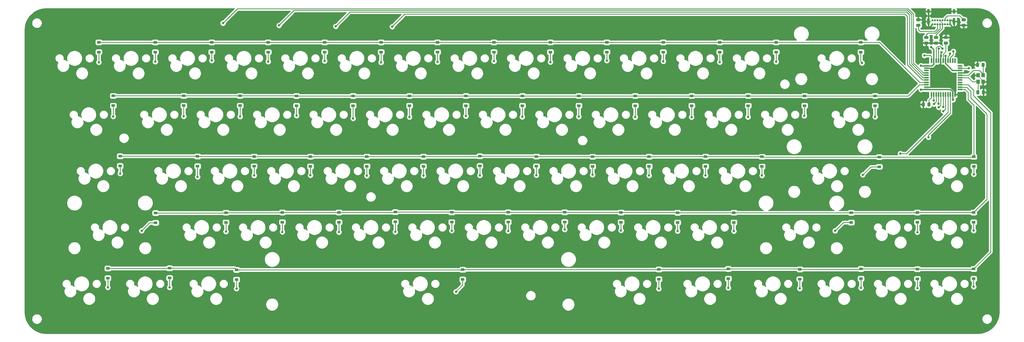
<source format=gbl>
%TF.GenerationSoftware,KiCad,Pcbnew,(5.1.6)-1*%
%TF.CreationDate,2020-07-27T20:44:56-04:00*%
%TF.ProjectId,keyboard,6b657962-6f61-4726-942e-6b696361645f,rev?*%
%TF.SameCoordinates,Original*%
%TF.FileFunction,Copper,L2,Bot*%
%TF.FilePolarity,Positive*%
%FSLAX46Y46*%
G04 Gerber Fmt 4.6, Leading zero omitted, Abs format (unit mm)*
G04 Created by KiCad (PCBNEW (5.1.6)-1) date 2020-07-27 20:44:56*
%MOMM*%
%LPD*%
G01*
G04 APERTURE LIST*
%TA.AperFunction,SMDPad,CuDef*%
%ADD10R,1.200000X1.400000*%
%TD*%
%TA.AperFunction,SMDPad,CuDef*%
%ADD11R,1.500000X0.550000*%
%TD*%
%TA.AperFunction,SMDPad,CuDef*%
%ADD12R,0.550000X1.500000*%
%TD*%
%TA.AperFunction,ComponentPad*%
%ADD13O,0.900000X1.700000*%
%TD*%
%TA.AperFunction,ComponentPad*%
%ADD14O,0.900000X2.400000*%
%TD*%
%TA.AperFunction,ComponentPad*%
%ADD15C,0.700000*%
%TD*%
%TA.AperFunction,SMDPad,CuDef*%
%ADD16R,1.200000X0.900000*%
%TD*%
%TA.AperFunction,ViaPad*%
%ADD17C,0.800000*%
%TD*%
%TA.AperFunction,Conductor*%
%ADD18C,0.203200*%
%TD*%
%TA.AperFunction,Conductor*%
%ADD19C,0.381000*%
%TD*%
%TA.AperFunction,Conductor*%
%ADD20C,0.254000*%
%TD*%
G04 APERTURE END LIST*
D10*
%TO.P,Y1,4*%
%TO.N,GND*%
X355854000Y-120650000D03*
%TO.P,Y1,3*%
%TO.N,Net-(C8-Pad1)*%
X355854000Y-118450000D03*
%TO.P,Y1,2*%
%TO.N,GND*%
X354154000Y-118450000D03*
%TO.P,Y1,1*%
%TO.N,Net-(C7-Pad1)*%
X354154000Y-120650000D03*
%TD*%
D11*
%TO.P,U1,44*%
%TO.N,+5V*%
X336692000Y-115253000D03*
%TO.P,U1,43*%
%TO.N,GND*%
X336692000Y-116053000D03*
%TO.P,U1,42*%
%TO.N,Net-(U1-Pad42)*%
X336692000Y-116853000D03*
%TO.P,U1,41*%
%TO.N,COL3*%
X336692000Y-117653000D03*
%TO.P,U1,40*%
%TO.N,COL4*%
X336692000Y-118453000D03*
%TO.P,U1,39*%
%TO.N,COL5*%
X336692000Y-119253000D03*
%TO.P,U1,38*%
%TO.N,COL6*%
X336692000Y-120053000D03*
%TO.P,U1,37*%
%TO.N,ROW0*%
X336692000Y-120853000D03*
%TO.P,U1,36*%
%TO.N,ROW1*%
X336692000Y-121653000D03*
%TO.P,U1,35*%
%TO.N,GND*%
X336692000Y-122453000D03*
%TO.P,U1,34*%
%TO.N,+5V*%
X336692000Y-123253000D03*
D12*
%TO.P,U1,33*%
%TO.N,Net-(R1-Pad2)*%
X338392000Y-124953000D03*
%TO.P,U1,32*%
%TO.N,COL7*%
X339192000Y-124953000D03*
%TO.P,U1,31*%
%TO.N,COL8*%
X339992000Y-124953000D03*
%TO.P,U1,30*%
%TO.N,COL9*%
X340792000Y-124953000D03*
%TO.P,U1,29*%
%TO.N,COL10*%
X341592000Y-124953000D03*
%TO.P,U1,28*%
%TO.N,COL11*%
X342392000Y-124953000D03*
%TO.P,U1,27*%
%TO.N,COL12*%
X343192000Y-124953000D03*
%TO.P,U1,26*%
%TO.N,COL13*%
X343992000Y-124953000D03*
%TO.P,U1,25*%
%TO.N,COL14*%
X344792000Y-124953000D03*
%TO.P,U1,24*%
%TO.N,+5V*%
X345592000Y-124953000D03*
%TO.P,U1,23*%
%TO.N,GND*%
X346392000Y-124953000D03*
D11*
%TO.P,U1,22*%
%TO.N,ROW2*%
X348092000Y-123253000D03*
%TO.P,U1,21*%
%TO.N,ROW3*%
X348092000Y-122453000D03*
%TO.P,U1,20*%
%TO.N,ROW4*%
X348092000Y-121653000D03*
%TO.P,U1,19*%
%TO.N,Net-(U1-Pad19)*%
X348092000Y-120853000D03*
%TO.P,U1,18*%
%TO.N,Net-(U1-Pad18)*%
X348092000Y-120053000D03*
%TO.P,U1,17*%
%TO.N,Net-(C7-Pad1)*%
X348092000Y-119253000D03*
%TO.P,U1,16*%
%TO.N,Net-(C8-Pad1)*%
X348092000Y-118453000D03*
%TO.P,U1,15*%
%TO.N,GND*%
X348092000Y-117653000D03*
%TO.P,U1,14*%
%TO.N,+5V*%
X348092000Y-116853000D03*
%TO.P,U1,13*%
%TO.N,Net-(C9-Pad1)*%
X348092000Y-116053000D03*
%TO.P,U1,12*%
%TO.N,Net-(U1-Pad12)*%
X348092000Y-115253000D03*
D12*
%TO.P,U1,11*%
%TO.N,Net-(U1-Pad11)*%
X346392000Y-113553000D03*
%TO.P,U1,10*%
%TO.N,Net-(U1-Pad10)*%
X345592000Y-113553000D03*
%TO.P,U1,9*%
%TO.N,COL0*%
X344792000Y-113553000D03*
%TO.P,U1,8*%
%TO.N,COL1*%
X343992000Y-113553000D03*
%TO.P,U1,7*%
%TO.N,+5V*%
X343192000Y-113553000D03*
%TO.P,U1,6*%
%TO.N,Net-(C1-Pad1)*%
X342392000Y-113553000D03*
%TO.P,U1,5*%
%TO.N,GND*%
X341592000Y-113553000D03*
%TO.P,U1,4*%
%TO.N,Net-(R2-Pad1)*%
X340792000Y-113553000D03*
%TO.P,U1,3*%
%TO.N,Net-(R3-Pad1)*%
X339992000Y-113553000D03*
%TO.P,U1,2*%
%TO.N,+5V*%
X339192000Y-113553000D03*
%TO.P,U1,1*%
%TO.N,COL2*%
X338392000Y-113553000D03*
%TD*%
%TO.P,R6,2*%
%TO.N,Net-(J1-PadB5)*%
%TA.AperFunction,SMDPad,CuDef*%
G36*
G01*
X349738000Y-100180750D02*
X348825500Y-100180750D01*
G75*
G02*
X348581750Y-99937000I0J243750D01*
G01*
X348581750Y-99449500D01*
G75*
G02*
X348825500Y-99205750I243750J0D01*
G01*
X349738000Y-99205750D01*
G75*
G02*
X349981750Y-99449500I0J-243750D01*
G01*
X349981750Y-99937000D01*
G75*
G02*
X349738000Y-100180750I-243750J0D01*
G01*
G37*
%TD.AperFunction*%
%TO.P,R6,1*%
%TO.N,GND*%
%TA.AperFunction,SMDPad,CuDef*%
G36*
G01*
X349738000Y-102055750D02*
X348825500Y-102055750D01*
G75*
G02*
X348581750Y-101812000I0J243750D01*
G01*
X348581750Y-101324500D01*
G75*
G02*
X348825500Y-101080750I243750J0D01*
G01*
X349738000Y-101080750D01*
G75*
G02*
X349981750Y-101324500I0J-243750D01*
G01*
X349981750Y-101812000D01*
G75*
G02*
X349738000Y-102055750I-243750J0D01*
G01*
G37*
%TD.AperFunction*%
%TD*%
%TO.P,R5,2*%
%TO.N,Net-(J1-PadA5)*%
%TA.AperFunction,SMDPad,CuDef*%
G36*
G01*
X333522000Y-101080750D02*
X334434500Y-101080750D01*
G75*
G02*
X334678250Y-101324500I0J-243750D01*
G01*
X334678250Y-101812000D01*
G75*
G02*
X334434500Y-102055750I-243750J0D01*
G01*
X333522000Y-102055750D01*
G75*
G02*
X333278250Y-101812000I0J243750D01*
G01*
X333278250Y-101324500D01*
G75*
G02*
X333522000Y-101080750I243750J0D01*
G01*
G37*
%TD.AperFunction*%
%TO.P,R5,1*%
%TO.N,GND*%
%TA.AperFunction,SMDPad,CuDef*%
G36*
G01*
X333522000Y-99205750D02*
X334434500Y-99205750D01*
G75*
G02*
X334678250Y-99449500I0J-243750D01*
G01*
X334678250Y-99937000D01*
G75*
G02*
X334434500Y-100180750I-243750J0D01*
G01*
X333522000Y-100180750D01*
G75*
G02*
X333278250Y-99937000I0J243750D01*
G01*
X333278250Y-99449500D01*
G75*
G02*
X333522000Y-99205750I243750J0D01*
G01*
G37*
%TD.AperFunction*%
%TD*%
%TO.P,R1,2*%
%TO.N,Net-(R1-Pad2)*%
%TA.AperFunction,SMDPad,CuDef*%
G36*
G01*
X337078500Y-128777050D02*
X337078500Y-127864550D01*
G75*
G02*
X337322250Y-127620800I243750J0D01*
G01*
X337809750Y-127620800D01*
G75*
G02*
X338053500Y-127864550I0J-243750D01*
G01*
X338053500Y-128777050D01*
G75*
G02*
X337809750Y-129020800I-243750J0D01*
G01*
X337322250Y-129020800D01*
G75*
G02*
X337078500Y-128777050I0J243750D01*
G01*
G37*
%TD.AperFunction*%
%TO.P,R1,1*%
%TO.N,GND*%
%TA.AperFunction,SMDPad,CuDef*%
G36*
G01*
X335203500Y-128777050D02*
X335203500Y-127864550D01*
G75*
G02*
X335447250Y-127620800I243750J0D01*
G01*
X335934750Y-127620800D01*
G75*
G02*
X336178500Y-127864550I0J-243750D01*
G01*
X336178500Y-128777050D01*
G75*
G02*
X335934750Y-129020800I-243750J0D01*
G01*
X335447250Y-129020800D01*
G75*
G02*
X335203500Y-128777050I0J243750D01*
G01*
G37*
%TD.AperFunction*%
%TD*%
D13*
%TO.P,J1,S1*%
%TO.N,GND*%
X346072500Y-96859000D03*
X337422500Y-96859000D03*
D14*
X346072500Y-100239000D03*
X337422500Y-100239000D03*
D15*
%TO.P,J1,B6*%
%TO.N,D+*%
X342172500Y-99869000D03*
%TO.P,J1,B1*%
%TO.N,GND*%
X344722500Y-99869000D03*
%TO.P,J1,B4*%
%TO.N,VCC*%
X343872500Y-99869000D03*
%TO.P,J1,B5*%
%TO.N,Net-(J1-PadB5)*%
X343022500Y-99869000D03*
%TO.P,J1,B12*%
%TO.N,GND*%
X338772500Y-99869000D03*
%TO.P,J1,B8*%
%TO.N,Net-(J1-PadB8)*%
X340472500Y-99869000D03*
%TO.P,J1,B7*%
%TO.N,D-*%
X341322500Y-99869000D03*
%TO.P,J1,B9*%
%TO.N,VCC*%
X339622500Y-99869000D03*
%TO.P,J1,A12*%
%TO.N,GND*%
X344722500Y-101219000D03*
%TO.P,J1,A9*%
%TO.N,VCC*%
X343872500Y-101219000D03*
%TO.P,J1,A8*%
%TO.N,Net-(J1-PadA8)*%
X343022500Y-101219000D03*
%TO.P,J1,A7*%
%TO.N,D-*%
X342172500Y-101219000D03*
%TO.P,J1,A6*%
%TO.N,D+*%
X341322500Y-101219000D03*
%TO.P,J1,A5*%
%TO.N,Net-(J1-PadA5)*%
X340472500Y-101219000D03*
%TO.P,J1,A4*%
%TO.N,VCC*%
X339622500Y-101219000D03*
%TO.P,J1,A1*%
%TO.N,GND*%
X338772500Y-101219000D03*
%TD*%
%TO.P,D69,2*%
%TO.N,GND*%
%TA.AperFunction,SMDPad,CuDef*%
G36*
G01*
X336220750Y-107081500D02*
X337133250Y-107081500D01*
G75*
G02*
X337377000Y-107325250I0J-243750D01*
G01*
X337377000Y-107812750D01*
G75*
G02*
X337133250Y-108056500I-243750J0D01*
G01*
X336220750Y-108056500D01*
G75*
G02*
X335977000Y-107812750I0J243750D01*
G01*
X335977000Y-107325250D01*
G75*
G02*
X336220750Y-107081500I243750J0D01*
G01*
G37*
%TD.AperFunction*%
%TO.P,D69,1*%
%TO.N,D+*%
%TA.AperFunction,SMDPad,CuDef*%
G36*
G01*
X336220750Y-105206500D02*
X337133250Y-105206500D01*
G75*
G02*
X337377000Y-105450250I0J-243750D01*
G01*
X337377000Y-105937750D01*
G75*
G02*
X337133250Y-106181500I-243750J0D01*
G01*
X336220750Y-106181500D01*
G75*
G02*
X335977000Y-105937750I0J243750D01*
G01*
X335977000Y-105450250D01*
G75*
G02*
X336220750Y-105206500I243750J0D01*
G01*
G37*
%TD.AperFunction*%
%TD*%
%TO.P,D68,2*%
%TO.N,GND*%
%TA.AperFunction,SMDPad,CuDef*%
G36*
G01*
X339522750Y-107081500D02*
X340435250Y-107081500D01*
G75*
G02*
X340679000Y-107325250I0J-243750D01*
G01*
X340679000Y-107812750D01*
G75*
G02*
X340435250Y-108056500I-243750J0D01*
G01*
X339522750Y-108056500D01*
G75*
G02*
X339279000Y-107812750I0J243750D01*
G01*
X339279000Y-107325250D01*
G75*
G02*
X339522750Y-107081500I243750J0D01*
G01*
G37*
%TD.AperFunction*%
%TO.P,D68,1*%
%TO.N,D-*%
%TA.AperFunction,SMDPad,CuDef*%
G36*
G01*
X339522750Y-105206500D02*
X340435250Y-105206500D01*
G75*
G02*
X340679000Y-105450250I0J-243750D01*
G01*
X340679000Y-105937750D01*
G75*
G02*
X340435250Y-106181500I-243750J0D01*
G01*
X339522750Y-106181500D01*
G75*
G02*
X339279000Y-105937750I0J243750D01*
G01*
X339279000Y-105450250D01*
G75*
G02*
X339522750Y-105206500I243750J0D01*
G01*
G37*
%TD.AperFunction*%
%TD*%
D16*
%TO.P,D66,2*%
%TO.N,Net-(D66-Pad2)*%
X352679000Y-187198000D03*
%TO.P,D66,1*%
%TO.N,ROW4*%
X352679000Y-183898000D03*
%TD*%
%TO.P,D65,2*%
%TO.N,Net-(D65-Pad2)*%
X333654400Y-187248800D03*
%TO.P,D65,1*%
%TO.N,ROW4*%
X333654400Y-183948800D03*
%TD*%
%TO.P,D64,2*%
%TO.N,Net-(D64-Pad2)*%
X314629800Y-187172600D03*
%TO.P,D64,1*%
%TO.N,ROW4*%
X314629800Y-183872600D03*
%TD*%
%TO.P,D63,2*%
%TO.N,Net-(D63-Pad2)*%
X293979600Y-187325000D03*
%TO.P,D63,1*%
%TO.N,ROW4*%
X293979600Y-184025000D03*
%TD*%
%TO.P,D62,2*%
%TO.N,Net-(D62-Pad2)*%
X269849600Y-187172600D03*
%TO.P,D62,1*%
%TO.N,ROW4*%
X269849600Y-183872600D03*
%TD*%
%TO.P,D61,2*%
%TO.N,Net-(D61-Pad2)*%
X246430800Y-187350400D03*
%TO.P,D61,1*%
%TO.N,ROW4*%
X246430800Y-184050400D03*
%TD*%
%TO.P,D60,2*%
%TO.N,Net-(D60-Pad2)*%
X180213000Y-187450000D03*
%TO.P,D60,1*%
%TO.N,ROW4*%
X180213000Y-184150000D03*
%TD*%
%TO.P,D59,2*%
%TO.N,Net-(D59-Pad2)*%
X103860600Y-187502800D03*
%TO.P,D59,1*%
%TO.N,ROW4*%
X103860600Y-184202800D03*
%TD*%
%TO.P,D58,2*%
%TO.N,Net-(D58-Pad2)*%
X81280000Y-186944000D03*
%TO.P,D58,1*%
%TO.N,ROW4*%
X81280000Y-183644000D03*
%TD*%
%TO.P,D57,2*%
%TO.N,Net-(D57-Pad2)*%
X60426600Y-187020200D03*
%TO.P,D57,1*%
%TO.N,ROW4*%
X60426600Y-183720200D03*
%TD*%
%TO.P,D56,2*%
%TO.N,Net-(D56-Pad2)*%
X352653600Y-168122600D03*
%TO.P,D56,1*%
%TO.N,ROW3*%
X352653600Y-164822600D03*
%TD*%
%TO.P,D55,2*%
%TO.N,Net-(D55-Pad2)*%
X333654400Y-168097200D03*
%TO.P,D55,1*%
%TO.N,ROW3*%
X333654400Y-164797200D03*
%TD*%
%TO.P,D54,2*%
%TO.N,Net-(D54-Pad2)*%
X311353200Y-168198800D03*
%TO.P,D54,1*%
%TO.N,ROW3*%
X311353200Y-164898800D03*
%TD*%
%TO.P,D53,2*%
%TO.N,Net-(D53-Pad2)*%
X271729200Y-168173400D03*
%TO.P,D53,1*%
%TO.N,ROW3*%
X271729200Y-164873400D03*
%TD*%
%TO.P,D52,2*%
%TO.N,Net-(D52-Pad2)*%
X252730000Y-168198800D03*
%TO.P,D52,1*%
%TO.N,ROW3*%
X252730000Y-164898800D03*
%TD*%
%TO.P,D51,2*%
%TO.N,Net-(D51-Pad2)*%
X233629200Y-168122600D03*
%TO.P,D51,1*%
%TO.N,ROW3*%
X233629200Y-164822600D03*
%TD*%
%TO.P,D50,2*%
%TO.N,Net-(D50-Pad2)*%
X214630000Y-168021000D03*
%TO.P,D50,1*%
%TO.N,ROW3*%
X214630000Y-164721000D03*
%TD*%
%TO.P,D49,2*%
%TO.N,Net-(D49-Pad2)*%
X195554600Y-168046400D03*
%TO.P,D49,1*%
%TO.N,ROW3*%
X195554600Y-164746400D03*
%TD*%
%TO.P,D48,2*%
%TO.N,Net-(D48-Pad2)*%
X176504600Y-168071800D03*
%TO.P,D48,1*%
%TO.N,ROW3*%
X176504600Y-164771800D03*
%TD*%
%TO.P,D47,2*%
%TO.N,Net-(D47-Pad2)*%
X157454600Y-167970200D03*
%TO.P,D47,1*%
%TO.N,ROW3*%
X157454600Y-164670200D03*
%TD*%
%TO.P,D46,2*%
%TO.N,Net-(D46-Pad2)*%
X138430000Y-168097200D03*
%TO.P,D46,1*%
%TO.N,ROW3*%
X138430000Y-164797200D03*
%TD*%
%TO.P,D45,2*%
%TO.N,Net-(D45-Pad2)*%
X119329200Y-168097200D03*
%TO.P,D45,1*%
%TO.N,ROW3*%
X119329200Y-164797200D03*
%TD*%
%TO.P,D44,2*%
%TO.N,Net-(D44-Pad2)*%
X100304600Y-168173400D03*
%TO.P,D44,1*%
%TO.N,ROW3*%
X100304600Y-164873400D03*
%TD*%
%TO.P,D43,2*%
%TO.N,Net-(D43-Pad2)*%
X76555600Y-168300400D03*
%TO.P,D43,1*%
%TO.N,ROW3*%
X76555600Y-165000400D03*
%TD*%
%TO.P,D42,2*%
%TO.N,Net-(D42-Pad2)*%
X352704400Y-149273800D03*
%TO.P,D42,1*%
%TO.N,ROW2*%
X352704400Y-145973800D03*
%TD*%
%TO.P,D41,2*%
%TO.N,Net-(D41-Pad2)*%
X320802000Y-149377400D03*
%TO.P,D41,1*%
%TO.N,ROW2*%
X320802000Y-146077400D03*
%TD*%
%TO.P,D40,2*%
%TO.N,Net-(D40-Pad2)*%
X281228800Y-149273800D03*
%TO.P,D40,1*%
%TO.N,ROW2*%
X281228800Y-145973800D03*
%TD*%
%TO.P,D39,2*%
%TO.N,Net-(D39-Pad2)*%
X262178800Y-149250400D03*
%TO.P,D39,1*%
%TO.N,ROW2*%
X262178800Y-145950400D03*
%TD*%
%TO.P,D38,2*%
%TO.N,Net-(D38-Pad2)*%
X243128800Y-149250400D03*
%TO.P,D38,1*%
%TO.N,ROW2*%
X243128800Y-145950400D03*
%TD*%
%TO.P,D37,2*%
%TO.N,Net-(D37-Pad2)*%
X224053400Y-149275800D03*
%TO.P,D37,1*%
%TO.N,ROW2*%
X224053400Y-145975800D03*
%TD*%
%TO.P,D36,2*%
%TO.N,Net-(D36-Pad2)*%
X205079600Y-149199600D03*
%TO.P,D36,1*%
%TO.N,ROW2*%
X205079600Y-145899600D03*
%TD*%
%TO.P,D35,2*%
%TO.N,Net-(D35-Pad2)*%
X186004200Y-149098000D03*
%TO.P,D35,1*%
%TO.N,ROW2*%
X186004200Y-145798000D03*
%TD*%
%TO.P,D34,2*%
%TO.N,Net-(D34-Pad2)*%
X166954200Y-149250400D03*
%TO.P,D34,1*%
%TO.N,ROW2*%
X166954200Y-145950400D03*
%TD*%
%TO.P,D33,2*%
%TO.N,Net-(D33-Pad2)*%
X147878800Y-149225000D03*
%TO.P,D33,1*%
%TO.N,ROW2*%
X147878800Y-145925000D03*
%TD*%
%TO.P,D32,2*%
%TO.N,Net-(D32-Pad2)*%
X128828800Y-149250400D03*
%TO.P,D32,1*%
%TO.N,ROW2*%
X128828800Y-145950400D03*
%TD*%
%TO.P,D31,2*%
%TO.N,Net-(D31-Pad2)*%
X109804200Y-149199600D03*
%TO.P,D31,1*%
%TO.N,ROW2*%
X109804200Y-145899600D03*
%TD*%
%TO.P,D30,2*%
%TO.N,Net-(D30-Pad2)*%
X90728800Y-149174200D03*
%TO.P,D30,1*%
%TO.N,ROW2*%
X90728800Y-145874200D03*
%TD*%
%TO.P,D29,2*%
%TO.N,Net-(D29-Pad2)*%
X64592200Y-149098000D03*
%TO.P,D29,1*%
%TO.N,ROW2*%
X64592200Y-145798000D03*
%TD*%
%TO.P,D28,2*%
%TO.N,Net-(D28-Pad2)*%
X319405000Y-128714500D03*
%TO.P,D28,1*%
%TO.N,ROW1*%
X319405000Y-125414500D03*
%TD*%
%TO.P,D27,2*%
%TO.N,Net-(D27-Pad2)*%
X295592500Y-128714500D03*
%TO.P,D27,1*%
%TO.N,ROW1*%
X295592500Y-125414500D03*
%TD*%
%TO.P,D26,2*%
%TO.N,Net-(D26-Pad2)*%
X276542500Y-128714500D03*
%TO.P,D26,1*%
%TO.N,ROW1*%
X276542500Y-125414500D03*
%TD*%
%TO.P,D25,2*%
%TO.N,Net-(D25-Pad2)*%
X257492500Y-128714500D03*
%TO.P,D25,1*%
%TO.N,ROW1*%
X257492500Y-125414500D03*
%TD*%
%TO.P,D24,2*%
%TO.N,Net-(D24-Pad2)*%
X238442500Y-128714500D03*
%TO.P,D24,1*%
%TO.N,ROW1*%
X238442500Y-125414500D03*
%TD*%
%TO.P,D23,2*%
%TO.N,Net-(D23-Pad2)*%
X219392500Y-128714500D03*
%TO.P,D23,1*%
%TO.N,ROW1*%
X219392500Y-125414500D03*
%TD*%
%TO.P,D22,2*%
%TO.N,Net-(D22-Pad2)*%
X200342500Y-128714500D03*
%TO.P,D22,1*%
%TO.N,ROW1*%
X200342500Y-125414500D03*
%TD*%
%TO.P,D21,2*%
%TO.N,Net-(D21-Pad2)*%
X181292500Y-128714500D03*
%TO.P,D21,1*%
%TO.N,ROW1*%
X181292500Y-125414500D03*
%TD*%
%TO.P,D20,2*%
%TO.N,Net-(D20-Pad2)*%
X162242500Y-128713500D03*
%TO.P,D20,1*%
%TO.N,ROW1*%
X162242500Y-125413500D03*
%TD*%
%TO.P,D19,2*%
%TO.N,Net-(D19-Pad2)*%
X143205200Y-128726200D03*
%TO.P,D19,1*%
%TO.N,ROW1*%
X143205200Y-125426200D03*
%TD*%
%TO.P,D18,2*%
%TO.N,Net-(D18-Pad2)*%
X124129800Y-128726200D03*
%TO.P,D18,1*%
%TO.N,ROW1*%
X124129800Y-125426200D03*
%TD*%
%TO.P,D17,2*%
%TO.N,Net-(D17-Pad2)*%
X105079800Y-128701800D03*
%TO.P,D17,1*%
%TO.N,ROW1*%
X105079800Y-125401800D03*
%TD*%
%TO.P,D16,2*%
%TO.N,Net-(D16-Pad2)*%
X86055200Y-128700800D03*
%TO.P,D16,1*%
%TO.N,ROW1*%
X86055200Y-125400800D03*
%TD*%
%TO.P,D15,2*%
%TO.N,Net-(D15-Pad2)*%
X62255400Y-128701800D03*
%TO.P,D15,1*%
%TO.N,ROW1*%
X62255400Y-125401800D03*
%TD*%
%TO.P,D14,2*%
%TO.N,Net-(D14-Pad2)*%
X314579000Y-110617000D03*
%TO.P,D14,1*%
%TO.N,ROW0*%
X314579000Y-107317000D03*
%TD*%
%TO.P,D13,2*%
%TO.N,Net-(D13-Pad2)*%
X286004000Y-110617000D03*
%TO.P,D13,1*%
%TO.N,ROW0*%
X286004000Y-107317000D03*
%TD*%
%TO.P,D12,2*%
%TO.N,Net-(D12-Pad2)*%
X266954000Y-110617000D03*
%TO.P,D12,1*%
%TO.N,ROW0*%
X266954000Y-107317000D03*
%TD*%
%TO.P,D11,2*%
%TO.N,Net-(D11-Pad2)*%
X247904000Y-110617000D03*
%TO.P,D11,1*%
%TO.N,ROW0*%
X247904000Y-107317000D03*
%TD*%
%TO.P,D10,2*%
%TO.N,Net-(D10-Pad2)*%
X228854000Y-110617000D03*
%TO.P,D10,1*%
%TO.N,ROW0*%
X228854000Y-107317000D03*
%TD*%
%TO.P,D9,2*%
%TO.N,Net-(D9-Pad2)*%
X209804000Y-110617000D03*
%TO.P,D9,1*%
%TO.N,ROW0*%
X209804000Y-107317000D03*
%TD*%
%TO.P,D8,2*%
%TO.N,Net-(D8-Pad2)*%
X190754000Y-110617000D03*
%TO.P,D8,1*%
%TO.N,ROW0*%
X190754000Y-107317000D03*
%TD*%
%TO.P,D7,2*%
%TO.N,Net-(D7-Pad2)*%
X171704000Y-110617000D03*
%TO.P,D7,1*%
%TO.N,ROW0*%
X171704000Y-107317000D03*
%TD*%
%TO.P,D6,2*%
%TO.N,Net-(D6-Pad2)*%
X152654000Y-110617000D03*
%TO.P,D6,1*%
%TO.N,ROW0*%
X152654000Y-107317000D03*
%TD*%
%TO.P,D5,2*%
%TO.N,Net-(D5-Pad2)*%
X133604000Y-110617000D03*
%TO.P,D5,1*%
%TO.N,ROW0*%
X133604000Y-107317000D03*
%TD*%
%TO.P,D4,2*%
%TO.N,Net-(D4-Pad2)*%
X114554000Y-110617000D03*
%TO.P,D4,1*%
%TO.N,ROW0*%
X114554000Y-107317000D03*
%TD*%
%TO.P,D3,2*%
%TO.N,Net-(D3-Pad2)*%
X95504000Y-110617000D03*
%TO.P,D3,1*%
%TO.N,ROW0*%
X95504000Y-107317000D03*
%TD*%
%TO.P,D2,2*%
%TO.N,Net-(D2-Pad2)*%
X76454000Y-110616000D03*
%TO.P,D2,1*%
%TO.N,ROW0*%
X76454000Y-107316000D03*
%TD*%
%TO.P,D1,2*%
%TO.N,Net-(D1-Pad2)*%
X57404000Y-110617000D03*
%TO.P,D1,1*%
%TO.N,ROW0*%
X57404000Y-107317000D03*
%TD*%
%TO.P,C8,2*%
%TO.N,GND*%
%TA.AperFunction,SMDPad,CuDef*%
G36*
G01*
X354466500Y-114478750D02*
X354466500Y-115391250D01*
G75*
G02*
X354222750Y-115635000I-243750J0D01*
G01*
X353735250Y-115635000D01*
G75*
G02*
X353491500Y-115391250I0J243750D01*
G01*
X353491500Y-114478750D01*
G75*
G02*
X353735250Y-114235000I243750J0D01*
G01*
X354222750Y-114235000D01*
G75*
G02*
X354466500Y-114478750I0J-243750D01*
G01*
G37*
%TD.AperFunction*%
%TO.P,C8,1*%
%TO.N,Net-(C8-Pad1)*%
%TA.AperFunction,SMDPad,CuDef*%
G36*
G01*
X356341500Y-114478750D02*
X356341500Y-115391250D01*
G75*
G02*
X356097750Y-115635000I-243750J0D01*
G01*
X355610250Y-115635000D01*
G75*
G02*
X355366500Y-115391250I0J243750D01*
G01*
X355366500Y-114478750D01*
G75*
G02*
X355610250Y-114235000I243750J0D01*
G01*
X356097750Y-114235000D01*
G75*
G02*
X356341500Y-114478750I0J-243750D01*
G01*
G37*
%TD.AperFunction*%
%TD*%
%TO.P,C7,2*%
%TO.N,GND*%
%TA.AperFunction,SMDPad,CuDef*%
G36*
G01*
X355463500Y-124662250D02*
X355463500Y-123749750D01*
G75*
G02*
X355707250Y-123506000I243750J0D01*
G01*
X356194750Y-123506000D01*
G75*
G02*
X356438500Y-123749750I0J-243750D01*
G01*
X356438500Y-124662250D01*
G75*
G02*
X356194750Y-124906000I-243750J0D01*
G01*
X355707250Y-124906000D01*
G75*
G02*
X355463500Y-124662250I0J243750D01*
G01*
G37*
%TD.AperFunction*%
%TO.P,C7,1*%
%TO.N,Net-(C7-Pad1)*%
%TA.AperFunction,SMDPad,CuDef*%
G36*
G01*
X353588500Y-124662250D02*
X353588500Y-123749750D01*
G75*
G02*
X353832250Y-123506000I243750J0D01*
G01*
X354319750Y-123506000D01*
G75*
G02*
X354563500Y-123749750I0J-243750D01*
G01*
X354563500Y-124662250D01*
G75*
G02*
X354319750Y-124906000I-243750J0D01*
G01*
X353832250Y-124906000D01*
G75*
G02*
X353588500Y-124662250I0J243750D01*
G01*
G37*
%TD.AperFunction*%
%TD*%
%TO.P,C1,2*%
%TO.N,GND*%
%TA.AperFunction,SMDPad,CuDef*%
G36*
G01*
X343737250Y-106181500D02*
X342824750Y-106181500D01*
G75*
G02*
X342581000Y-105937750I0J243750D01*
G01*
X342581000Y-105450250D01*
G75*
G02*
X342824750Y-105206500I243750J0D01*
G01*
X343737250Y-105206500D01*
G75*
G02*
X343981000Y-105450250I0J-243750D01*
G01*
X343981000Y-105937750D01*
G75*
G02*
X343737250Y-106181500I-243750J0D01*
G01*
G37*
%TD.AperFunction*%
%TO.P,C1,1*%
%TO.N,Net-(C1-Pad1)*%
%TA.AperFunction,SMDPad,CuDef*%
G36*
G01*
X343737250Y-108056500D02*
X342824750Y-108056500D01*
G75*
G02*
X342581000Y-107812750I0J243750D01*
G01*
X342581000Y-107325250D01*
G75*
G02*
X342824750Y-107081500I243750J0D01*
G01*
X343737250Y-107081500D01*
G75*
G02*
X343981000Y-107325250I0J-243750D01*
G01*
X343981000Y-107812750D01*
G75*
G02*
X343737250Y-108056500I-243750J0D01*
G01*
G37*
%TD.AperFunction*%
%TD*%
D17*
%TO.N,GND*%
X341630000Y-111887000D03*
X350012000Y-117348000D03*
%TO.N,+5V*%
X343154000Y-111887000D03*
X345694000Y-126746000D03*
X334899000Y-123317000D03*
X334899000Y-115189000D03*
X338328000Y-108966000D03*
%TO.N,Net-(C9-Pad1)*%
X351028000Y-116078000D03*
%TO.N,Net-(D1-Pad2)*%
X57404000Y-114071400D03*
%TO.N,Net-(D2-Pad2)*%
X76454000Y-113842800D03*
%TO.N,Net-(D3-Pad2)*%
X95504000Y-113461800D03*
%TO.N,Net-(D4-Pad2)*%
X114554000Y-113842800D03*
%TO.N,Net-(D5-Pad2)*%
X133604000Y-113614200D03*
%TO.N,Net-(D6-Pad2)*%
X152654000Y-114122200D03*
%TO.N,Net-(D7-Pad2)*%
X171704000Y-113969800D03*
%TO.N,Net-(D8-Pad2)*%
X190754000Y-113665000D03*
%TO.N,Net-(D9-Pad2)*%
X209804000Y-113995200D03*
%TO.N,Net-(D10-Pad2)*%
X228854000Y-113487200D03*
%TO.N,Net-(D11-Pad2)*%
X247904000Y-113741200D03*
%TO.N,Net-(D12-Pad2)*%
X266954000Y-114020600D03*
%TO.N,Net-(D13-Pad2)*%
X286004000Y-113893600D03*
%TO.N,Net-(D14-Pad2)*%
X314960000Y-114274600D03*
%TO.N,Net-(D15-Pad2)*%
X62255400Y-132359400D03*
%TO.N,Net-(D16-Pad2)*%
X86055200Y-132334000D03*
%TO.N,Net-(D17-Pad2)*%
X105079800Y-132410200D03*
%TO.N,Net-(D18-Pad2)*%
X124129800Y-132080000D03*
%TO.N,Net-(D19-Pad2)*%
X143205200Y-133045200D03*
%TO.N,Net-(D20-Pad2)*%
X162229800Y-132562600D03*
%TO.N,Net-(D21-Pad2)*%
X181279800Y-132232400D03*
%TO.N,Net-(D22-Pad2)*%
X200304400Y-132511800D03*
%TO.N,Net-(D23-Pad2)*%
X219379800Y-132435600D03*
%TO.N,Net-(D24-Pad2)*%
X238429800Y-132588000D03*
%TO.N,Net-(D25-Pad2)*%
X257454400Y-132613400D03*
%TO.N,Net-(D26-Pad2)*%
X276504400Y-132562600D03*
%TO.N,Net-(D27-Pad2)*%
X295478200Y-132156200D03*
%TO.N,Net-(D28-Pad2)*%
X319405000Y-132486400D03*
%TO.N,Net-(D29-Pad2)*%
X64592200Y-151663400D03*
%TO.N,Net-(D30-Pad2)*%
X90728800Y-152781000D03*
%TO.N,Net-(D31-Pad2)*%
X109804200Y-152298400D03*
%TO.N,Net-(D32-Pad2)*%
X128828800Y-152247600D03*
%TO.N,Net-(D33-Pad2)*%
X147878800Y-152400000D03*
%TO.N,Net-(D34-Pad2)*%
X166954200Y-152374600D03*
%TO.N,Net-(D35-Pad2)*%
X186004200Y-152273000D03*
%TO.N,Net-(D36-Pad2)*%
X205079600Y-152196800D03*
%TO.N,Net-(D37-Pad2)*%
X224053400Y-152069800D03*
%TO.N,Net-(D38-Pad2)*%
X243128800Y-152323800D03*
%TO.N,Net-(D39-Pad2)*%
X262178800Y-152323800D03*
%TO.N,Net-(D40-Pad2)*%
X281228800Y-152323800D03*
%TO.N,Net-(D41-Pad2)*%
X315264800Y-152095200D03*
%TO.N,Net-(D42-Pad2)*%
X352704400Y-151917400D03*
%TO.N,Net-(D43-Pad2)*%
X71856600Y-170992800D03*
%TO.N,Net-(D44-Pad2)*%
X100304600Y-171272200D03*
%TO.N,Net-(D45-Pad2)*%
X119329200Y-171399200D03*
%TO.N,Net-(D46-Pad2)*%
X138430000Y-171450000D03*
%TO.N,Net-(D47-Pad2)*%
X157454600Y-171373800D03*
%TO.N,Net-(D48-Pad2)*%
X176504600Y-170967400D03*
%TO.N,Net-(D49-Pad2)*%
X195554600Y-171069000D03*
%TO.N,Net-(D50-Pad2)*%
X214630000Y-170561000D03*
%TO.N,Net-(D51-Pad2)*%
X233629200Y-170891200D03*
%TO.N,Net-(D52-Pad2)*%
X252730000Y-171094400D03*
%TO.N,Net-(D53-Pad2)*%
X271729200Y-171119800D03*
%TO.N,Net-(D54-Pad2)*%
X305892200Y-171018200D03*
%TO.N,Net-(D55-Pad2)*%
X333654400Y-171475400D03*
%TO.N,Net-(D56-Pad2)*%
X352653600Y-170942000D03*
%TO.N,Net-(D57-Pad2)*%
X60426600Y-190119000D03*
%TO.N,Net-(D58-Pad2)*%
X81280000Y-190119000D03*
%TO.N,Net-(D59-Pad2)*%
X103860600Y-190550800D03*
%TO.N,Net-(D60-Pad2)*%
X177952400Y-191592200D03*
%TO.N,Net-(D61-Pad2)*%
X246405400Y-190601600D03*
%TO.N,Net-(D62-Pad2)*%
X269849600Y-190296800D03*
%TO.N,Net-(D63-Pad2)*%
X293979600Y-190500000D03*
%TO.N,Net-(D64-Pad2)*%
X314629800Y-190296800D03*
%TO.N,Net-(D65-Pad2)*%
X333654400Y-190398400D03*
%TO.N,Net-(D66-Pad2)*%
X352679000Y-189915800D03*
%TO.N,COL0*%
X345821000Y-110363000D03*
%TO.N,COL1*%
X344678000Y-111125000D03*
%TO.N,COL2*%
X336042000Y-111760000D03*
%TO.N,COL3*%
X99314000Y-100838000D03*
%TO.N,COL4*%
X118237000Y-101600000D03*
%TO.N,COL5*%
X137363200Y-101904800D03*
%TO.N,COL6*%
X156413200Y-102031800D03*
%TO.N,COL7*%
X339191600Y-126949200D03*
%TO.N,COL8*%
X339267800Y-128143000D03*
%TO.N,COL9*%
X340791800Y-128117600D03*
%TO.N,COL10*%
X340868000Y-129286000D03*
%TO.N,COL11*%
X342392000Y-129209800D03*
%TO.N,COL12*%
X342442800Y-130581400D03*
%TO.N,COL13*%
X327939400Y-144907000D03*
%TO.N,COL14*%
X337388200Y-139395200D03*
%TO.N,Net-(R2-Pad1)*%
X340868000Y-109474000D03*
%TO.N,Net-(R3-Pad1)*%
X342138000Y-109474000D03*
%TD*%
D18*
%TO.N,GND*%
X354154000Y-118450000D02*
X354154000Y-118569000D01*
X354154000Y-118450000D02*
X354154000Y-118696000D01*
X355854000Y-120396000D02*
X355854000Y-120650000D01*
X354154000Y-118696000D02*
X355854000Y-120396000D01*
D19*
X341592000Y-114480902D02*
X341592000Y-113553000D01*
X340019902Y-116053000D02*
X341592000Y-114480902D01*
X336692000Y-116053000D02*
X340019902Y-116053000D01*
X346392000Y-124003426D02*
X346392000Y-124953000D01*
X344841574Y-122453000D02*
X346392000Y-124003426D01*
X336692000Y-122453000D02*
X344841574Y-122453000D01*
X349707000Y-117653000D02*
X348092000Y-117653000D01*
X350012000Y-117348000D02*
X349707000Y-117653000D01*
X341592000Y-111925000D02*
X341630000Y-111887000D01*
X341592000Y-113553000D02*
X341592000Y-111925000D01*
X344722500Y-99869000D02*
X344722500Y-101219000D01*
X345702500Y-99869000D02*
X346072500Y-100239000D01*
X344722500Y-99869000D02*
X345702500Y-99869000D01*
D20*
%TO.N,Net-(C1-Pad1)*%
X343281000Y-110490000D02*
X342392000Y-111379000D01*
X343281000Y-107569000D02*
X343281000Y-110490000D01*
X342392000Y-111379000D02*
X342392000Y-113553000D01*
D19*
%TO.N,+5V*%
X339192000Y-114684000D02*
X338623000Y-115253000D01*
X339192000Y-113553000D02*
X339192000Y-114684000D01*
X338623000Y-115253000D02*
X336692000Y-115253000D01*
X345592000Y-124025098D02*
X345592000Y-124953000D01*
X344819902Y-123253000D02*
X345592000Y-124025098D01*
X336692000Y-123253000D02*
X344819902Y-123253000D01*
X343192000Y-114480902D02*
X343192000Y-113553000D01*
X345564098Y-116853000D02*
X343192000Y-114480902D01*
X348092000Y-116853000D02*
X345564098Y-116853000D01*
X343192000Y-111925000D02*
X343154000Y-111887000D01*
X343192000Y-113553000D02*
X343192000Y-111925000D01*
X345592000Y-126644000D02*
X345694000Y-126746000D01*
X345592000Y-124953000D02*
X345592000Y-126644000D01*
X336692000Y-123253000D02*
X334963000Y-123253000D01*
X334963000Y-123253000D02*
X334899000Y-123317000D01*
X334963000Y-115253000D02*
X334899000Y-115189000D01*
X336692000Y-115253000D02*
X334963000Y-115253000D01*
X339192000Y-113553000D02*
X339192000Y-109830000D01*
X339192000Y-109830000D02*
X338328000Y-108966000D01*
D20*
%TO.N,Net-(C7-Pad1)*%
X348092000Y-119253000D02*
X350901000Y-119253000D01*
X352298000Y-120650000D02*
X354154000Y-120650000D01*
X350901000Y-119253000D02*
X352298000Y-120650000D01*
X354154000Y-124128000D02*
X354076000Y-124206000D01*
X354154000Y-120650000D02*
X354154000Y-124128000D01*
%TO.N,Net-(C8-Pad1)*%
X348092000Y-118453000D02*
X350939000Y-118453000D01*
X350939000Y-118453000D02*
X352552000Y-116840000D01*
X352552000Y-116840000D02*
X354584000Y-116840000D01*
X355854000Y-118110000D02*
X355854000Y-118450000D01*
X354584000Y-116840000D02*
X355854000Y-118110000D01*
X355854000Y-114935000D02*
X355854000Y-118450000D01*
%TO.N,Net-(C9-Pad1)*%
X351003000Y-116053000D02*
X351028000Y-116078000D01*
X348092000Y-116053000D02*
X351003000Y-116053000D01*
%TO.N,Net-(D1-Pad2)*%
X57404000Y-110617000D02*
X57404000Y-114071400D01*
%TO.N,ROW0*%
X314579000Y-107317000D02*
X286004000Y-107317000D01*
X286004000Y-107317000D02*
X266954000Y-107317000D01*
X266954000Y-107317000D02*
X247904000Y-107317000D01*
X247904000Y-107317000D02*
X228854000Y-107317000D01*
X209804000Y-107317000D02*
X228854000Y-107317000D01*
X190754000Y-107317000D02*
X209804000Y-107317000D01*
X171704000Y-107317000D02*
X190754000Y-107317000D01*
X152654000Y-107317000D02*
X171704000Y-107317000D01*
X133604000Y-107317000D02*
X152654000Y-107317000D01*
X114554000Y-107317000D02*
X133604000Y-107317000D01*
X95504000Y-107317000D02*
X114554000Y-107317000D01*
X95503000Y-107316000D02*
X95504000Y-107317000D01*
X76454000Y-107316000D02*
X95503000Y-107316000D01*
X76453000Y-107317000D02*
X76454000Y-107316000D01*
X57404000Y-107317000D02*
X76453000Y-107317000D01*
X314579000Y-107317000D02*
X320867500Y-107317000D01*
X334403500Y-120853000D02*
X336692000Y-120853000D01*
X320867500Y-107317000D02*
X334403500Y-120853000D01*
%TO.N,Net-(D2-Pad2)*%
X76454000Y-110616000D02*
X76454000Y-113842800D01*
%TO.N,Net-(D3-Pad2)*%
X95504000Y-110617000D02*
X95504000Y-113461800D01*
%TO.N,Net-(D4-Pad2)*%
X114554000Y-110617000D02*
X114554000Y-113842800D01*
%TO.N,Net-(D5-Pad2)*%
X133604000Y-110617000D02*
X133604000Y-113614200D01*
%TO.N,Net-(D6-Pad2)*%
X152654000Y-110617000D02*
X152654000Y-114122200D01*
%TO.N,Net-(D7-Pad2)*%
X171704000Y-110617000D02*
X171704000Y-113969800D01*
%TO.N,Net-(D8-Pad2)*%
X190754000Y-110617000D02*
X190754000Y-113665000D01*
%TO.N,Net-(D9-Pad2)*%
X209804000Y-110617000D02*
X209804000Y-113995200D01*
%TO.N,Net-(D10-Pad2)*%
X228854000Y-110617000D02*
X228854000Y-113487200D01*
%TO.N,Net-(D11-Pad2)*%
X247904000Y-110617000D02*
X247904000Y-113741200D01*
%TO.N,Net-(D12-Pad2)*%
X266954000Y-110617000D02*
X266954000Y-114020600D01*
%TO.N,Net-(D13-Pad2)*%
X286004000Y-110617000D02*
X286004000Y-113893600D01*
%TO.N,Net-(D14-Pad2)*%
X314579000Y-110617000D02*
X314579000Y-113893600D01*
X314579000Y-113893600D02*
X314960000Y-114274600D01*
%TO.N,Net-(D15-Pad2)*%
X62255400Y-128701800D02*
X62255400Y-132359400D01*
%TO.N,ROW1*%
X295592500Y-125414500D02*
X319405000Y-125414500D01*
X276542500Y-125414500D02*
X295592500Y-125414500D01*
X257492500Y-125414500D02*
X276542500Y-125414500D01*
X238442500Y-125414500D02*
X257492500Y-125414500D01*
X219392500Y-125414500D02*
X238442500Y-125414500D01*
X200342500Y-125414500D02*
X219392500Y-125414500D01*
X181292500Y-125414500D02*
X200342500Y-125414500D01*
X181291500Y-125413500D02*
X181292500Y-125414500D01*
X162242500Y-125413500D02*
X181291500Y-125413500D01*
X162229800Y-125426200D02*
X162242500Y-125413500D01*
X143205200Y-125426200D02*
X162229800Y-125426200D01*
X124129800Y-125426200D02*
X143205200Y-125426200D01*
X124105400Y-125401800D02*
X124129800Y-125426200D01*
X105079800Y-125401800D02*
X124105400Y-125401800D01*
X105078800Y-125400800D02*
X105079800Y-125401800D01*
X86055200Y-125400800D02*
X105078800Y-125400800D01*
X86054200Y-125401800D02*
X86055200Y-125400800D01*
X62255400Y-125401800D02*
X86054200Y-125401800D01*
X334378600Y-121653000D02*
X336692000Y-121653000D01*
X319405000Y-125414500D02*
X330617100Y-125414500D01*
X330617100Y-125414500D02*
X334378600Y-121653000D01*
%TO.N,Net-(D16-Pad2)*%
X86055200Y-128700800D02*
X86055200Y-132334000D01*
%TO.N,Net-(D17-Pad2)*%
X105079800Y-128701800D02*
X105079800Y-132410200D01*
%TO.N,Net-(D18-Pad2)*%
X124129800Y-128726200D02*
X124129800Y-132080000D01*
%TO.N,Net-(D19-Pad2)*%
X143205200Y-128726200D02*
X143205200Y-133045200D01*
%TO.N,Net-(D20-Pad2)*%
X162242500Y-128713500D02*
X162242500Y-132549900D01*
X162242500Y-132549900D02*
X162229800Y-132562600D01*
%TO.N,Net-(D21-Pad2)*%
X181292500Y-128714500D02*
X181292500Y-132219700D01*
X181292500Y-132219700D02*
X181279800Y-132232400D01*
%TO.N,Net-(D22-Pad2)*%
X200342500Y-128714500D02*
X200342500Y-132473700D01*
X200342500Y-132473700D02*
X200304400Y-132511800D01*
%TO.N,Net-(D23-Pad2)*%
X219392500Y-128714500D02*
X219392500Y-132422900D01*
X219392500Y-132422900D02*
X219379800Y-132435600D01*
%TO.N,Net-(D24-Pad2)*%
X238442500Y-128714500D02*
X238442500Y-132575300D01*
X238442500Y-132575300D02*
X238429800Y-132588000D01*
%TO.N,Net-(D25-Pad2)*%
X257492500Y-128714500D02*
X257492500Y-132575300D01*
X257492500Y-132575300D02*
X257454400Y-132613400D01*
%TO.N,Net-(D26-Pad2)*%
X276542500Y-128714500D02*
X276542500Y-132524500D01*
X276542500Y-132524500D02*
X276504400Y-132562600D01*
%TO.N,Net-(D27-Pad2)*%
X295592500Y-128714500D02*
X295592500Y-132041900D01*
X295592500Y-132041900D02*
X295478200Y-132156200D01*
%TO.N,Net-(D28-Pad2)*%
X319405000Y-128714500D02*
X319405000Y-132486400D01*
%TO.N,Net-(D29-Pad2)*%
X64592200Y-149098000D02*
X64592200Y-151663400D01*
%TO.N,ROW2*%
X281205400Y-145950400D02*
X281228800Y-145973800D01*
X262178800Y-145950400D02*
X281205400Y-145950400D01*
X243128800Y-145950400D02*
X262178800Y-145950400D01*
X243103400Y-145975800D02*
X243128800Y-145950400D01*
X224053400Y-145975800D02*
X243103400Y-145975800D01*
X223977200Y-145899600D02*
X224053400Y-145975800D01*
X205079600Y-145899600D02*
X223977200Y-145899600D01*
X204978000Y-145798000D02*
X205079600Y-145899600D01*
X186004200Y-145798000D02*
X204978000Y-145798000D01*
X185851800Y-145950400D02*
X186004200Y-145798000D01*
X166954200Y-145950400D02*
X185851800Y-145950400D01*
X166928800Y-145925000D02*
X166954200Y-145950400D01*
X147878800Y-145925000D02*
X166928800Y-145925000D01*
X147853400Y-145950400D02*
X147878800Y-145925000D01*
X128828800Y-145950400D02*
X147853400Y-145950400D01*
X128778000Y-145899600D02*
X128828800Y-145950400D01*
X109804200Y-145899600D02*
X128778000Y-145899600D01*
X109778800Y-145874200D02*
X109804200Y-145899600D01*
X90728800Y-145874200D02*
X109778800Y-145874200D01*
X90652600Y-145798000D02*
X90728800Y-145874200D01*
X64592200Y-145798000D02*
X90652600Y-145798000D01*
X352600800Y-146077400D02*
X352704400Y-145973800D01*
X320802000Y-146077400D02*
X352600800Y-146077400D01*
X281332400Y-146077400D02*
X281228800Y-145973800D01*
X320802000Y-146077400D02*
X281332400Y-146077400D01*
X352704400Y-128600200D02*
X352704400Y-145973800D01*
X350748600Y-126644400D02*
X352704400Y-128600200D01*
X350748600Y-124206000D02*
X350748600Y-126644400D01*
X348092000Y-123253000D02*
X349795600Y-123253000D01*
X349795600Y-123253000D02*
X350748600Y-124206000D01*
%TO.N,Net-(D30-Pad2)*%
X90728800Y-149174200D02*
X90728800Y-152781000D01*
%TO.N,Net-(D31-Pad2)*%
X109804200Y-149199600D02*
X109804200Y-152298400D01*
%TO.N,Net-(D32-Pad2)*%
X128828800Y-149250400D02*
X128828800Y-152247600D01*
%TO.N,Net-(D33-Pad2)*%
X147878800Y-149225000D02*
X147878800Y-152400000D01*
%TO.N,Net-(D34-Pad2)*%
X166954200Y-149250400D02*
X166954200Y-152374600D01*
%TO.N,Net-(D35-Pad2)*%
X186004200Y-149098000D02*
X186004200Y-152273000D01*
%TO.N,Net-(D36-Pad2)*%
X205079600Y-149199600D02*
X205079600Y-152196800D01*
%TO.N,Net-(D37-Pad2)*%
X224053400Y-149275800D02*
X224053400Y-152069800D01*
%TO.N,Net-(D38-Pad2)*%
X243128800Y-149250400D02*
X243128800Y-152323800D01*
%TO.N,Net-(D39-Pad2)*%
X262178800Y-149250400D02*
X262178800Y-152323800D01*
%TO.N,Net-(D40-Pad2)*%
X281228800Y-149273800D02*
X281228800Y-152323800D01*
%TO.N,Net-(D41-Pad2)*%
X320802000Y-149377400D02*
X317982600Y-149377400D01*
X317982600Y-149377400D02*
X315264800Y-152095200D01*
%TO.N,Net-(D42-Pad2)*%
X352704400Y-149273800D02*
X352704400Y-151917400D01*
%TO.N,Net-(D43-Pad2)*%
X76555600Y-168300400D02*
X74549000Y-168300400D01*
X74549000Y-168300400D02*
X71856600Y-170992800D01*
%TO.N,ROW3*%
X352628200Y-164797200D02*
X352653600Y-164822600D01*
X333654400Y-164797200D02*
X352628200Y-164797200D01*
X333552800Y-164898800D02*
X333654400Y-164797200D01*
X311353200Y-164898800D02*
X333552800Y-164898800D01*
X311327800Y-164873400D02*
X311353200Y-164898800D01*
X271729200Y-164873400D02*
X311327800Y-164873400D01*
X271703800Y-164898800D02*
X271729200Y-164873400D01*
X252730000Y-164898800D02*
X271703800Y-164898800D01*
X252653800Y-164822600D02*
X252730000Y-164898800D01*
X233629200Y-164822600D02*
X252653800Y-164822600D01*
X233527600Y-164721000D02*
X233629200Y-164822600D01*
X214630000Y-164721000D02*
X233527600Y-164721000D01*
X214604600Y-164746400D02*
X214630000Y-164721000D01*
X195554600Y-164746400D02*
X214604600Y-164746400D01*
X195529200Y-164771800D02*
X195554600Y-164746400D01*
X176504600Y-164771800D02*
X195529200Y-164771800D01*
X176403000Y-164670200D02*
X176504600Y-164771800D01*
X157454600Y-164670200D02*
X176403000Y-164670200D01*
X157327600Y-164797200D02*
X157454600Y-164670200D01*
X138430000Y-164797200D02*
X157327600Y-164797200D01*
X119329200Y-164797200D02*
X138430000Y-164797200D01*
X119253000Y-164873400D02*
X119329200Y-164797200D01*
X100304600Y-164873400D02*
X119253000Y-164873400D01*
X100177600Y-165000400D02*
X100304600Y-164873400D01*
X76555600Y-165000400D02*
X100177600Y-165000400D01*
X357124000Y-160352200D02*
X352653600Y-164822600D01*
X350316400Y-122453000D02*
X351739200Y-123875800D01*
X348092000Y-122453000D02*
X350316400Y-122453000D01*
X351739200Y-123875800D02*
X351739200Y-126136400D01*
X351739200Y-126136400D02*
X357124000Y-131521200D01*
X357124000Y-131521200D02*
X357124000Y-160352200D01*
%TO.N,Net-(D44-Pad2)*%
X100304600Y-168173400D02*
X100304600Y-171272200D01*
%TO.N,Net-(D45-Pad2)*%
X119329200Y-168097200D02*
X119329200Y-171399200D01*
%TO.N,Net-(D46-Pad2)*%
X138430000Y-168097200D02*
X138430000Y-171450000D01*
%TO.N,Net-(D47-Pad2)*%
X157454600Y-167970200D02*
X157454600Y-171373800D01*
%TO.N,Net-(D48-Pad2)*%
X176504600Y-168071800D02*
X176504600Y-170967400D01*
%TO.N,Net-(D49-Pad2)*%
X195554600Y-168046400D02*
X195554600Y-171069000D01*
%TO.N,Net-(D50-Pad2)*%
X214630000Y-168021000D02*
X214630000Y-170561000D01*
%TO.N,Net-(D51-Pad2)*%
X233629200Y-168122600D02*
X233629200Y-170891200D01*
%TO.N,Net-(D52-Pad2)*%
X252730000Y-168198800D02*
X252730000Y-171094400D01*
%TO.N,Net-(D53-Pad2)*%
X271729200Y-168173400D02*
X271729200Y-171119800D01*
%TO.N,Net-(D54-Pad2)*%
X311353200Y-168198800D02*
X308711600Y-168198800D01*
X308711600Y-168198800D02*
X305892200Y-171018200D01*
%TO.N,Net-(D55-Pad2)*%
X333654400Y-168097200D02*
X333654400Y-171475400D01*
%TO.N,Net-(D56-Pad2)*%
X352653600Y-168122600D02*
X352653600Y-170942000D01*
%TO.N,Net-(D57-Pad2)*%
X60426600Y-187020200D02*
X60426600Y-190119000D01*
%TO.N,ROW4*%
X352628200Y-183948800D02*
X352679000Y-183898000D01*
X333654400Y-183948800D02*
X352628200Y-183948800D01*
X333578200Y-183872600D02*
X333654400Y-183948800D01*
X314629800Y-183872600D02*
X333578200Y-183872600D01*
X314477400Y-184025000D02*
X314629800Y-183872600D01*
X293979600Y-184025000D02*
X314477400Y-184025000D01*
X293827200Y-183872600D02*
X293979600Y-184025000D01*
X269849600Y-183872600D02*
X293827200Y-183872600D01*
X269671800Y-184050400D02*
X269849600Y-183872600D01*
X246430800Y-184050400D02*
X269671800Y-184050400D01*
X246331200Y-184150000D02*
X246430800Y-184050400D01*
X180213000Y-184150000D02*
X246331200Y-184150000D01*
X180160200Y-184202800D02*
X180213000Y-184150000D01*
X103860600Y-184202800D02*
X180160200Y-184202800D01*
X103301800Y-183644000D02*
X103860600Y-184202800D01*
X81280000Y-183644000D02*
X103301800Y-183644000D01*
X81203800Y-183720200D02*
X81280000Y-183644000D01*
X60426600Y-183720200D02*
X81203800Y-183720200D01*
X358394000Y-178183000D02*
X352679000Y-183898000D01*
X352653600Y-123494800D02*
X352653600Y-125349000D01*
X350811800Y-121653000D02*
X352653600Y-123494800D01*
X352653600Y-125349000D02*
X358394000Y-131089400D01*
X348092000Y-121653000D02*
X350811800Y-121653000D01*
X358394000Y-131089400D02*
X358394000Y-178183000D01*
%TO.N,Net-(D58-Pad2)*%
X81280000Y-186944000D02*
X81280000Y-190119000D01*
%TO.N,Net-(D59-Pad2)*%
X103860600Y-187502800D02*
X103860600Y-190550800D01*
%TO.N,Net-(D60-Pad2)*%
X180213000Y-187450000D02*
X180213000Y-189331600D01*
X180213000Y-189331600D02*
X177952400Y-191592200D01*
%TO.N,Net-(D61-Pad2)*%
X246430800Y-187350400D02*
X246430800Y-190576200D01*
X246430800Y-190576200D02*
X246405400Y-190601600D01*
%TO.N,Net-(D62-Pad2)*%
X269849600Y-187172600D02*
X269849600Y-190296800D01*
%TO.N,Net-(D63-Pad2)*%
X293979600Y-187325000D02*
X293979600Y-190500000D01*
%TO.N,Net-(D64-Pad2)*%
X314629800Y-187172600D02*
X314629800Y-190296800D01*
%TO.N,Net-(D65-Pad2)*%
X333654400Y-187248800D02*
X333654400Y-190398400D01*
%TO.N,Net-(D66-Pad2)*%
X352679000Y-187198000D02*
X352679000Y-189915800D01*
D18*
%TO.N,D-*%
X341322500Y-99869000D02*
X341322500Y-100086000D01*
X342172500Y-100936000D02*
X342172500Y-101219000D01*
X341322500Y-100086000D02*
X342172500Y-100936000D01*
D20*
X342172500Y-101219000D02*
X342172500Y-102581500D01*
X339979000Y-104775000D02*
X339979000Y-105694000D01*
X342172500Y-102581500D02*
X339979000Y-104775000D01*
%TO.N,D+*%
X341322500Y-101219000D02*
X341322500Y-102669500D01*
X341322500Y-102669500D02*
X339788500Y-104203500D01*
X339788500Y-104203500D02*
X337248500Y-104203500D01*
X336677000Y-104775000D02*
X336677000Y-105694000D01*
X337248500Y-104203500D02*
X336677000Y-104775000D01*
%TO.N,Net-(J1-PadB5)*%
X343022500Y-99191500D02*
X343022500Y-99869000D01*
X343852500Y-98361500D02*
X343022500Y-99191500D01*
X349281750Y-99693250D02*
X347950000Y-98361500D01*
X347950000Y-98361500D02*
X343852500Y-98361500D01*
%TO.N,Net-(J1-PadA5)*%
X340472500Y-101219000D02*
X340472500Y-102757500D01*
X340472500Y-102757500D02*
X339598000Y-103632000D01*
X339598000Y-103632000D02*
X334581500Y-103632000D01*
X333978250Y-103028750D02*
X333978250Y-101568250D01*
X334581500Y-103632000D02*
X333978250Y-103028750D01*
%TO.N,COL0*%
X345821000Y-111506000D02*
X345821000Y-110363000D01*
X344792000Y-112535000D02*
X345821000Y-111506000D01*
X344792000Y-113553000D02*
X344792000Y-112535000D01*
%TO.N,COL1*%
X343992000Y-113553000D02*
X343992000Y-112192000D01*
X343992000Y-112192000D02*
X344678000Y-111506000D01*
X344678000Y-111506000D02*
X344678000Y-111125000D01*
%TO.N,COL2*%
X338392000Y-113553000D02*
X338392000Y-112078000D01*
X338392000Y-112078000D02*
X338074000Y-111760000D01*
X338074000Y-111760000D02*
X336042000Y-111760000D01*
%TO.N,COL3*%
X335688000Y-117653000D02*
X332359000Y-114324000D01*
X336692000Y-117653000D02*
X335688000Y-117653000D01*
X332359000Y-114324000D02*
X332359000Y-97790000D01*
X332359000Y-97790000D02*
X330581000Y-96012000D01*
X330581000Y-96012000D02*
X104140000Y-96012000D01*
X104140000Y-96012000D02*
X99314000Y-100838000D01*
%TO.N,COL4*%
X335688000Y-118453000D02*
X331724000Y-114489000D01*
X336692000Y-118453000D02*
X335688000Y-118453000D01*
X331724000Y-114489000D02*
X331724000Y-97917000D01*
X331724000Y-97917000D02*
X330327000Y-96520000D01*
X330327000Y-96520000D02*
X123317000Y-96520000D01*
X123317000Y-96520000D02*
X118237000Y-101600000D01*
%TO.N,COL5*%
X336692000Y-119253000D02*
X335584800Y-119253000D01*
X335584800Y-119253000D02*
X331038200Y-114706400D01*
X331038200Y-114706400D02*
X331038200Y-98145600D01*
X331038200Y-98145600D02*
X330022200Y-97129600D01*
X330022200Y-97129600D02*
X142138400Y-97129600D01*
X142138400Y-97129600D02*
X137363200Y-101904800D01*
%TO.N,COL6*%
X336692000Y-120053000D02*
X335394200Y-120053000D01*
X335394200Y-120053000D02*
X330301600Y-114960400D01*
X330301600Y-114960400D02*
X330301600Y-98653600D01*
X330301600Y-98653600D02*
X329438000Y-97790000D01*
X329438000Y-97790000D02*
X160655000Y-97790000D01*
X160655000Y-97790000D02*
X156413200Y-102031800D01*
%TO.N,COL7*%
X339192000Y-124953000D02*
X339192000Y-126948800D01*
X339192000Y-126948800D02*
X339191600Y-126949200D01*
%TO.N,COL8*%
X339992000Y-124953000D02*
X339992000Y-127418800D01*
X339992000Y-127418800D02*
X339267800Y-128143000D01*
%TO.N,COL9*%
X340792000Y-124953000D02*
X340792000Y-128117400D01*
X340792000Y-128117400D02*
X340791800Y-128117600D01*
%TO.N,COL10*%
X341592000Y-124953000D02*
X341592000Y-128562000D01*
X341592000Y-128562000D02*
X340868000Y-129286000D01*
%TO.N,COL11*%
X342392000Y-124953000D02*
X342392000Y-129209800D01*
%TO.N,COL12*%
X343192000Y-124953000D02*
X343192000Y-129832200D01*
X343192000Y-129832200D02*
X342442800Y-130581400D01*
%TO.N,COL13*%
X343992000Y-124953000D02*
X343992000Y-130937200D01*
X330022200Y-144907000D02*
X327939400Y-144907000D01*
X343992000Y-130937200D02*
X330022200Y-144907000D01*
%TO.N,COL14*%
X344792000Y-124953000D02*
X344792000Y-131254800D01*
X344792000Y-131254800D02*
X337388200Y-138658600D01*
X337388200Y-138658600D02*
X337388200Y-139395200D01*
%TO.N,Net-(R1-Pad2)*%
X338392000Y-124953000D02*
X338392000Y-126021600D01*
X337566000Y-126847600D02*
X337566000Y-128320800D01*
X338392000Y-126021600D02*
X337566000Y-126847600D01*
%TO.N,Net-(R2-Pad1)*%
X340792000Y-109550000D02*
X340868000Y-109474000D01*
X340792000Y-113553000D02*
X340792000Y-109550000D01*
%TO.N,Net-(R3-Pad1)*%
X339992000Y-113553000D02*
X339992000Y-109207000D01*
X339992000Y-109207000D02*
X340487000Y-108712000D01*
X341376000Y-108712000D02*
X342138000Y-109474000D01*
X340487000Y-108712000D02*
X341376000Y-108712000D01*
%TD*%
%TO.N,GND*%
G36*
X99271370Y-99803000D02*
G01*
X99212061Y-99803000D01*
X99012102Y-99842774D01*
X98823744Y-99920795D01*
X98654226Y-100034063D01*
X98510063Y-100178226D01*
X98396795Y-100347744D01*
X98318774Y-100536102D01*
X98279000Y-100736061D01*
X98279000Y-100939939D01*
X98318774Y-101139898D01*
X98396795Y-101328256D01*
X98510063Y-101497774D01*
X98654226Y-101641937D01*
X98823744Y-101755205D01*
X99012102Y-101833226D01*
X99212061Y-101873000D01*
X99415939Y-101873000D01*
X99615898Y-101833226D01*
X99804256Y-101755205D01*
X99973774Y-101641937D01*
X100117937Y-101497774D01*
X100231205Y-101328256D01*
X100309226Y-101139898D01*
X100349000Y-100939939D01*
X100349000Y-100880630D01*
X104455630Y-96774000D01*
X121985369Y-96774000D01*
X118194370Y-100565000D01*
X118135061Y-100565000D01*
X117935102Y-100604774D01*
X117746744Y-100682795D01*
X117577226Y-100796063D01*
X117433063Y-100940226D01*
X117319795Y-101109744D01*
X117241774Y-101298102D01*
X117202000Y-101498061D01*
X117202000Y-101701939D01*
X117241774Y-101901898D01*
X117319795Y-102090256D01*
X117433063Y-102259774D01*
X117577226Y-102403937D01*
X117746744Y-102517205D01*
X117935102Y-102595226D01*
X118135061Y-102635000D01*
X118338939Y-102635000D01*
X118538898Y-102595226D01*
X118727256Y-102517205D01*
X118896774Y-102403937D01*
X119040937Y-102259774D01*
X119154205Y-102090256D01*
X119232226Y-101901898D01*
X119272000Y-101701939D01*
X119272000Y-101642630D01*
X123632631Y-97282000D01*
X140908370Y-97282000D01*
X137320570Y-100869800D01*
X137261261Y-100869800D01*
X137061302Y-100909574D01*
X136872944Y-100987595D01*
X136703426Y-101100863D01*
X136559263Y-101245026D01*
X136445995Y-101414544D01*
X136367974Y-101602902D01*
X136328200Y-101802861D01*
X136328200Y-102006739D01*
X136367974Y-102206698D01*
X136445995Y-102395056D01*
X136559263Y-102564574D01*
X136703426Y-102708737D01*
X136872944Y-102822005D01*
X137061302Y-102900026D01*
X137261261Y-102939800D01*
X137465139Y-102939800D01*
X137665098Y-102900026D01*
X137853456Y-102822005D01*
X138022974Y-102708737D01*
X138167137Y-102564574D01*
X138280405Y-102395056D01*
X138358426Y-102206698D01*
X138398200Y-102006739D01*
X138398200Y-101947430D01*
X142454030Y-97891600D01*
X159475769Y-97891600D01*
X156370570Y-100996800D01*
X156311261Y-100996800D01*
X156111302Y-101036574D01*
X155922944Y-101114595D01*
X155753426Y-101227863D01*
X155609263Y-101372026D01*
X155495995Y-101541544D01*
X155417974Y-101729902D01*
X155378200Y-101929861D01*
X155378200Y-102133739D01*
X155417974Y-102333698D01*
X155495995Y-102522056D01*
X155609263Y-102691574D01*
X155753426Y-102835737D01*
X155922944Y-102949005D01*
X156111302Y-103027026D01*
X156311261Y-103066800D01*
X156515139Y-103066800D01*
X156715098Y-103027026D01*
X156903456Y-102949005D01*
X157072974Y-102835737D01*
X157217137Y-102691574D01*
X157330405Y-102522056D01*
X157408426Y-102333698D01*
X157448200Y-102133739D01*
X157448200Y-102074430D01*
X160970631Y-98552000D01*
X329122370Y-98552000D01*
X329539601Y-98969232D01*
X329539600Y-114911469D01*
X321432784Y-106804654D01*
X321408922Y-106775578D01*
X321292892Y-106680355D01*
X321160515Y-106609598D01*
X321016878Y-106566026D01*
X320904926Y-106555000D01*
X320904923Y-106555000D01*
X320867500Y-106551314D01*
X320830077Y-106555000D01*
X319918264Y-106555000D01*
X320001326Y-106499500D01*
X320367500Y-106133326D01*
X320655201Y-105702751D01*
X320853373Y-105224322D01*
X320954400Y-104716424D01*
X320954400Y-104198576D01*
X320853373Y-103690678D01*
X320655201Y-103212249D01*
X320367500Y-102781674D01*
X320001326Y-102415500D01*
X319570751Y-102127799D01*
X319092322Y-101929627D01*
X318584424Y-101828600D01*
X318066576Y-101828600D01*
X317558678Y-101929627D01*
X317080249Y-102127799D01*
X316649674Y-102415500D01*
X316283500Y-102781674D01*
X315995799Y-103212249D01*
X315797627Y-103690678D01*
X315696600Y-104198576D01*
X315696600Y-104716424D01*
X315797627Y-105224322D01*
X315995799Y-105702751D01*
X316283500Y-106133326D01*
X316649674Y-106499500D01*
X316732736Y-106555000D01*
X315732251Y-106555000D01*
X315709537Y-106512506D01*
X315630185Y-106415815D01*
X315533494Y-106336463D01*
X315423180Y-106277498D01*
X315303482Y-106241188D01*
X315179000Y-106228928D01*
X313979000Y-106228928D01*
X313854518Y-106241188D01*
X313734820Y-106277498D01*
X313624506Y-106336463D01*
X313527815Y-106415815D01*
X313448463Y-106512506D01*
X313425749Y-106555000D01*
X296042264Y-106555000D01*
X296125326Y-106499500D01*
X296491500Y-106133326D01*
X296779201Y-105702751D01*
X296977373Y-105224322D01*
X297078400Y-104716424D01*
X297078400Y-104198576D01*
X296977373Y-103690678D01*
X296779201Y-103212249D01*
X296491500Y-102781674D01*
X296125326Y-102415500D01*
X295694751Y-102127799D01*
X295216322Y-101929627D01*
X294708424Y-101828600D01*
X294190576Y-101828600D01*
X293682678Y-101929627D01*
X293204249Y-102127799D01*
X292773674Y-102415500D01*
X292407500Y-102781674D01*
X292119799Y-103212249D01*
X291921627Y-103690678D01*
X291820600Y-104198576D01*
X291820600Y-104716424D01*
X291921627Y-105224322D01*
X292119799Y-105702751D01*
X292407500Y-106133326D01*
X292773674Y-106499500D01*
X292856736Y-106555000D01*
X287157251Y-106555000D01*
X287134537Y-106512506D01*
X287055185Y-106415815D01*
X286958494Y-106336463D01*
X286848180Y-106277498D01*
X286728482Y-106241188D01*
X286604000Y-106228928D01*
X285404000Y-106228928D01*
X285279518Y-106241188D01*
X285159820Y-106277498D01*
X285049506Y-106336463D01*
X284952815Y-106415815D01*
X284873463Y-106512506D01*
X284850749Y-106555000D01*
X268107251Y-106555000D01*
X268084537Y-106512506D01*
X268005185Y-106415815D01*
X267908494Y-106336463D01*
X267798180Y-106277498D01*
X267678482Y-106241188D01*
X267554000Y-106228928D01*
X266354000Y-106228928D01*
X266229518Y-106241188D01*
X266109820Y-106277498D01*
X265999506Y-106336463D01*
X265902815Y-106415815D01*
X265823463Y-106512506D01*
X265800749Y-106555000D01*
X249057251Y-106555000D01*
X249034537Y-106512506D01*
X248955185Y-106415815D01*
X248858494Y-106336463D01*
X248748180Y-106277498D01*
X248628482Y-106241188D01*
X248504000Y-106228928D01*
X247304000Y-106228928D01*
X247179518Y-106241188D01*
X247059820Y-106277498D01*
X246949506Y-106336463D01*
X246852815Y-106415815D01*
X246773463Y-106512506D01*
X246750749Y-106555000D01*
X230007251Y-106555000D01*
X229984537Y-106512506D01*
X229905185Y-106415815D01*
X229808494Y-106336463D01*
X229698180Y-106277498D01*
X229578482Y-106241188D01*
X229454000Y-106228928D01*
X228254000Y-106228928D01*
X228129518Y-106241188D01*
X228009820Y-106277498D01*
X227899506Y-106336463D01*
X227802815Y-106415815D01*
X227723463Y-106512506D01*
X227700749Y-106555000D01*
X210957251Y-106555000D01*
X210934537Y-106512506D01*
X210855185Y-106415815D01*
X210758494Y-106336463D01*
X210648180Y-106277498D01*
X210528482Y-106241188D01*
X210404000Y-106228928D01*
X209204000Y-106228928D01*
X209079518Y-106241188D01*
X208959820Y-106277498D01*
X208849506Y-106336463D01*
X208752815Y-106415815D01*
X208673463Y-106512506D01*
X208650749Y-106555000D01*
X191907251Y-106555000D01*
X191884537Y-106512506D01*
X191805185Y-106415815D01*
X191708494Y-106336463D01*
X191598180Y-106277498D01*
X191478482Y-106241188D01*
X191354000Y-106228928D01*
X190154000Y-106228928D01*
X190029518Y-106241188D01*
X189909820Y-106277498D01*
X189799506Y-106336463D01*
X189702815Y-106415815D01*
X189623463Y-106512506D01*
X189600749Y-106555000D01*
X172857251Y-106555000D01*
X172834537Y-106512506D01*
X172755185Y-106415815D01*
X172658494Y-106336463D01*
X172548180Y-106277498D01*
X172428482Y-106241188D01*
X172304000Y-106228928D01*
X171104000Y-106228928D01*
X170979518Y-106241188D01*
X170859820Y-106277498D01*
X170749506Y-106336463D01*
X170652815Y-106415815D01*
X170573463Y-106512506D01*
X170550749Y-106555000D01*
X153807251Y-106555000D01*
X153784537Y-106512506D01*
X153705185Y-106415815D01*
X153608494Y-106336463D01*
X153498180Y-106277498D01*
X153378482Y-106241188D01*
X153254000Y-106228928D01*
X152054000Y-106228928D01*
X151929518Y-106241188D01*
X151809820Y-106277498D01*
X151699506Y-106336463D01*
X151602815Y-106415815D01*
X151523463Y-106512506D01*
X151500749Y-106555000D01*
X134757251Y-106555000D01*
X134734537Y-106512506D01*
X134655185Y-106415815D01*
X134558494Y-106336463D01*
X134448180Y-106277498D01*
X134328482Y-106241188D01*
X134204000Y-106228928D01*
X133004000Y-106228928D01*
X132879518Y-106241188D01*
X132759820Y-106277498D01*
X132649506Y-106336463D01*
X132552815Y-106415815D01*
X132473463Y-106512506D01*
X132450749Y-106555000D01*
X115707251Y-106555000D01*
X115684537Y-106512506D01*
X115605185Y-106415815D01*
X115508494Y-106336463D01*
X115398180Y-106277498D01*
X115278482Y-106241188D01*
X115154000Y-106228928D01*
X113954000Y-106228928D01*
X113829518Y-106241188D01*
X113709820Y-106277498D01*
X113599506Y-106336463D01*
X113502815Y-106415815D01*
X113423463Y-106512506D01*
X113400749Y-106555000D01*
X96657251Y-106555000D01*
X96634537Y-106512506D01*
X96555185Y-106415815D01*
X96458494Y-106336463D01*
X96348180Y-106277498D01*
X96228482Y-106241188D01*
X96104000Y-106228928D01*
X94904000Y-106228928D01*
X94779518Y-106241188D01*
X94659820Y-106277498D01*
X94549506Y-106336463D01*
X94452815Y-106415815D01*
X94373463Y-106512506D01*
X94351284Y-106554000D01*
X77607251Y-106554000D01*
X77584537Y-106511506D01*
X77505185Y-106414815D01*
X77408494Y-106335463D01*
X77298180Y-106276498D01*
X77178482Y-106240188D01*
X77054000Y-106227928D01*
X75854000Y-106227928D01*
X75729518Y-106240188D01*
X75609820Y-106276498D01*
X75499506Y-106335463D01*
X75402815Y-106414815D01*
X75323463Y-106511506D01*
X75300215Y-106555000D01*
X58557251Y-106555000D01*
X58534537Y-106512506D01*
X58455185Y-106415815D01*
X58358494Y-106336463D01*
X58248180Y-106277498D01*
X58128482Y-106241188D01*
X58004000Y-106228928D01*
X56804000Y-106228928D01*
X56679518Y-106241188D01*
X56559820Y-106277498D01*
X56449506Y-106336463D01*
X56352815Y-106415815D01*
X56273463Y-106512506D01*
X56214498Y-106622820D01*
X56178188Y-106742518D01*
X56165928Y-106867000D01*
X56165928Y-107767000D01*
X56178188Y-107891482D01*
X56214498Y-108011180D01*
X56273463Y-108121494D01*
X56352815Y-108218185D01*
X56449506Y-108297537D01*
X56559820Y-108356502D01*
X56679518Y-108392812D01*
X56804000Y-108405072D01*
X58004000Y-108405072D01*
X58128482Y-108392812D01*
X58248180Y-108356502D01*
X58358494Y-108297537D01*
X58455185Y-108218185D01*
X58534537Y-108121494D01*
X58557251Y-108079000D01*
X75301284Y-108079000D01*
X75323463Y-108120494D01*
X75402815Y-108217185D01*
X75499506Y-108296537D01*
X75609820Y-108355502D01*
X75729518Y-108391812D01*
X75854000Y-108404072D01*
X77054000Y-108404072D01*
X77178482Y-108391812D01*
X77298180Y-108355502D01*
X77408494Y-108296537D01*
X77505185Y-108217185D01*
X77584537Y-108120494D01*
X77607251Y-108078000D01*
X94350215Y-108078000D01*
X94373463Y-108121494D01*
X94452815Y-108218185D01*
X94549506Y-108297537D01*
X94659820Y-108356502D01*
X94779518Y-108392812D01*
X94904000Y-108405072D01*
X96104000Y-108405072D01*
X96228482Y-108392812D01*
X96348180Y-108356502D01*
X96458494Y-108297537D01*
X96555185Y-108218185D01*
X96634537Y-108121494D01*
X96657251Y-108079000D01*
X113400749Y-108079000D01*
X113423463Y-108121494D01*
X113502815Y-108218185D01*
X113599506Y-108297537D01*
X113709820Y-108356502D01*
X113829518Y-108392812D01*
X113954000Y-108405072D01*
X115154000Y-108405072D01*
X115278482Y-108392812D01*
X115398180Y-108356502D01*
X115508494Y-108297537D01*
X115605185Y-108218185D01*
X115684537Y-108121494D01*
X115707251Y-108079000D01*
X132450749Y-108079000D01*
X132473463Y-108121494D01*
X132552815Y-108218185D01*
X132649506Y-108297537D01*
X132759820Y-108356502D01*
X132879518Y-108392812D01*
X133004000Y-108405072D01*
X134204000Y-108405072D01*
X134328482Y-108392812D01*
X134448180Y-108356502D01*
X134558494Y-108297537D01*
X134655185Y-108218185D01*
X134734537Y-108121494D01*
X134757251Y-108079000D01*
X151500749Y-108079000D01*
X151523463Y-108121494D01*
X151602815Y-108218185D01*
X151699506Y-108297537D01*
X151809820Y-108356502D01*
X151929518Y-108392812D01*
X152054000Y-108405072D01*
X153254000Y-108405072D01*
X153378482Y-108392812D01*
X153498180Y-108356502D01*
X153608494Y-108297537D01*
X153705185Y-108218185D01*
X153784537Y-108121494D01*
X153807251Y-108079000D01*
X170550749Y-108079000D01*
X170573463Y-108121494D01*
X170652815Y-108218185D01*
X170749506Y-108297537D01*
X170859820Y-108356502D01*
X170979518Y-108392812D01*
X171104000Y-108405072D01*
X172304000Y-108405072D01*
X172428482Y-108392812D01*
X172548180Y-108356502D01*
X172658494Y-108297537D01*
X172755185Y-108218185D01*
X172834537Y-108121494D01*
X172857251Y-108079000D01*
X189600749Y-108079000D01*
X189623463Y-108121494D01*
X189702815Y-108218185D01*
X189799506Y-108297537D01*
X189909820Y-108356502D01*
X190029518Y-108392812D01*
X190154000Y-108405072D01*
X191354000Y-108405072D01*
X191478482Y-108392812D01*
X191598180Y-108356502D01*
X191708494Y-108297537D01*
X191805185Y-108218185D01*
X191884537Y-108121494D01*
X191907251Y-108079000D01*
X208650749Y-108079000D01*
X208673463Y-108121494D01*
X208752815Y-108218185D01*
X208849506Y-108297537D01*
X208959820Y-108356502D01*
X209079518Y-108392812D01*
X209204000Y-108405072D01*
X210404000Y-108405072D01*
X210528482Y-108392812D01*
X210648180Y-108356502D01*
X210758494Y-108297537D01*
X210855185Y-108218185D01*
X210934537Y-108121494D01*
X210957251Y-108079000D01*
X227700749Y-108079000D01*
X227723463Y-108121494D01*
X227802815Y-108218185D01*
X227899506Y-108297537D01*
X228009820Y-108356502D01*
X228129518Y-108392812D01*
X228254000Y-108405072D01*
X229454000Y-108405072D01*
X229578482Y-108392812D01*
X229698180Y-108356502D01*
X229808494Y-108297537D01*
X229905185Y-108218185D01*
X229984537Y-108121494D01*
X230007251Y-108079000D01*
X246750749Y-108079000D01*
X246773463Y-108121494D01*
X246852815Y-108218185D01*
X246949506Y-108297537D01*
X247059820Y-108356502D01*
X247179518Y-108392812D01*
X247304000Y-108405072D01*
X248504000Y-108405072D01*
X248628482Y-108392812D01*
X248748180Y-108356502D01*
X248858494Y-108297537D01*
X248955185Y-108218185D01*
X249034537Y-108121494D01*
X249057251Y-108079000D01*
X265800749Y-108079000D01*
X265823463Y-108121494D01*
X265902815Y-108218185D01*
X265999506Y-108297537D01*
X266109820Y-108356502D01*
X266229518Y-108392812D01*
X266354000Y-108405072D01*
X267554000Y-108405072D01*
X267678482Y-108392812D01*
X267798180Y-108356502D01*
X267908494Y-108297537D01*
X268005185Y-108218185D01*
X268084537Y-108121494D01*
X268107251Y-108079000D01*
X284850749Y-108079000D01*
X284873463Y-108121494D01*
X284952815Y-108218185D01*
X285049506Y-108297537D01*
X285159820Y-108356502D01*
X285279518Y-108392812D01*
X285404000Y-108405072D01*
X286604000Y-108405072D01*
X286728482Y-108392812D01*
X286848180Y-108356502D01*
X286958494Y-108297537D01*
X287055185Y-108218185D01*
X287134537Y-108121494D01*
X287157251Y-108079000D01*
X313425749Y-108079000D01*
X313448463Y-108121494D01*
X313527815Y-108218185D01*
X313624506Y-108297537D01*
X313734820Y-108356502D01*
X313854518Y-108392812D01*
X313979000Y-108405072D01*
X315179000Y-108405072D01*
X315303482Y-108392812D01*
X315423180Y-108356502D01*
X315533494Y-108297537D01*
X315630185Y-108218185D01*
X315709537Y-108121494D01*
X315732251Y-108079000D01*
X320551870Y-108079000D01*
X333713419Y-121240550D01*
X330301470Y-124652500D01*
X320558251Y-124652500D01*
X320535537Y-124610006D01*
X320456185Y-124513315D01*
X320359494Y-124433963D01*
X320249180Y-124374998D01*
X320129482Y-124338688D01*
X320005000Y-124326428D01*
X318805000Y-124326428D01*
X318680518Y-124338688D01*
X318560820Y-124374998D01*
X318450506Y-124433963D01*
X318353815Y-124513315D01*
X318274463Y-124610006D01*
X318251749Y-124652500D01*
X296745751Y-124652500D01*
X296723037Y-124610006D01*
X296643685Y-124513315D01*
X296546994Y-124433963D01*
X296436680Y-124374998D01*
X296316982Y-124338688D01*
X296192500Y-124326428D01*
X294992500Y-124326428D01*
X294868018Y-124338688D01*
X294748320Y-124374998D01*
X294638006Y-124433963D01*
X294541315Y-124513315D01*
X294461963Y-124610006D01*
X294439249Y-124652500D01*
X277695751Y-124652500D01*
X277673037Y-124610006D01*
X277593685Y-124513315D01*
X277496994Y-124433963D01*
X277386680Y-124374998D01*
X277266982Y-124338688D01*
X277142500Y-124326428D01*
X275942500Y-124326428D01*
X275818018Y-124338688D01*
X275698320Y-124374998D01*
X275588006Y-124433963D01*
X275491315Y-124513315D01*
X275411963Y-124610006D01*
X275389249Y-124652500D01*
X258645751Y-124652500D01*
X258623037Y-124610006D01*
X258543685Y-124513315D01*
X258446994Y-124433963D01*
X258336680Y-124374998D01*
X258216982Y-124338688D01*
X258092500Y-124326428D01*
X256892500Y-124326428D01*
X256768018Y-124338688D01*
X256648320Y-124374998D01*
X256538006Y-124433963D01*
X256441315Y-124513315D01*
X256361963Y-124610006D01*
X256339249Y-124652500D01*
X239595751Y-124652500D01*
X239573037Y-124610006D01*
X239493685Y-124513315D01*
X239396994Y-124433963D01*
X239286680Y-124374998D01*
X239166982Y-124338688D01*
X239042500Y-124326428D01*
X237842500Y-124326428D01*
X237718018Y-124338688D01*
X237598320Y-124374998D01*
X237488006Y-124433963D01*
X237391315Y-124513315D01*
X237311963Y-124610006D01*
X237289249Y-124652500D01*
X220545751Y-124652500D01*
X220523037Y-124610006D01*
X220443685Y-124513315D01*
X220346994Y-124433963D01*
X220236680Y-124374998D01*
X220116982Y-124338688D01*
X219992500Y-124326428D01*
X218792500Y-124326428D01*
X218668018Y-124338688D01*
X218548320Y-124374998D01*
X218438006Y-124433963D01*
X218341315Y-124513315D01*
X218261963Y-124610006D01*
X218239249Y-124652500D01*
X201495751Y-124652500D01*
X201473037Y-124610006D01*
X201393685Y-124513315D01*
X201296994Y-124433963D01*
X201186680Y-124374998D01*
X201066982Y-124338688D01*
X200942500Y-124326428D01*
X199742500Y-124326428D01*
X199618018Y-124338688D01*
X199498320Y-124374998D01*
X199388006Y-124433963D01*
X199291315Y-124513315D01*
X199211963Y-124610006D01*
X199189249Y-124652500D01*
X182445751Y-124652500D01*
X182423037Y-124610006D01*
X182343685Y-124513315D01*
X182246994Y-124433963D01*
X182136680Y-124374998D01*
X182016982Y-124338688D01*
X181892500Y-124326428D01*
X180692500Y-124326428D01*
X180568018Y-124338688D01*
X180448320Y-124374998D01*
X180338006Y-124433963D01*
X180241315Y-124513315D01*
X180161963Y-124610006D01*
X180139784Y-124651500D01*
X163395751Y-124651500D01*
X163373037Y-124609006D01*
X163293685Y-124512315D01*
X163196994Y-124432963D01*
X163086680Y-124373998D01*
X162966982Y-124337688D01*
X162842500Y-124325428D01*
X161642500Y-124325428D01*
X161518018Y-124337688D01*
X161398320Y-124373998D01*
X161288006Y-124432963D01*
X161191315Y-124512315D01*
X161111963Y-124609006D01*
X161082461Y-124664200D01*
X144358451Y-124664200D01*
X144335737Y-124621706D01*
X144256385Y-124525015D01*
X144159694Y-124445663D01*
X144049380Y-124386698D01*
X143929682Y-124350388D01*
X143805200Y-124338128D01*
X142605200Y-124338128D01*
X142480718Y-124350388D01*
X142361020Y-124386698D01*
X142250706Y-124445663D01*
X142154015Y-124525015D01*
X142074663Y-124621706D01*
X142051949Y-124664200D01*
X125283051Y-124664200D01*
X125260337Y-124621706D01*
X125180985Y-124525015D01*
X125084294Y-124445663D01*
X124973980Y-124386698D01*
X124854282Y-124350388D01*
X124729800Y-124338128D01*
X123529800Y-124338128D01*
X123405318Y-124350388D01*
X123285620Y-124386698D01*
X123175306Y-124445663D01*
X123078615Y-124525015D01*
X122999263Y-124621706D01*
X122989591Y-124639800D01*
X106233051Y-124639800D01*
X106210337Y-124597306D01*
X106130985Y-124500615D01*
X106034294Y-124421263D01*
X105923980Y-124362298D01*
X105804282Y-124325988D01*
X105679800Y-124313728D01*
X104479800Y-124313728D01*
X104355318Y-124325988D01*
X104235620Y-124362298D01*
X104125306Y-124421263D01*
X104028615Y-124500615D01*
X103949263Y-124597306D01*
X103927084Y-124638800D01*
X87208451Y-124638800D01*
X87185737Y-124596306D01*
X87106385Y-124499615D01*
X87009694Y-124420263D01*
X86899380Y-124361298D01*
X86779682Y-124324988D01*
X86655200Y-124312728D01*
X85455200Y-124312728D01*
X85330718Y-124324988D01*
X85211020Y-124361298D01*
X85100706Y-124420263D01*
X85004015Y-124499615D01*
X84924663Y-124596306D01*
X84901415Y-124639800D01*
X63408651Y-124639800D01*
X63385937Y-124597306D01*
X63306585Y-124500615D01*
X63209894Y-124421263D01*
X63099580Y-124362298D01*
X62979882Y-124325988D01*
X62855400Y-124313728D01*
X61655400Y-124313728D01*
X61530918Y-124325988D01*
X61411220Y-124362298D01*
X61300906Y-124421263D01*
X61204215Y-124500615D01*
X61124863Y-124597306D01*
X61065898Y-124707620D01*
X61029588Y-124827318D01*
X61017328Y-124951800D01*
X61017328Y-125851800D01*
X61029588Y-125976282D01*
X61065898Y-126095980D01*
X61124863Y-126206294D01*
X61204215Y-126302985D01*
X61300906Y-126382337D01*
X61411220Y-126441302D01*
X61530918Y-126477612D01*
X61655400Y-126489872D01*
X62855400Y-126489872D01*
X62979882Y-126477612D01*
X63099580Y-126441302D01*
X63209894Y-126382337D01*
X63306585Y-126302985D01*
X63385937Y-126206294D01*
X63408651Y-126163800D01*
X84902484Y-126163800D01*
X84924663Y-126205294D01*
X85004015Y-126301985D01*
X85100706Y-126381337D01*
X85211020Y-126440302D01*
X85330718Y-126476612D01*
X85455200Y-126488872D01*
X86655200Y-126488872D01*
X86779682Y-126476612D01*
X86899380Y-126440302D01*
X87009694Y-126381337D01*
X87106385Y-126301985D01*
X87185737Y-126205294D01*
X87208451Y-126162800D01*
X103926015Y-126162800D01*
X103949263Y-126206294D01*
X104028615Y-126302985D01*
X104125306Y-126382337D01*
X104235620Y-126441302D01*
X104355318Y-126477612D01*
X104479800Y-126489872D01*
X105679800Y-126489872D01*
X105804282Y-126477612D01*
X105923980Y-126441302D01*
X106034294Y-126382337D01*
X106130985Y-126302985D01*
X106210337Y-126206294D01*
X106233051Y-126163800D01*
X122963507Y-126163800D01*
X122999263Y-126230694D01*
X123078615Y-126327385D01*
X123175306Y-126406737D01*
X123285620Y-126465702D01*
X123405318Y-126502012D01*
X123529800Y-126514272D01*
X124729800Y-126514272D01*
X124854282Y-126502012D01*
X124973980Y-126465702D01*
X125084294Y-126406737D01*
X125180985Y-126327385D01*
X125260337Y-126230694D01*
X125283051Y-126188200D01*
X142051949Y-126188200D01*
X142074663Y-126230694D01*
X142154015Y-126327385D01*
X142250706Y-126406737D01*
X142361020Y-126465702D01*
X142480718Y-126502012D01*
X142605200Y-126514272D01*
X143805200Y-126514272D01*
X143929682Y-126502012D01*
X144049380Y-126465702D01*
X144159694Y-126406737D01*
X144256385Y-126327385D01*
X144335737Y-126230694D01*
X144358451Y-126188200D01*
X161096038Y-126188200D01*
X161111963Y-126217994D01*
X161191315Y-126314685D01*
X161288006Y-126394037D01*
X161398320Y-126453002D01*
X161518018Y-126489312D01*
X161642500Y-126501572D01*
X162842500Y-126501572D01*
X162966982Y-126489312D01*
X163086680Y-126453002D01*
X163196994Y-126394037D01*
X163293685Y-126314685D01*
X163373037Y-126217994D01*
X163395751Y-126175500D01*
X180138715Y-126175500D01*
X180161963Y-126218994D01*
X180241315Y-126315685D01*
X180338006Y-126395037D01*
X180448320Y-126454002D01*
X180568018Y-126490312D01*
X180692500Y-126502572D01*
X181892500Y-126502572D01*
X182016982Y-126490312D01*
X182136680Y-126454002D01*
X182246994Y-126395037D01*
X182343685Y-126315685D01*
X182423037Y-126218994D01*
X182445751Y-126176500D01*
X199189249Y-126176500D01*
X199211963Y-126218994D01*
X199291315Y-126315685D01*
X199388006Y-126395037D01*
X199498320Y-126454002D01*
X199618018Y-126490312D01*
X199742500Y-126502572D01*
X200942500Y-126502572D01*
X201066982Y-126490312D01*
X201186680Y-126454002D01*
X201296994Y-126395037D01*
X201393685Y-126315685D01*
X201473037Y-126218994D01*
X201495751Y-126176500D01*
X218239249Y-126176500D01*
X218261963Y-126218994D01*
X218341315Y-126315685D01*
X218438006Y-126395037D01*
X218548320Y-126454002D01*
X218668018Y-126490312D01*
X218792500Y-126502572D01*
X219992500Y-126502572D01*
X220116982Y-126490312D01*
X220236680Y-126454002D01*
X220346994Y-126395037D01*
X220443685Y-126315685D01*
X220523037Y-126218994D01*
X220545751Y-126176500D01*
X237289249Y-126176500D01*
X237311963Y-126218994D01*
X237391315Y-126315685D01*
X237488006Y-126395037D01*
X237598320Y-126454002D01*
X237718018Y-126490312D01*
X237842500Y-126502572D01*
X239042500Y-126502572D01*
X239166982Y-126490312D01*
X239286680Y-126454002D01*
X239396994Y-126395037D01*
X239493685Y-126315685D01*
X239573037Y-126218994D01*
X239595751Y-126176500D01*
X256339249Y-126176500D01*
X256361963Y-126218994D01*
X256441315Y-126315685D01*
X256538006Y-126395037D01*
X256648320Y-126454002D01*
X256768018Y-126490312D01*
X256892500Y-126502572D01*
X258092500Y-126502572D01*
X258216982Y-126490312D01*
X258336680Y-126454002D01*
X258446994Y-126395037D01*
X258543685Y-126315685D01*
X258623037Y-126218994D01*
X258645751Y-126176500D01*
X275389249Y-126176500D01*
X275411963Y-126218994D01*
X275491315Y-126315685D01*
X275588006Y-126395037D01*
X275698320Y-126454002D01*
X275818018Y-126490312D01*
X275942500Y-126502572D01*
X277142500Y-126502572D01*
X277266982Y-126490312D01*
X277386680Y-126454002D01*
X277496994Y-126395037D01*
X277593685Y-126315685D01*
X277673037Y-126218994D01*
X277695751Y-126176500D01*
X294439249Y-126176500D01*
X294461963Y-126218994D01*
X294541315Y-126315685D01*
X294638006Y-126395037D01*
X294748320Y-126454002D01*
X294868018Y-126490312D01*
X294992500Y-126502572D01*
X296192500Y-126502572D01*
X296316982Y-126490312D01*
X296436680Y-126454002D01*
X296546994Y-126395037D01*
X296643685Y-126315685D01*
X296723037Y-126218994D01*
X296745751Y-126176500D01*
X318251749Y-126176500D01*
X318274463Y-126218994D01*
X318353815Y-126315685D01*
X318450506Y-126395037D01*
X318560820Y-126454002D01*
X318680518Y-126490312D01*
X318805000Y-126502572D01*
X320005000Y-126502572D01*
X320129482Y-126490312D01*
X320249180Y-126454002D01*
X320359494Y-126395037D01*
X320456185Y-126315685D01*
X320535537Y-126218994D01*
X320558251Y-126176500D01*
X330579677Y-126176500D01*
X330617100Y-126180186D01*
X330654523Y-126176500D01*
X330654526Y-126176500D01*
X330766478Y-126165474D01*
X330910115Y-126121902D01*
X331042492Y-126051145D01*
X331158522Y-125955922D01*
X331182384Y-125926846D01*
X333864000Y-123245231D01*
X333864000Y-123418939D01*
X333903774Y-123618898D01*
X333981795Y-123807256D01*
X334095063Y-123976774D01*
X334239226Y-124120937D01*
X334408744Y-124234205D01*
X334597102Y-124312226D01*
X334797061Y-124352000D01*
X335000939Y-124352000D01*
X335200898Y-124312226D01*
X335389256Y-124234205D01*
X335558774Y-124120937D01*
X335601211Y-124078500D01*
X335624854Y-124078500D01*
X335697820Y-124117502D01*
X335817518Y-124153812D01*
X335942000Y-124166072D01*
X337442000Y-124166072D01*
X337482962Y-124162038D01*
X337478928Y-124203000D01*
X337478928Y-125703000D01*
X337491188Y-125827482D01*
X337495214Y-125840755D01*
X337053653Y-126282316D01*
X337024578Y-126306178D01*
X336998463Y-126338000D01*
X336929355Y-126422208D01*
X336900276Y-126476612D01*
X336858598Y-126554586D01*
X336815026Y-126698223D01*
X336804000Y-126810174D01*
X336800314Y-126847600D01*
X336804000Y-126885024D01*
X336804000Y-127154597D01*
X336698708Y-127241008D01*
X336693492Y-127247364D01*
X336629685Y-127169615D01*
X336532994Y-127090263D01*
X336422680Y-127031298D01*
X336302982Y-126994988D01*
X336178500Y-126982728D01*
X335976750Y-126985800D01*
X335818000Y-127144550D01*
X335818000Y-128193800D01*
X335838000Y-128193800D01*
X335838000Y-128447800D01*
X335818000Y-128447800D01*
X335818000Y-129497050D01*
X335976750Y-129655800D01*
X336178500Y-129658872D01*
X336302982Y-129646612D01*
X336422680Y-129610302D01*
X336532994Y-129551337D01*
X336629685Y-129471985D01*
X336693492Y-129394236D01*
X336698708Y-129400592D01*
X336832336Y-129510258D01*
X336984791Y-129591747D01*
X337150215Y-129641928D01*
X337322250Y-129658872D01*
X337809750Y-129658872D01*
X337981785Y-129641928D01*
X338147209Y-129591747D01*
X338299664Y-129510258D01*
X338433292Y-129400592D01*
X338542958Y-129266964D01*
X338624447Y-129114509D01*
X338663945Y-128984301D01*
X338777544Y-129060205D01*
X338965902Y-129138226D01*
X339165861Y-129178000D01*
X339369739Y-129178000D01*
X339569698Y-129138226D01*
X339758056Y-129060205D01*
X339873088Y-128983343D01*
X339872774Y-128984102D01*
X339833000Y-129184061D01*
X339833000Y-129387939D01*
X339872774Y-129587898D01*
X339950795Y-129776256D01*
X340064063Y-129945774D01*
X340208226Y-130089937D01*
X340377744Y-130203205D01*
X340566102Y-130281226D01*
X340766061Y-130321000D01*
X340969939Y-130321000D01*
X341169898Y-130281226D01*
X341358256Y-130203205D01*
X341525452Y-130091488D01*
X341447574Y-130279502D01*
X341407800Y-130479461D01*
X341407800Y-130683339D01*
X341447574Y-130883298D01*
X341525595Y-131071656D01*
X341638863Y-131241174D01*
X341783026Y-131385337D01*
X341952544Y-131498605D01*
X342140902Y-131576626D01*
X342252705Y-131598865D01*
X329706570Y-144145000D01*
X328641111Y-144145000D01*
X328599174Y-144103063D01*
X328429656Y-143989795D01*
X328241298Y-143911774D01*
X328041339Y-143872000D01*
X327837461Y-143872000D01*
X327637502Y-143911774D01*
X327449144Y-143989795D01*
X327279626Y-144103063D01*
X327135463Y-144247226D01*
X327022195Y-144416744D01*
X326944174Y-144605102D01*
X326904400Y-144805061D01*
X326904400Y-145008939D01*
X326944174Y-145208898D01*
X326988289Y-145315400D01*
X321955251Y-145315400D01*
X321932537Y-145272906D01*
X321853185Y-145176215D01*
X321756494Y-145096863D01*
X321646180Y-145037898D01*
X321526482Y-145001588D01*
X321402000Y-144989328D01*
X320202000Y-144989328D01*
X320077518Y-145001588D01*
X319957820Y-145037898D01*
X319847506Y-145096863D01*
X319750815Y-145176215D01*
X319671463Y-145272906D01*
X319648749Y-145315400D01*
X282429156Y-145315400D01*
X282418302Y-145279620D01*
X282359337Y-145169306D01*
X282279985Y-145072615D01*
X282183294Y-144993263D01*
X282072980Y-144934298D01*
X281953282Y-144897988D01*
X281828800Y-144885728D01*
X280628800Y-144885728D01*
X280504318Y-144897988D01*
X280384620Y-144934298D01*
X280274306Y-144993263D01*
X280177615Y-145072615D01*
X280098263Y-145169306D01*
X280088057Y-145188400D01*
X263332051Y-145188400D01*
X263309337Y-145145906D01*
X263229985Y-145049215D01*
X263133294Y-144969863D01*
X263022980Y-144910898D01*
X262903282Y-144874588D01*
X262778800Y-144862328D01*
X261578800Y-144862328D01*
X261454318Y-144874588D01*
X261334620Y-144910898D01*
X261224306Y-144969863D01*
X261127615Y-145049215D01*
X261048263Y-145145906D01*
X261025549Y-145188400D01*
X244282051Y-145188400D01*
X244259337Y-145145906D01*
X244179985Y-145049215D01*
X244083294Y-144969863D01*
X243972980Y-144910898D01*
X243853282Y-144874588D01*
X243728800Y-144862328D01*
X242528800Y-144862328D01*
X242404318Y-144874588D01*
X242284620Y-144910898D01*
X242174306Y-144969863D01*
X242077615Y-145049215D01*
X241998263Y-145145906D01*
X241961972Y-145213800D01*
X225206651Y-145213800D01*
X225183937Y-145171306D01*
X225104585Y-145074615D01*
X225007894Y-144995263D01*
X224897580Y-144936298D01*
X224777882Y-144899988D01*
X224653400Y-144887728D01*
X223453400Y-144887728D01*
X223328918Y-144899988D01*
X223209220Y-144936298D01*
X223098906Y-144995263D01*
X223002215Y-145074615D01*
X222950525Y-145137600D01*
X206232851Y-145137600D01*
X206210137Y-145095106D01*
X206130785Y-144998415D01*
X206034094Y-144919063D01*
X205923780Y-144860098D01*
X205804082Y-144823788D01*
X205679600Y-144811528D01*
X204479600Y-144811528D01*
X204355118Y-144823788D01*
X204235420Y-144860098D01*
X204125106Y-144919063D01*
X204028415Y-144998415D01*
X203997570Y-145036000D01*
X187157451Y-145036000D01*
X187134737Y-144993506D01*
X187055385Y-144896815D01*
X186958694Y-144817463D01*
X186848380Y-144758498D01*
X186728682Y-144722188D01*
X186604200Y-144709928D01*
X185404200Y-144709928D01*
X185279718Y-144722188D01*
X185160020Y-144758498D01*
X185049706Y-144817463D01*
X184953015Y-144896815D01*
X184873663Y-144993506D01*
X184814698Y-145103820D01*
X184789041Y-145188400D01*
X168107451Y-145188400D01*
X168084737Y-145145906D01*
X168005385Y-145049215D01*
X167908694Y-144969863D01*
X167798380Y-144910898D01*
X167678682Y-144874588D01*
X167554200Y-144862328D01*
X166354200Y-144862328D01*
X166229718Y-144874588D01*
X166110020Y-144910898D01*
X165999706Y-144969863D01*
X165903015Y-145049215D01*
X165823663Y-145145906D01*
X165814526Y-145163000D01*
X149032051Y-145163000D01*
X149009337Y-145120506D01*
X148929985Y-145023815D01*
X148833294Y-144944463D01*
X148722980Y-144885498D01*
X148603282Y-144849188D01*
X148478800Y-144836928D01*
X147278800Y-144836928D01*
X147154318Y-144849188D01*
X147034620Y-144885498D01*
X146924306Y-144944463D01*
X146827615Y-145023815D01*
X146748263Y-145120506D01*
X146711972Y-145188400D01*
X129982051Y-145188400D01*
X129959337Y-145145906D01*
X129879985Y-145049215D01*
X129783294Y-144969863D01*
X129672980Y-144910898D01*
X129553282Y-144874588D01*
X129428800Y-144862328D01*
X128228800Y-144862328D01*
X128104318Y-144874588D01*
X127984620Y-144910898D01*
X127874306Y-144969863D01*
X127777615Y-145049215D01*
X127705080Y-145137600D01*
X110957451Y-145137600D01*
X110934737Y-145095106D01*
X110855385Y-144998415D01*
X110758694Y-144919063D01*
X110648380Y-144860098D01*
X110528682Y-144823788D01*
X110404200Y-144811528D01*
X109204200Y-144811528D01*
X109079718Y-144823788D01*
X108960020Y-144860098D01*
X108849706Y-144919063D01*
X108753015Y-144998415D01*
X108673663Y-145095106D01*
X108664526Y-145112200D01*
X91882051Y-145112200D01*
X91859337Y-145069706D01*
X91779985Y-144973015D01*
X91683294Y-144893663D01*
X91572980Y-144834698D01*
X91453282Y-144798388D01*
X91328800Y-144786128D01*
X90128800Y-144786128D01*
X90004318Y-144798388D01*
X89884620Y-144834698D01*
X89774306Y-144893663D01*
X89677615Y-144973015D01*
X89625925Y-145036000D01*
X65745451Y-145036000D01*
X65722737Y-144993506D01*
X65643385Y-144896815D01*
X65546694Y-144817463D01*
X65436380Y-144758498D01*
X65316682Y-144722188D01*
X65192200Y-144709928D01*
X63992200Y-144709928D01*
X63867718Y-144722188D01*
X63748020Y-144758498D01*
X63637706Y-144817463D01*
X63541015Y-144896815D01*
X63461663Y-144993506D01*
X63402698Y-145103820D01*
X63366388Y-145223518D01*
X63354128Y-145348000D01*
X63354128Y-146248000D01*
X63366388Y-146372482D01*
X63402698Y-146492180D01*
X63461663Y-146602494D01*
X63541015Y-146699185D01*
X63637706Y-146778537D01*
X63748020Y-146837502D01*
X63867718Y-146873812D01*
X63992200Y-146886072D01*
X65192200Y-146886072D01*
X65316682Y-146873812D01*
X65436380Y-146837502D01*
X65546694Y-146778537D01*
X65643385Y-146699185D01*
X65722737Y-146602494D01*
X65745451Y-146560000D01*
X89536756Y-146560000D01*
X89539298Y-146568380D01*
X89598263Y-146678694D01*
X89677615Y-146775385D01*
X89774306Y-146854737D01*
X89884620Y-146913702D01*
X90004318Y-146950012D01*
X90128800Y-146962272D01*
X91328800Y-146962272D01*
X91453282Y-146950012D01*
X91572980Y-146913702D01*
X91683294Y-146854737D01*
X91779985Y-146775385D01*
X91859337Y-146678694D01*
X91882051Y-146636200D01*
X108637372Y-146636200D01*
X108673663Y-146704094D01*
X108753015Y-146800785D01*
X108849706Y-146880137D01*
X108960020Y-146939102D01*
X109079718Y-146975412D01*
X109204200Y-146987672D01*
X110404200Y-146987672D01*
X110528682Y-146975412D01*
X110648380Y-146939102D01*
X110758694Y-146880137D01*
X110855385Y-146800785D01*
X110934737Y-146704094D01*
X110957451Y-146661600D01*
X127648396Y-146661600D01*
X127698263Y-146754894D01*
X127777615Y-146851585D01*
X127874306Y-146930937D01*
X127984620Y-146989902D01*
X128104318Y-147026212D01*
X128228800Y-147038472D01*
X129428800Y-147038472D01*
X129553282Y-147026212D01*
X129672980Y-146989902D01*
X129783294Y-146930937D01*
X129879985Y-146851585D01*
X129959337Y-146754894D01*
X129982051Y-146712400D01*
X146739126Y-146712400D01*
X146748263Y-146729494D01*
X146827615Y-146826185D01*
X146924306Y-146905537D01*
X147034620Y-146964502D01*
X147154318Y-147000812D01*
X147278800Y-147013072D01*
X148478800Y-147013072D01*
X148603282Y-147000812D01*
X148722980Y-146964502D01*
X148833294Y-146905537D01*
X148929985Y-146826185D01*
X149009337Y-146729494D01*
X149032051Y-146687000D01*
X165787372Y-146687000D01*
X165823663Y-146754894D01*
X165903015Y-146851585D01*
X165999706Y-146930937D01*
X166110020Y-146989902D01*
X166229718Y-147026212D01*
X166354200Y-147038472D01*
X167554200Y-147038472D01*
X167678682Y-147026212D01*
X167798380Y-146989902D01*
X167908694Y-146930937D01*
X168005385Y-146851585D01*
X168084737Y-146754894D01*
X168107451Y-146712400D01*
X184969118Y-146712400D01*
X185049706Y-146778537D01*
X185160020Y-146837502D01*
X185279718Y-146873812D01*
X185404200Y-146886072D01*
X186604200Y-146886072D01*
X186728682Y-146873812D01*
X186848380Y-146837502D01*
X186958694Y-146778537D01*
X187055385Y-146699185D01*
X187134737Y-146602494D01*
X187157451Y-146560000D01*
X203879851Y-146560000D01*
X203890098Y-146593780D01*
X203949063Y-146704094D01*
X204028415Y-146800785D01*
X204125106Y-146880137D01*
X204235420Y-146939102D01*
X204355118Y-146975412D01*
X204479600Y-146987672D01*
X205679600Y-146987672D01*
X205804082Y-146975412D01*
X205923780Y-146939102D01*
X206034094Y-146880137D01*
X206130785Y-146800785D01*
X206210137Y-146704094D01*
X206232851Y-146661600D01*
X222861356Y-146661600D01*
X222863898Y-146669980D01*
X222922863Y-146780294D01*
X223002215Y-146876985D01*
X223098906Y-146956337D01*
X223209220Y-147015302D01*
X223328918Y-147051612D01*
X223453400Y-147063872D01*
X224653400Y-147063872D01*
X224777882Y-147051612D01*
X224897580Y-147015302D01*
X225007894Y-146956337D01*
X225104585Y-146876985D01*
X225183937Y-146780294D01*
X225206651Y-146737800D01*
X241989126Y-146737800D01*
X241998263Y-146754894D01*
X242077615Y-146851585D01*
X242174306Y-146930937D01*
X242284620Y-146989902D01*
X242404318Y-147026212D01*
X242528800Y-147038472D01*
X243728800Y-147038472D01*
X243853282Y-147026212D01*
X243972980Y-146989902D01*
X244083294Y-146930937D01*
X244179985Y-146851585D01*
X244259337Y-146754894D01*
X244282051Y-146712400D01*
X261025549Y-146712400D01*
X261048263Y-146754894D01*
X261127615Y-146851585D01*
X261224306Y-146930937D01*
X261334620Y-146989902D01*
X261454318Y-147026212D01*
X261578800Y-147038472D01*
X262778800Y-147038472D01*
X262903282Y-147026212D01*
X263022980Y-146989902D01*
X263133294Y-146930937D01*
X263229985Y-146851585D01*
X263309337Y-146754894D01*
X263332051Y-146712400D01*
X280063041Y-146712400D01*
X280098263Y-146778294D01*
X280177615Y-146874985D01*
X280274306Y-146954337D01*
X280384620Y-147013302D01*
X280504318Y-147049612D01*
X280628800Y-147061872D01*
X281828800Y-147061872D01*
X281953282Y-147049612D01*
X282072980Y-147013302D01*
X282183294Y-146954337D01*
X282279985Y-146874985D01*
X282309189Y-146839400D01*
X319648749Y-146839400D01*
X319671463Y-146881894D01*
X319750815Y-146978585D01*
X319847506Y-147057937D01*
X319957820Y-147116902D01*
X320077518Y-147153212D01*
X320202000Y-147165472D01*
X321402000Y-147165472D01*
X321526482Y-147153212D01*
X321646180Y-147116902D01*
X321756494Y-147057937D01*
X321853185Y-146978585D01*
X321932537Y-146881894D01*
X321955251Y-146839400D01*
X351624011Y-146839400D01*
X351653215Y-146874985D01*
X351749906Y-146954337D01*
X351860220Y-147013302D01*
X351979918Y-147049612D01*
X352104400Y-147061872D01*
X353304400Y-147061872D01*
X353428882Y-147049612D01*
X353548580Y-147013302D01*
X353658894Y-146954337D01*
X353755585Y-146874985D01*
X353834937Y-146778294D01*
X353893902Y-146667980D01*
X353930212Y-146548282D01*
X353942472Y-146423800D01*
X353942472Y-145523800D01*
X353930212Y-145399318D01*
X353893902Y-145279620D01*
X353834937Y-145169306D01*
X353755585Y-145072615D01*
X353658894Y-144993263D01*
X353548580Y-144934298D01*
X353466400Y-144909369D01*
X353466400Y-128941230D01*
X356362000Y-131836831D01*
X356362001Y-160036568D01*
X352664042Y-163734528D01*
X352053600Y-163734528D01*
X351929118Y-163746788D01*
X351809420Y-163783098D01*
X351699106Y-163842063D01*
X351602415Y-163921415D01*
X351523063Y-164018106D01*
X351513926Y-164035200D01*
X334807651Y-164035200D01*
X334784937Y-163992706D01*
X334705585Y-163896015D01*
X334608894Y-163816663D01*
X334498580Y-163757698D01*
X334378882Y-163721388D01*
X334254400Y-163709128D01*
X333054400Y-163709128D01*
X332929918Y-163721388D01*
X332810220Y-163757698D01*
X332699906Y-163816663D01*
X332603215Y-163896015D01*
X332523863Y-163992706D01*
X332464898Y-164103020D01*
X332454651Y-164136800D01*
X312506451Y-164136800D01*
X312483737Y-164094306D01*
X312404385Y-163997615D01*
X312307694Y-163918263D01*
X312197380Y-163859298D01*
X312077682Y-163822988D01*
X311953200Y-163810728D01*
X310753200Y-163810728D01*
X310628718Y-163822988D01*
X310509020Y-163859298D01*
X310398706Y-163918263D01*
X310302015Y-163997615D01*
X310222663Y-164094306D01*
X310213526Y-164111400D01*
X307243948Y-164111400D01*
X307664501Y-163937201D01*
X308095076Y-163649500D01*
X308461250Y-163283326D01*
X308748951Y-162852751D01*
X308947123Y-162374322D01*
X309048150Y-161866424D01*
X309048150Y-161348576D01*
X308947123Y-160840678D01*
X308748951Y-160362249D01*
X308461250Y-159931674D01*
X308095076Y-159565500D01*
X307664501Y-159277799D01*
X307186072Y-159079627D01*
X306678174Y-158978600D01*
X306160326Y-158978600D01*
X305652428Y-159079627D01*
X305173999Y-159277799D01*
X304743424Y-159565500D01*
X304377250Y-159931674D01*
X304089549Y-160362249D01*
X303891377Y-160840678D01*
X303790350Y-161348576D01*
X303790350Y-161866424D01*
X303891377Y-162374322D01*
X304089549Y-162852751D01*
X304377250Y-163283326D01*
X304743424Y-163649500D01*
X305173999Y-163937201D01*
X305594552Y-164111400D01*
X283367948Y-164111400D01*
X283788501Y-163937201D01*
X284219076Y-163649500D01*
X284585250Y-163283326D01*
X284872951Y-162852751D01*
X285071123Y-162374322D01*
X285172150Y-161866424D01*
X285172150Y-161348576D01*
X285071123Y-160840678D01*
X284872951Y-160362249D01*
X284585250Y-159931674D01*
X284219076Y-159565500D01*
X283788501Y-159277799D01*
X283310072Y-159079627D01*
X282802174Y-158978600D01*
X282284326Y-158978600D01*
X281776428Y-159079627D01*
X281297999Y-159277799D01*
X280867424Y-159565500D01*
X280501250Y-159931674D01*
X280213549Y-160362249D01*
X280015377Y-160840678D01*
X279914350Y-161348576D01*
X279914350Y-161866424D01*
X280015377Y-162374322D01*
X280213549Y-162852751D01*
X280501250Y-163283326D01*
X280867424Y-163649500D01*
X281297999Y-163937201D01*
X281718552Y-164111400D01*
X272882451Y-164111400D01*
X272859737Y-164068906D01*
X272780385Y-163972215D01*
X272683694Y-163892863D01*
X272573380Y-163833898D01*
X272453682Y-163797588D01*
X272329200Y-163785328D01*
X271129200Y-163785328D01*
X271004718Y-163797588D01*
X270885020Y-163833898D01*
X270774706Y-163892863D01*
X270678015Y-163972215D01*
X270598663Y-164068906D01*
X270562372Y-164136800D01*
X253883251Y-164136800D01*
X253860537Y-164094306D01*
X253781185Y-163997615D01*
X253684494Y-163918263D01*
X253574180Y-163859298D01*
X253454482Y-163822988D01*
X253330000Y-163810728D01*
X252130000Y-163810728D01*
X252005518Y-163822988D01*
X251885820Y-163859298D01*
X251775506Y-163918263D01*
X251678815Y-163997615D01*
X251627125Y-164060600D01*
X234782451Y-164060600D01*
X234759737Y-164018106D01*
X234680385Y-163921415D01*
X234583694Y-163842063D01*
X234473380Y-163783098D01*
X234353682Y-163746788D01*
X234229200Y-163734528D01*
X233029200Y-163734528D01*
X232904718Y-163746788D01*
X232785020Y-163783098D01*
X232674706Y-163842063D01*
X232578015Y-163921415D01*
X232547170Y-163959000D01*
X215783251Y-163959000D01*
X215760537Y-163916506D01*
X215681185Y-163819815D01*
X215584494Y-163740463D01*
X215474180Y-163681498D01*
X215354482Y-163645188D01*
X215230000Y-163632928D01*
X214030000Y-163632928D01*
X213905518Y-163645188D01*
X213785820Y-163681498D01*
X213675506Y-163740463D01*
X213578815Y-163819815D01*
X213499463Y-163916506D01*
X213463172Y-163984400D01*
X196707851Y-163984400D01*
X196685137Y-163941906D01*
X196605785Y-163845215D01*
X196509094Y-163765863D01*
X196398780Y-163706898D01*
X196279082Y-163670588D01*
X196154600Y-163658328D01*
X194954600Y-163658328D01*
X194830118Y-163670588D01*
X194710420Y-163706898D01*
X194600106Y-163765863D01*
X194503415Y-163845215D01*
X194424063Y-163941906D01*
X194387772Y-164009800D01*
X177657851Y-164009800D01*
X177635137Y-163967306D01*
X177555785Y-163870615D01*
X177459094Y-163791263D01*
X177348780Y-163732298D01*
X177229082Y-163695988D01*
X177104600Y-163683728D01*
X175904600Y-163683728D01*
X175780118Y-163695988D01*
X175660420Y-163732298D01*
X175550106Y-163791263D01*
X175453415Y-163870615D01*
X175422570Y-163908200D01*
X158607851Y-163908200D01*
X158585137Y-163865706D01*
X158505785Y-163769015D01*
X158409094Y-163689663D01*
X158298780Y-163630698D01*
X158179082Y-163594388D01*
X158054600Y-163582128D01*
X156854600Y-163582128D01*
X156730118Y-163594388D01*
X156610420Y-163630698D01*
X156500106Y-163689663D01*
X156403415Y-163769015D01*
X156324063Y-163865706D01*
X156265098Y-163976020D01*
X156247146Y-164035200D01*
X139583251Y-164035200D01*
X139560537Y-163992706D01*
X139481185Y-163896015D01*
X139384494Y-163816663D01*
X139274180Y-163757698D01*
X139154482Y-163721388D01*
X139030000Y-163709128D01*
X137830000Y-163709128D01*
X137705518Y-163721388D01*
X137585820Y-163757698D01*
X137475506Y-163816663D01*
X137378815Y-163896015D01*
X137299463Y-163992706D01*
X137276749Y-164035200D01*
X120482451Y-164035200D01*
X120459737Y-163992706D01*
X120380385Y-163896015D01*
X120283694Y-163816663D01*
X120173380Y-163757698D01*
X120053682Y-163721388D01*
X119929200Y-163709128D01*
X118729200Y-163709128D01*
X118604718Y-163721388D01*
X118485020Y-163757698D01*
X118374706Y-163816663D01*
X118278015Y-163896015D01*
X118198663Y-163992706D01*
X118139698Y-164103020D01*
X118137156Y-164111400D01*
X101457851Y-164111400D01*
X101435137Y-164068906D01*
X101355785Y-163972215D01*
X101259094Y-163892863D01*
X101148780Y-163833898D01*
X101029082Y-163797588D01*
X100904600Y-163785328D01*
X99704600Y-163785328D01*
X99580118Y-163797588D01*
X99460420Y-163833898D01*
X99350106Y-163892863D01*
X99253415Y-163972215D01*
X99174063Y-164068906D01*
X99115098Y-164179220D01*
X99097146Y-164238400D01*
X77708851Y-164238400D01*
X77686137Y-164195906D01*
X77606785Y-164099215D01*
X77510094Y-164019863D01*
X77399780Y-163960898D01*
X77280082Y-163924588D01*
X77155600Y-163912328D01*
X75955600Y-163912328D01*
X75831118Y-163924588D01*
X75711420Y-163960898D01*
X75601106Y-164019863D01*
X75504415Y-164099215D01*
X75425063Y-164195906D01*
X75366098Y-164306220D01*
X75329788Y-164425918D01*
X75317528Y-164550400D01*
X75317528Y-165450400D01*
X75329788Y-165574882D01*
X75366098Y-165694580D01*
X75425063Y-165804894D01*
X75504415Y-165901585D01*
X75601106Y-165980937D01*
X75711420Y-166039902D01*
X75831118Y-166076212D01*
X75955600Y-166088472D01*
X77155600Y-166088472D01*
X77280082Y-166076212D01*
X77399780Y-166039902D01*
X77510094Y-165980937D01*
X77606785Y-165901585D01*
X77686137Y-165804894D01*
X77708851Y-165762400D01*
X99243415Y-165762400D01*
X99253415Y-165774585D01*
X99350106Y-165853937D01*
X99460420Y-165912902D01*
X99580118Y-165949212D01*
X99704600Y-165961472D01*
X100904600Y-165961472D01*
X101029082Y-165949212D01*
X101148780Y-165912902D01*
X101259094Y-165853937D01*
X101355785Y-165774585D01*
X101435137Y-165677894D01*
X101457851Y-165635400D01*
X118226325Y-165635400D01*
X118278015Y-165698385D01*
X118374706Y-165777737D01*
X118485020Y-165836702D01*
X118604718Y-165873012D01*
X118729200Y-165885272D01*
X119929200Y-165885272D01*
X120053682Y-165873012D01*
X120173380Y-165836702D01*
X120283694Y-165777737D01*
X120380385Y-165698385D01*
X120459737Y-165601694D01*
X120482451Y-165559200D01*
X137276749Y-165559200D01*
X137299463Y-165601694D01*
X137378815Y-165698385D01*
X137475506Y-165777737D01*
X137585820Y-165836702D01*
X137705518Y-165873012D01*
X137830000Y-165885272D01*
X139030000Y-165885272D01*
X139154482Y-165873012D01*
X139274180Y-165836702D01*
X139384494Y-165777737D01*
X139481185Y-165698385D01*
X139560537Y-165601694D01*
X139583251Y-165559200D01*
X156393415Y-165559200D01*
X156403415Y-165571385D01*
X156500106Y-165650737D01*
X156610420Y-165709702D01*
X156730118Y-165746012D01*
X156854600Y-165758272D01*
X158054600Y-165758272D01*
X158179082Y-165746012D01*
X158298780Y-165709702D01*
X158409094Y-165650737D01*
X158505785Y-165571385D01*
X158585137Y-165474694D01*
X158607851Y-165432200D01*
X175304851Y-165432200D01*
X175315098Y-165465980D01*
X175374063Y-165576294D01*
X175453415Y-165672985D01*
X175550106Y-165752337D01*
X175660420Y-165811302D01*
X175780118Y-165847612D01*
X175904600Y-165859872D01*
X177104600Y-165859872D01*
X177229082Y-165847612D01*
X177348780Y-165811302D01*
X177459094Y-165752337D01*
X177555785Y-165672985D01*
X177635137Y-165576294D01*
X177657851Y-165533800D01*
X194414926Y-165533800D01*
X194424063Y-165550894D01*
X194503415Y-165647585D01*
X194600106Y-165726937D01*
X194710420Y-165785902D01*
X194830118Y-165822212D01*
X194954600Y-165834472D01*
X196154600Y-165834472D01*
X196279082Y-165822212D01*
X196398780Y-165785902D01*
X196509094Y-165726937D01*
X196605785Y-165647585D01*
X196685137Y-165550894D01*
X196707851Y-165508400D01*
X213490326Y-165508400D01*
X213499463Y-165525494D01*
X213578815Y-165622185D01*
X213675506Y-165701537D01*
X213785820Y-165760502D01*
X213905518Y-165796812D01*
X214030000Y-165809072D01*
X215230000Y-165809072D01*
X215354482Y-165796812D01*
X215474180Y-165760502D01*
X215584494Y-165701537D01*
X215681185Y-165622185D01*
X215760537Y-165525494D01*
X215783251Y-165483000D01*
X232429451Y-165483000D01*
X232439698Y-165516780D01*
X232498663Y-165627094D01*
X232578015Y-165723785D01*
X232674706Y-165803137D01*
X232785020Y-165862102D01*
X232904718Y-165898412D01*
X233029200Y-165910672D01*
X234229200Y-165910672D01*
X234353682Y-165898412D01*
X234473380Y-165862102D01*
X234583694Y-165803137D01*
X234680385Y-165723785D01*
X234759737Y-165627094D01*
X234782451Y-165584600D01*
X251537956Y-165584600D01*
X251540498Y-165592980D01*
X251599463Y-165703294D01*
X251678815Y-165799985D01*
X251775506Y-165879337D01*
X251885820Y-165938302D01*
X252005518Y-165974612D01*
X252130000Y-165986872D01*
X253330000Y-165986872D01*
X253454482Y-165974612D01*
X253574180Y-165938302D01*
X253684494Y-165879337D01*
X253781185Y-165799985D01*
X253860537Y-165703294D01*
X253883251Y-165660800D01*
X270589526Y-165660800D01*
X270598663Y-165677894D01*
X270678015Y-165774585D01*
X270774706Y-165853937D01*
X270885020Y-165912902D01*
X271004718Y-165949212D01*
X271129200Y-165961472D01*
X272329200Y-165961472D01*
X272453682Y-165949212D01*
X272573380Y-165912902D01*
X272683694Y-165853937D01*
X272780385Y-165774585D01*
X272859737Y-165677894D01*
X272882451Y-165635400D01*
X310186372Y-165635400D01*
X310222663Y-165703294D01*
X310302015Y-165799985D01*
X310398706Y-165879337D01*
X310509020Y-165938302D01*
X310628718Y-165974612D01*
X310753200Y-165986872D01*
X311953200Y-165986872D01*
X312077682Y-165974612D01*
X312197380Y-165938302D01*
X312307694Y-165879337D01*
X312404385Y-165799985D01*
X312483737Y-165703294D01*
X312506451Y-165660800D01*
X332572370Y-165660800D01*
X332603215Y-165698385D01*
X332699906Y-165777737D01*
X332810220Y-165836702D01*
X332929918Y-165873012D01*
X333054400Y-165885272D01*
X334254400Y-165885272D01*
X334378882Y-165873012D01*
X334498580Y-165836702D01*
X334608894Y-165777737D01*
X334705585Y-165698385D01*
X334784937Y-165601694D01*
X334807651Y-165559200D01*
X351486772Y-165559200D01*
X351523063Y-165627094D01*
X351602415Y-165723785D01*
X351699106Y-165803137D01*
X351809420Y-165862102D01*
X351929118Y-165898412D01*
X352053600Y-165910672D01*
X353253600Y-165910672D01*
X353378082Y-165898412D01*
X353497780Y-165862102D01*
X353608094Y-165803137D01*
X353704785Y-165723785D01*
X353784137Y-165627094D01*
X353843102Y-165516780D01*
X353879412Y-165397082D01*
X353891672Y-165272600D01*
X353891672Y-164662158D01*
X357632001Y-160921830D01*
X357632001Y-177867369D01*
X352689442Y-182809928D01*
X352079000Y-182809928D01*
X351954518Y-182822188D01*
X351834820Y-182858498D01*
X351724506Y-182917463D01*
X351627815Y-182996815D01*
X351548463Y-183093506D01*
X351498596Y-183186800D01*
X334807651Y-183186800D01*
X334784937Y-183144306D01*
X334705585Y-183047615D01*
X334608894Y-182968263D01*
X334498580Y-182909298D01*
X334378882Y-182872988D01*
X334254400Y-182860728D01*
X333054400Y-182860728D01*
X332929918Y-182872988D01*
X332810220Y-182909298D01*
X332699906Y-182968263D01*
X332603215Y-183047615D01*
X332551525Y-183110600D01*
X315783051Y-183110600D01*
X315760337Y-183068106D01*
X315680985Y-182971415D01*
X315584294Y-182892063D01*
X315473980Y-182833098D01*
X315354282Y-182796788D01*
X315229800Y-182784528D01*
X314029800Y-182784528D01*
X313905318Y-182796788D01*
X313785620Y-182833098D01*
X313675306Y-182892063D01*
X313578615Y-182971415D01*
X313499263Y-183068106D01*
X313440298Y-183178420D01*
X313414641Y-183263000D01*
X295132851Y-183263000D01*
X295110137Y-183220506D01*
X295030785Y-183123815D01*
X294934094Y-183044463D01*
X294823780Y-182985498D01*
X294704082Y-182949188D01*
X294579600Y-182936928D01*
X293379600Y-182936928D01*
X293255118Y-182949188D01*
X293135420Y-182985498D01*
X293025106Y-183044463D01*
X292944518Y-183110600D01*
X271002851Y-183110600D01*
X270980137Y-183068106D01*
X270900785Y-182971415D01*
X270804094Y-182892063D01*
X270693780Y-182833098D01*
X270574082Y-182796788D01*
X270449600Y-182784528D01*
X269249600Y-182784528D01*
X269125118Y-182796788D01*
X269005420Y-182833098D01*
X268895106Y-182892063D01*
X268798415Y-182971415D01*
X268719063Y-183068106D01*
X268660098Y-183178420D01*
X268626736Y-183288400D01*
X247584051Y-183288400D01*
X247561337Y-183245906D01*
X247481985Y-183149215D01*
X247385294Y-183069863D01*
X247274980Y-183010898D01*
X247155282Y-182974588D01*
X247030800Y-182962328D01*
X245830800Y-182962328D01*
X245706318Y-182974588D01*
X245586620Y-183010898D01*
X245476306Y-183069863D01*
X245379615Y-183149215D01*
X245300263Y-183245906D01*
X245241298Y-183356220D01*
X245231658Y-183388000D01*
X181366251Y-183388000D01*
X181343537Y-183345506D01*
X181264185Y-183248815D01*
X181167494Y-183169463D01*
X181057180Y-183110498D01*
X180937482Y-183074188D01*
X180813000Y-183061928D01*
X179613000Y-183061928D01*
X179488518Y-183074188D01*
X179368820Y-183110498D01*
X179258506Y-183169463D01*
X179161815Y-183248815D01*
X179082463Y-183345506D01*
X179031526Y-183440800D01*
X105013851Y-183440800D01*
X104991137Y-183398306D01*
X104911785Y-183301615D01*
X104815094Y-183222263D01*
X104704780Y-183163298D01*
X104585082Y-183126988D01*
X104460600Y-183114728D01*
X103853193Y-183114728D01*
X103843222Y-183102578D01*
X103727192Y-183007355D01*
X103594815Y-182936598D01*
X103451178Y-182893026D01*
X103339226Y-182882000D01*
X103339223Y-182882000D01*
X103301800Y-182878314D01*
X103264377Y-182882000D01*
X82433251Y-182882000D01*
X82410537Y-182839506D01*
X82331185Y-182742815D01*
X82234494Y-182663463D01*
X82124180Y-182604498D01*
X82004482Y-182568188D01*
X81880000Y-182555928D01*
X80680000Y-182555928D01*
X80555518Y-182568188D01*
X80435820Y-182604498D01*
X80325506Y-182663463D01*
X80228815Y-182742815D01*
X80149463Y-182839506D01*
X80090498Y-182949820D01*
X80087956Y-182958200D01*
X61579851Y-182958200D01*
X61557137Y-182915706D01*
X61477785Y-182819015D01*
X61381094Y-182739663D01*
X61270780Y-182680698D01*
X61151082Y-182644388D01*
X61026600Y-182632128D01*
X59826600Y-182632128D01*
X59702118Y-182644388D01*
X59582420Y-182680698D01*
X59472106Y-182739663D01*
X59375415Y-182819015D01*
X59296063Y-182915706D01*
X59237098Y-183026020D01*
X59200788Y-183145718D01*
X59188528Y-183270200D01*
X59188528Y-184170200D01*
X59200788Y-184294682D01*
X59237098Y-184414380D01*
X59296063Y-184524694D01*
X59375415Y-184621385D01*
X59472106Y-184700737D01*
X59582420Y-184759702D01*
X59702118Y-184796012D01*
X59826600Y-184808272D01*
X61026600Y-184808272D01*
X61151082Y-184796012D01*
X61270780Y-184759702D01*
X61381094Y-184700737D01*
X61477785Y-184621385D01*
X61557137Y-184524694D01*
X61579851Y-184482200D01*
X80177125Y-184482200D01*
X80228815Y-184545185D01*
X80325506Y-184624537D01*
X80435820Y-184683502D01*
X80555518Y-184719812D01*
X80680000Y-184732072D01*
X81880000Y-184732072D01*
X82004482Y-184719812D01*
X82124180Y-184683502D01*
X82234494Y-184624537D01*
X82331185Y-184545185D01*
X82410537Y-184448494D01*
X82433251Y-184406000D01*
X102622528Y-184406000D01*
X102622528Y-184652800D01*
X102634788Y-184777282D01*
X102671098Y-184896980D01*
X102730063Y-185007294D01*
X102809415Y-185103985D01*
X102906106Y-185183337D01*
X103016420Y-185242302D01*
X103136118Y-185278612D01*
X103260600Y-185290872D01*
X104460600Y-185290872D01*
X104585082Y-185278612D01*
X104704780Y-185242302D01*
X104815094Y-185183337D01*
X104911785Y-185103985D01*
X104991137Y-185007294D01*
X105013851Y-184964800D01*
X179090921Y-184964800D01*
X179161815Y-185051185D01*
X179258506Y-185130537D01*
X179368820Y-185189502D01*
X179488518Y-185225812D01*
X179613000Y-185238072D01*
X180813000Y-185238072D01*
X180937482Y-185225812D01*
X181057180Y-185189502D01*
X181167494Y-185130537D01*
X181264185Y-185051185D01*
X181343537Y-184954494D01*
X181366251Y-184912000D01*
X245347129Y-184912000D01*
X245379615Y-184951585D01*
X245476306Y-185030937D01*
X245586620Y-185089902D01*
X245706318Y-185126212D01*
X245830800Y-185138472D01*
X247030800Y-185138472D01*
X247155282Y-185126212D01*
X247274980Y-185089902D01*
X247385294Y-185030937D01*
X247481985Y-184951585D01*
X247561337Y-184854894D01*
X247584051Y-184812400D01*
X268845468Y-184812400D01*
X268895106Y-184853137D01*
X269005420Y-184912102D01*
X269125118Y-184948412D01*
X269249600Y-184960672D01*
X270449600Y-184960672D01*
X270574082Y-184948412D01*
X270693780Y-184912102D01*
X270804094Y-184853137D01*
X270900785Y-184773785D01*
X270980137Y-184677094D01*
X271002851Y-184634600D01*
X292764441Y-184634600D01*
X292790098Y-184719180D01*
X292849063Y-184829494D01*
X292928415Y-184926185D01*
X293025106Y-185005537D01*
X293135420Y-185064502D01*
X293255118Y-185100812D01*
X293379600Y-185113072D01*
X294579600Y-185113072D01*
X294704082Y-185100812D01*
X294823780Y-185064502D01*
X294934094Y-185005537D01*
X295030785Y-184926185D01*
X295110137Y-184829494D01*
X295132851Y-184787000D01*
X313594718Y-184787000D01*
X313675306Y-184853137D01*
X313785620Y-184912102D01*
X313905318Y-184948412D01*
X314029800Y-184960672D01*
X315229800Y-184960672D01*
X315354282Y-184948412D01*
X315473980Y-184912102D01*
X315584294Y-184853137D01*
X315680985Y-184773785D01*
X315760337Y-184677094D01*
X315783051Y-184634600D01*
X332462356Y-184634600D01*
X332464898Y-184642980D01*
X332523863Y-184753294D01*
X332603215Y-184849985D01*
X332699906Y-184929337D01*
X332810220Y-184988302D01*
X332929918Y-185024612D01*
X333054400Y-185036872D01*
X334254400Y-185036872D01*
X334378882Y-185024612D01*
X334498580Y-184988302D01*
X334608894Y-184929337D01*
X334705585Y-184849985D01*
X334784937Y-184753294D01*
X334807651Y-184710800D01*
X351555280Y-184710800D01*
X351627815Y-184799185D01*
X351724506Y-184878537D01*
X351834820Y-184937502D01*
X351954518Y-184973812D01*
X352079000Y-184986072D01*
X353279000Y-184986072D01*
X353403482Y-184973812D01*
X353523180Y-184937502D01*
X353633494Y-184878537D01*
X353730185Y-184799185D01*
X353809537Y-184702494D01*
X353868502Y-184592180D01*
X353904812Y-184472482D01*
X353917072Y-184348000D01*
X353917072Y-183737558D01*
X358906346Y-178748284D01*
X358935422Y-178724422D01*
X359024812Y-178615500D01*
X359030645Y-178608393D01*
X359101401Y-178476016D01*
X359101402Y-178476015D01*
X359144974Y-178332378D01*
X359156000Y-178220426D01*
X359156000Y-178220423D01*
X359159686Y-178183000D01*
X359156000Y-178145577D01*
X359156000Y-131126823D01*
X359159686Y-131089400D01*
X359155313Y-131045000D01*
X359144974Y-130940022D01*
X359101402Y-130796385D01*
X359066334Y-130730778D01*
X359030645Y-130664007D01*
X358976380Y-130597886D01*
X358935422Y-130547978D01*
X358906347Y-130524117D01*
X353926302Y-125544072D01*
X354319750Y-125544072D01*
X354491785Y-125527128D01*
X354657209Y-125476947D01*
X354809664Y-125395458D01*
X354943292Y-125285792D01*
X354948508Y-125279436D01*
X355012315Y-125357185D01*
X355109006Y-125436537D01*
X355219320Y-125495502D01*
X355339018Y-125531812D01*
X355463500Y-125544072D01*
X355665250Y-125541000D01*
X355824000Y-125382250D01*
X355824000Y-124333000D01*
X356078000Y-124333000D01*
X356078000Y-125382250D01*
X356236750Y-125541000D01*
X356438500Y-125544072D01*
X356562982Y-125531812D01*
X356682680Y-125495502D01*
X356792994Y-125436537D01*
X356889685Y-125357185D01*
X356969037Y-125260494D01*
X357028002Y-125150180D01*
X357064312Y-125030482D01*
X357076572Y-124906000D01*
X357073500Y-124491750D01*
X356914750Y-124333000D01*
X356078000Y-124333000D01*
X355824000Y-124333000D01*
X355804000Y-124333000D01*
X355804000Y-124079000D01*
X355824000Y-124079000D01*
X355824000Y-123029750D01*
X356078000Y-123029750D01*
X356078000Y-124079000D01*
X356914750Y-124079000D01*
X357073500Y-123920250D01*
X357076572Y-123506000D01*
X357064312Y-123381518D01*
X357028002Y-123261820D01*
X356969037Y-123151506D01*
X356889685Y-123054815D01*
X356792994Y-122975463D01*
X356682680Y-122916498D01*
X356562982Y-122880188D01*
X356438500Y-122867928D01*
X356236750Y-122871000D01*
X356078000Y-123029750D01*
X355824000Y-123029750D01*
X355665250Y-122871000D01*
X355463500Y-122867928D01*
X355339018Y-122880188D01*
X355219320Y-122916498D01*
X355109006Y-122975463D01*
X355012315Y-123054815D01*
X354948508Y-123132564D01*
X354943292Y-123126208D01*
X354916000Y-123103810D01*
X354916000Y-121964431D01*
X354998180Y-121939502D01*
X355004000Y-121936391D01*
X355009820Y-121939502D01*
X355129518Y-121975812D01*
X355254000Y-121988072D01*
X355568250Y-121985000D01*
X355727000Y-121826250D01*
X355727000Y-120777000D01*
X355981000Y-120777000D01*
X355981000Y-121826250D01*
X356139750Y-121985000D01*
X356454000Y-121988072D01*
X356578482Y-121975812D01*
X356698180Y-121939502D01*
X356808494Y-121880537D01*
X356905185Y-121801185D01*
X356984537Y-121704494D01*
X357043502Y-121594180D01*
X357079812Y-121474482D01*
X357092072Y-121350000D01*
X357089000Y-120935750D01*
X356930250Y-120777000D01*
X355981000Y-120777000D01*
X355727000Y-120777000D01*
X355707000Y-120777000D01*
X355707000Y-120523000D01*
X355727000Y-120523000D01*
X355727000Y-120503000D01*
X355981000Y-120503000D01*
X355981000Y-120523000D01*
X356930250Y-120523000D01*
X357089000Y-120364250D01*
X357092072Y-119950000D01*
X357079812Y-119825518D01*
X357043502Y-119705820D01*
X356984537Y-119595506D01*
X356947191Y-119550000D01*
X356984537Y-119504494D01*
X357043502Y-119394180D01*
X357079812Y-119274482D01*
X357092072Y-119150000D01*
X357092072Y-117750000D01*
X357079812Y-117625518D01*
X357043502Y-117505820D01*
X356984537Y-117395506D01*
X356905185Y-117298815D01*
X356808494Y-117219463D01*
X356698180Y-117160498D01*
X356616000Y-117135569D01*
X356616000Y-116101203D01*
X356721292Y-116014792D01*
X356830958Y-115881164D01*
X356912447Y-115728709D01*
X356962628Y-115563285D01*
X356979572Y-115391250D01*
X356979572Y-114478750D01*
X356962628Y-114306715D01*
X356912447Y-114141291D01*
X356830958Y-113988836D01*
X356721292Y-113855208D01*
X356587664Y-113745542D01*
X356435209Y-113664053D01*
X356269785Y-113613872D01*
X356097750Y-113596928D01*
X355610250Y-113596928D01*
X355438215Y-113613872D01*
X355272791Y-113664053D01*
X355120336Y-113745542D01*
X354986708Y-113855208D01*
X354981492Y-113861564D01*
X354917685Y-113783815D01*
X354820994Y-113704463D01*
X354710680Y-113645498D01*
X354590982Y-113609188D01*
X354466500Y-113596928D01*
X354264750Y-113600000D01*
X354106000Y-113758750D01*
X354106000Y-114808000D01*
X354126000Y-114808000D01*
X354126000Y-115062000D01*
X354106000Y-115062000D01*
X354106000Y-115082000D01*
X353852000Y-115082000D01*
X353852000Y-115062000D01*
X353015250Y-115062000D01*
X352856500Y-115220750D01*
X352853428Y-115635000D01*
X352865688Y-115759482D01*
X352901998Y-115879180D01*
X352960963Y-115989494D01*
X353033598Y-116078000D01*
X352589415Y-116078000D01*
X352551999Y-116074315D01*
X352514583Y-116078000D01*
X352514574Y-116078000D01*
X352402622Y-116089026D01*
X352258985Y-116132598D01*
X352126608Y-116203355D01*
X352045025Y-116270309D01*
X352063000Y-116179939D01*
X352063000Y-115976061D01*
X352023226Y-115776102D01*
X351945205Y-115587744D01*
X351831937Y-115418226D01*
X351687774Y-115274063D01*
X351518256Y-115160795D01*
X351329898Y-115082774D01*
X351129939Y-115043000D01*
X350926061Y-115043000D01*
X350726102Y-115082774D01*
X350537744Y-115160795D01*
X350368226Y-115274063D01*
X350351289Y-115291000D01*
X349480072Y-115291000D01*
X349480072Y-114978000D01*
X349467812Y-114853518D01*
X349431502Y-114733820D01*
X349372537Y-114623506D01*
X349293185Y-114526815D01*
X349196494Y-114447463D01*
X349086180Y-114388498D01*
X348966482Y-114352188D01*
X348842000Y-114339928D01*
X347342000Y-114339928D01*
X347301038Y-114343962D01*
X347305072Y-114303000D01*
X347305072Y-114235000D01*
X352853428Y-114235000D01*
X352856500Y-114649250D01*
X353015250Y-114808000D01*
X353852000Y-114808000D01*
X353852000Y-113758750D01*
X353693250Y-113600000D01*
X353491500Y-113596928D01*
X353367018Y-113609188D01*
X353247320Y-113645498D01*
X353137006Y-113704463D01*
X353040315Y-113783815D01*
X352960963Y-113880506D01*
X352901998Y-113990820D01*
X352865688Y-114110518D01*
X352853428Y-114235000D01*
X347305072Y-114235000D01*
X347305072Y-112803000D01*
X347292812Y-112678518D01*
X347256502Y-112558820D01*
X347197537Y-112448506D01*
X347118185Y-112351815D01*
X347021494Y-112272463D01*
X346911180Y-112213498D01*
X346791482Y-112177188D01*
X346667000Y-112164928D01*
X346239703Y-112164928D01*
X346333353Y-112071278D01*
X346362422Y-112047422D01*
X346389772Y-112014096D01*
X346457645Y-111931393D01*
X346528401Y-111799016D01*
X346528402Y-111799015D01*
X346571974Y-111655378D01*
X346583000Y-111543426D01*
X346583000Y-111543423D01*
X346586686Y-111506000D01*
X346583000Y-111468577D01*
X346583000Y-111064711D01*
X346624937Y-111022774D01*
X346738205Y-110853256D01*
X346816226Y-110664898D01*
X346856000Y-110464939D01*
X346856000Y-110261061D01*
X346816226Y-110061102D01*
X346738205Y-109872744D01*
X346624937Y-109703226D01*
X346480774Y-109559063D01*
X346311256Y-109445795D01*
X346122898Y-109367774D01*
X345922939Y-109328000D01*
X345719061Y-109328000D01*
X345519102Y-109367774D01*
X345330744Y-109445795D01*
X345161226Y-109559063D01*
X345017063Y-109703226D01*
X344903795Y-109872744D01*
X344825774Y-110061102D01*
X344818500Y-110097670D01*
X344779939Y-110090000D01*
X344576061Y-110090000D01*
X344376102Y-110129774D01*
X344187744Y-110207795D01*
X344043000Y-110304510D01*
X344043000Y-108637066D01*
X344074709Y-108627447D01*
X344227164Y-108545958D01*
X344360792Y-108436292D01*
X344470458Y-108302664D01*
X344551947Y-108150209D01*
X344602128Y-107984785D01*
X344619072Y-107812750D01*
X344619072Y-107325250D01*
X344602128Y-107153215D01*
X344551947Y-106987791D01*
X344470458Y-106835336D01*
X344360792Y-106701708D01*
X344354436Y-106696492D01*
X344432185Y-106632685D01*
X344511537Y-106535994D01*
X344570502Y-106425680D01*
X344606812Y-106305982D01*
X344619072Y-106181500D01*
X344616000Y-105979750D01*
X344457250Y-105821000D01*
X343408000Y-105821000D01*
X343408000Y-105841000D01*
X343154000Y-105841000D01*
X343154000Y-105821000D01*
X342104750Y-105821000D01*
X341946000Y-105979750D01*
X341942928Y-106181500D01*
X341955188Y-106305982D01*
X341991498Y-106425680D01*
X342050463Y-106535994D01*
X342129815Y-106632685D01*
X342207564Y-106696492D01*
X342201208Y-106701708D01*
X342091542Y-106835336D01*
X342010053Y-106987791D01*
X341959872Y-107153215D01*
X341942928Y-107325250D01*
X341942928Y-107812750D01*
X341959872Y-107984785D01*
X342010053Y-108150209D01*
X342091542Y-108302664D01*
X342201208Y-108436292D01*
X342204508Y-108439000D01*
X342180630Y-108439000D01*
X341941284Y-108199653D01*
X341917422Y-108170578D01*
X341801392Y-108075355D01*
X341669015Y-108004598D01*
X341525378Y-107961026D01*
X341413426Y-107950000D01*
X341413423Y-107950000D01*
X341376000Y-107946314D01*
X341338577Y-107950000D01*
X341315450Y-107950000D01*
X341314000Y-107854750D01*
X341155250Y-107696000D01*
X340106000Y-107696000D01*
X340106000Y-107716000D01*
X339852000Y-107716000D01*
X339852000Y-107696000D01*
X338802750Y-107696000D01*
X338644000Y-107854750D01*
X338642156Y-107975851D01*
X338629898Y-107970774D01*
X338429939Y-107931000D01*
X338226061Y-107931000D01*
X338026102Y-107970774D01*
X338013844Y-107975851D01*
X338012000Y-107854750D01*
X337853250Y-107696000D01*
X336804000Y-107696000D01*
X336804000Y-108532750D01*
X336962750Y-108691500D01*
X337326787Y-108694200D01*
X337293000Y-108864061D01*
X337293000Y-109067939D01*
X337332774Y-109267898D01*
X337410795Y-109456256D01*
X337524063Y-109625774D01*
X337668226Y-109769937D01*
X337837744Y-109883205D01*
X338026102Y-109961226D01*
X338187995Y-109993428D01*
X338366501Y-110171934D01*
X338366501Y-111052442D01*
X338223378Y-111009026D01*
X338111426Y-110998000D01*
X338111423Y-110998000D01*
X338074000Y-110994314D01*
X338036577Y-110998000D01*
X336743711Y-110998000D01*
X336701774Y-110956063D01*
X336532256Y-110842795D01*
X336343898Y-110764774D01*
X336143939Y-110725000D01*
X335940061Y-110725000D01*
X335740102Y-110764774D01*
X335551744Y-110842795D01*
X335382226Y-110956063D01*
X335238063Y-111100226D01*
X335124795Y-111269744D01*
X335046774Y-111458102D01*
X335007000Y-111658061D01*
X335007000Y-111861939D01*
X335046774Y-112061898D01*
X335124795Y-112250256D01*
X335238063Y-112419774D01*
X335382226Y-112563937D01*
X335551744Y-112677205D01*
X335740102Y-112755226D01*
X335940061Y-112795000D01*
X336143939Y-112795000D01*
X336343898Y-112755226D01*
X336532256Y-112677205D01*
X336701774Y-112563937D01*
X336743711Y-112522000D01*
X337547179Y-112522000D01*
X337527498Y-112558820D01*
X337491188Y-112678518D01*
X337478928Y-112803000D01*
X337478928Y-114303000D01*
X337482962Y-114343962D01*
X337442000Y-114339928D01*
X335942000Y-114339928D01*
X335817518Y-114352188D01*
X335697820Y-114388498D01*
X335624854Y-114427500D01*
X335601211Y-114427500D01*
X335558774Y-114385063D01*
X335389256Y-114271795D01*
X335200898Y-114193774D01*
X335000939Y-114154000D01*
X334797061Y-114154000D01*
X334597102Y-114193774D01*
X334408744Y-114271795D01*
X334239226Y-114385063D01*
X334095063Y-114529226D01*
X333981795Y-114698744D01*
X333931880Y-114819249D01*
X333121000Y-114008370D01*
X333121000Y-108056500D01*
X335338928Y-108056500D01*
X335351188Y-108180982D01*
X335387498Y-108300680D01*
X335446463Y-108410994D01*
X335525815Y-108507685D01*
X335622506Y-108587037D01*
X335732820Y-108646002D01*
X335852518Y-108682312D01*
X335977000Y-108694572D01*
X336391250Y-108691500D01*
X336550000Y-108532750D01*
X336550000Y-107696000D01*
X335500750Y-107696000D01*
X335342000Y-107854750D01*
X335338928Y-108056500D01*
X333121000Y-108056500D01*
X333121000Y-102592734D01*
X333184541Y-102626697D01*
X333216250Y-102636316D01*
X333216250Y-102991326D01*
X333212564Y-103028750D01*
X333216250Y-103066173D01*
X333216250Y-103066175D01*
X333227276Y-103178127D01*
X333270848Y-103321764D01*
X333300161Y-103376605D01*
X333341605Y-103454142D01*
X333364978Y-103482622D01*
X333436828Y-103570172D01*
X333465903Y-103594033D01*
X334016220Y-104144351D01*
X334040078Y-104173422D01*
X334156108Y-104268645D01*
X334288485Y-104339402D01*
X334432122Y-104382974D01*
X334544074Y-104394000D01*
X334544076Y-104394000D01*
X334581499Y-104397686D01*
X334618922Y-104394000D01*
X336016627Y-104394000D01*
X336014657Y-104397686D01*
X335969598Y-104481986D01*
X335927039Y-104622282D01*
X335883291Y-104635553D01*
X335730836Y-104717042D01*
X335597208Y-104826708D01*
X335487542Y-104960336D01*
X335406053Y-105112791D01*
X335355872Y-105278215D01*
X335338928Y-105450250D01*
X335338928Y-105937750D01*
X335355872Y-106109785D01*
X335406053Y-106275209D01*
X335487542Y-106427664D01*
X335597208Y-106561292D01*
X335603564Y-106566508D01*
X335525815Y-106630315D01*
X335446463Y-106727006D01*
X335387498Y-106837320D01*
X335351188Y-106957018D01*
X335338928Y-107081500D01*
X335342000Y-107283250D01*
X335500750Y-107442000D01*
X336550000Y-107442000D01*
X336550000Y-107422000D01*
X336804000Y-107422000D01*
X336804000Y-107442000D01*
X337853250Y-107442000D01*
X338012000Y-107283250D01*
X338015072Y-107081500D01*
X338002812Y-106957018D01*
X337966502Y-106837320D01*
X337907537Y-106727006D01*
X337828185Y-106630315D01*
X337750436Y-106566508D01*
X337756792Y-106561292D01*
X337866458Y-106427664D01*
X337947947Y-106275209D01*
X337998128Y-106109785D01*
X338015072Y-105937750D01*
X338015072Y-105450250D01*
X337998128Y-105278215D01*
X337947947Y-105112791D01*
X337869218Y-104965500D01*
X338786782Y-104965500D01*
X338708053Y-105112791D01*
X338657872Y-105278215D01*
X338640928Y-105450250D01*
X338640928Y-105937750D01*
X338657872Y-106109785D01*
X338708053Y-106275209D01*
X338789542Y-106427664D01*
X338899208Y-106561292D01*
X338905564Y-106566508D01*
X338827815Y-106630315D01*
X338748463Y-106727006D01*
X338689498Y-106837320D01*
X338653188Y-106957018D01*
X338640928Y-107081500D01*
X338644000Y-107283250D01*
X338802750Y-107442000D01*
X339852000Y-107442000D01*
X339852000Y-107422000D01*
X340106000Y-107422000D01*
X340106000Y-107442000D01*
X341155250Y-107442000D01*
X341314000Y-107283250D01*
X341317072Y-107081500D01*
X341304812Y-106957018D01*
X341268502Y-106837320D01*
X341209537Y-106727006D01*
X341130185Y-106630315D01*
X341052436Y-106566508D01*
X341058792Y-106561292D01*
X341168458Y-106427664D01*
X341249947Y-106275209D01*
X341300128Y-106109785D01*
X341317072Y-105937750D01*
X341317072Y-105450250D01*
X341300128Y-105278215D01*
X341278374Y-105206500D01*
X341942928Y-105206500D01*
X341946000Y-105408250D01*
X342104750Y-105567000D01*
X343154000Y-105567000D01*
X343154000Y-104730250D01*
X343408000Y-104730250D01*
X343408000Y-105567000D01*
X344457250Y-105567000D01*
X344616000Y-105408250D01*
X344619072Y-105206500D01*
X344606812Y-105082018D01*
X344570502Y-104962320D01*
X344511537Y-104852006D01*
X344432185Y-104755315D01*
X344335494Y-104675963D01*
X344225180Y-104616998D01*
X344105482Y-104580688D01*
X343981000Y-104568428D01*
X343566750Y-104571500D01*
X343408000Y-104730250D01*
X343154000Y-104730250D01*
X342995250Y-104571500D01*
X342581000Y-104568428D01*
X342456518Y-104580688D01*
X342336820Y-104616998D01*
X342226506Y-104675963D01*
X342129815Y-104755315D01*
X342050463Y-104852006D01*
X341991498Y-104962320D01*
X341955188Y-105082018D01*
X341942928Y-105206500D01*
X341278374Y-105206500D01*
X341249947Y-105112791D01*
X341168458Y-104960336D01*
X341058792Y-104826708D01*
X341029204Y-104802426D01*
X342684852Y-103146779D01*
X342713922Y-103122922D01*
X342809145Y-103006892D01*
X342879902Y-102874515D01*
X342923474Y-102730878D01*
X342934500Y-102618926D01*
X342934500Y-102618924D01*
X342938186Y-102581501D01*
X342934500Y-102544078D01*
X342934500Y-102204000D01*
X343119514Y-102204000D01*
X343309814Y-102166147D01*
X343447500Y-102109116D01*
X343585186Y-102166147D01*
X343775486Y-102204000D01*
X343969514Y-102204000D01*
X344159814Y-102166147D01*
X344298042Y-102108891D01*
X344426884Y-102163589D01*
X344616844Y-102203110D01*
X344810864Y-102204813D01*
X345001489Y-102168632D01*
X345181393Y-102095957D01*
X345196716Y-102087767D01*
X345199412Y-102055750D01*
X347943678Y-102055750D01*
X347955938Y-102180232D01*
X347992248Y-102299930D01*
X348051213Y-102410244D01*
X348130565Y-102506935D01*
X348227256Y-102586287D01*
X348337570Y-102645252D01*
X348457268Y-102681562D01*
X348581750Y-102693822D01*
X348996000Y-102690750D01*
X349154750Y-102532000D01*
X349154750Y-101695250D01*
X349408750Y-101695250D01*
X349408750Y-102532000D01*
X349567500Y-102690750D01*
X349981750Y-102693822D01*
X350106232Y-102681562D01*
X350225930Y-102645252D01*
X350336244Y-102586287D01*
X350432935Y-102506935D01*
X350512287Y-102410244D01*
X350571252Y-102299930D01*
X350607562Y-102180232D01*
X350619822Y-102055750D01*
X350616750Y-101854000D01*
X350458000Y-101695250D01*
X349408750Y-101695250D01*
X349154750Y-101695250D01*
X348105500Y-101695250D01*
X347946750Y-101854000D01*
X347943678Y-102055750D01*
X345199412Y-102055750D01*
X345213412Y-101889517D01*
X344821399Y-101497504D01*
X344857500Y-101316014D01*
X344857500Y-101146110D01*
X344916248Y-101204858D01*
X344902105Y-101219000D01*
X345052275Y-101369170D01*
X345118691Y-101521545D01*
X345240913Y-101697391D01*
X345395092Y-101846014D01*
X345575303Y-101961702D01*
X345778499Y-102033408D01*
X345945500Y-101906502D01*
X345945500Y-100366000D01*
X346199500Y-100366000D01*
X346199500Y-101906502D01*
X346366501Y-102033408D01*
X346569697Y-101961702D01*
X346749908Y-101846014D01*
X346904087Y-101697391D01*
X347026309Y-101521545D01*
X347111876Y-101325233D01*
X347157500Y-101116000D01*
X347157500Y-100366000D01*
X346199500Y-100366000D01*
X345945500Y-100366000D01*
X345399108Y-100366000D01*
X345393020Y-100359912D01*
X345591267Y-100343216D01*
X345667089Y-100164616D01*
X345678036Y-100112000D01*
X345945500Y-100112000D01*
X345945500Y-100092000D01*
X346199500Y-100092000D01*
X346199500Y-100112000D01*
X347157500Y-100112000D01*
X347157500Y-99362000D01*
X347111876Y-99152767D01*
X347099119Y-99123500D01*
X347634370Y-99123500D01*
X347945175Y-99434305D01*
X347943678Y-99449500D01*
X347943678Y-99937000D01*
X347960622Y-100109035D01*
X348010803Y-100274459D01*
X348092292Y-100426914D01*
X348201958Y-100560542D01*
X348208314Y-100565758D01*
X348130565Y-100629565D01*
X348051213Y-100726256D01*
X347992248Y-100836570D01*
X347955938Y-100956268D01*
X347943678Y-101080750D01*
X347946750Y-101282500D01*
X348105500Y-101441250D01*
X349154750Y-101441250D01*
X349154750Y-101421250D01*
X349408750Y-101421250D01*
X349408750Y-101441250D01*
X350458000Y-101441250D01*
X350616750Y-101282500D01*
X350619822Y-101080750D01*
X350607562Y-100956268D01*
X350571252Y-100836570D01*
X350512287Y-100726256D01*
X350437697Y-100635367D01*
X355452500Y-100635367D01*
X355452500Y-100977133D01*
X355519175Y-101312331D01*
X355649963Y-101628081D01*
X355839837Y-101912248D01*
X356081502Y-102153913D01*
X356365669Y-102343787D01*
X356681419Y-102474575D01*
X357016617Y-102541250D01*
X357358383Y-102541250D01*
X357693581Y-102474575D01*
X358009331Y-102343787D01*
X358293498Y-102153913D01*
X358535163Y-101912248D01*
X358725037Y-101628081D01*
X358855825Y-101312331D01*
X358922500Y-100977133D01*
X358922500Y-100635367D01*
X358855825Y-100300169D01*
X358725037Y-99984419D01*
X358535163Y-99700252D01*
X358293498Y-99458587D01*
X358009331Y-99268713D01*
X357693581Y-99137925D01*
X357358383Y-99071250D01*
X357016617Y-99071250D01*
X356681419Y-99137925D01*
X356365669Y-99268713D01*
X356081502Y-99458587D01*
X355839837Y-99700252D01*
X355649963Y-99984419D01*
X355519175Y-100300169D01*
X355452500Y-100635367D01*
X350437697Y-100635367D01*
X350432935Y-100629565D01*
X350355186Y-100565758D01*
X350361542Y-100560542D01*
X350471208Y-100426914D01*
X350552697Y-100274459D01*
X350602878Y-100109035D01*
X350619822Y-99937000D01*
X350619822Y-99449500D01*
X350602878Y-99277465D01*
X350552697Y-99112041D01*
X350471208Y-98959586D01*
X350361542Y-98825958D01*
X350227914Y-98716292D01*
X350075459Y-98634803D01*
X349910035Y-98584622D01*
X349738000Y-98567678D01*
X349233809Y-98567678D01*
X348515284Y-97849154D01*
X348491422Y-97820078D01*
X348375392Y-97724855D01*
X348243015Y-97654098D01*
X348099378Y-97610526D01*
X347987426Y-97599500D01*
X347987423Y-97599500D01*
X347950000Y-97595814D01*
X347912577Y-97599500D01*
X347110016Y-97599500D01*
X347111876Y-97595233D01*
X347157500Y-97386000D01*
X347157500Y-96986000D01*
X346199500Y-96986000D01*
X346199500Y-97006000D01*
X345945500Y-97006000D01*
X345945500Y-96986000D01*
X344987500Y-96986000D01*
X344987500Y-97386000D01*
X345033124Y-97595233D01*
X345034984Y-97599500D01*
X343889922Y-97599500D01*
X343852499Y-97595814D01*
X343815076Y-97599500D01*
X343815074Y-97599500D01*
X343703122Y-97610526D01*
X343559485Y-97654098D01*
X343427108Y-97724855D01*
X343311078Y-97820078D01*
X343287220Y-97849149D01*
X342510153Y-98626216D01*
X342481078Y-98650078D01*
X342431181Y-98710879D01*
X342385855Y-98766108D01*
X342371287Y-98793364D01*
X342317716Y-98893588D01*
X342269514Y-98884000D01*
X342075486Y-98884000D01*
X341885186Y-98921853D01*
X341747500Y-98978884D01*
X341609814Y-98921853D01*
X341419514Y-98884000D01*
X341225486Y-98884000D01*
X341035186Y-98921853D01*
X340897500Y-98978884D01*
X340759814Y-98921853D01*
X340569514Y-98884000D01*
X340375486Y-98884000D01*
X340185186Y-98921853D01*
X340047500Y-98978884D01*
X339909814Y-98921853D01*
X339719514Y-98884000D01*
X339525486Y-98884000D01*
X339335186Y-98921853D01*
X339196958Y-98979109D01*
X339068116Y-98924411D01*
X338878156Y-98884890D01*
X338684136Y-98883187D01*
X338493511Y-98919368D01*
X338380111Y-98965178D01*
X338376309Y-98956455D01*
X338254087Y-98780609D01*
X338099908Y-98631986D01*
X337919697Y-98516298D01*
X337716501Y-98444592D01*
X337549500Y-98571498D01*
X337549500Y-100112000D01*
X337816037Y-100112000D01*
X337822868Y-100147989D01*
X337895543Y-100327893D01*
X337903733Y-100343216D01*
X338101980Y-100359912D01*
X338095892Y-100366000D01*
X337549500Y-100366000D01*
X337549500Y-101906502D01*
X337716501Y-102033408D01*
X337919697Y-101961702D01*
X338099908Y-101846014D01*
X338254087Y-101697391D01*
X338376309Y-101521545D01*
X338442725Y-101369170D01*
X338592895Y-101219000D01*
X338578753Y-101204858D01*
X338637500Y-101146110D01*
X338637500Y-101316014D01*
X338673601Y-101497504D01*
X338281588Y-101889517D01*
X338298284Y-102087767D01*
X338476884Y-102163589D01*
X338666844Y-102203110D01*
X338860864Y-102204813D01*
X339051489Y-102168632D01*
X339198151Y-102109385D01*
X339335186Y-102166147D01*
X339525486Y-102204000D01*
X339710501Y-102204000D01*
X339710501Y-102441868D01*
X339282370Y-102870000D01*
X334897131Y-102870000D01*
X334740250Y-102713120D01*
X334740250Y-102636316D01*
X334771959Y-102626697D01*
X334924414Y-102545208D01*
X335058042Y-102435542D01*
X335167708Y-102301914D01*
X335249197Y-102149459D01*
X335299378Y-101984035D01*
X335316322Y-101812000D01*
X335316322Y-101324500D01*
X335299378Y-101152465D01*
X335249197Y-100987041D01*
X335167708Y-100834586D01*
X335058042Y-100700958D01*
X335051686Y-100695742D01*
X335129435Y-100631935D01*
X335208787Y-100535244D01*
X335267752Y-100424930D01*
X335285628Y-100366000D01*
X336337500Y-100366000D01*
X336337500Y-101116000D01*
X336383124Y-101325233D01*
X336468691Y-101521545D01*
X336590913Y-101697391D01*
X336745092Y-101846014D01*
X336925303Y-101961702D01*
X337128499Y-102033408D01*
X337295500Y-101906502D01*
X337295500Y-100366000D01*
X336337500Y-100366000D01*
X335285628Y-100366000D01*
X335304062Y-100305232D01*
X335316322Y-100180750D01*
X335313250Y-99979000D01*
X335154500Y-99820250D01*
X334105250Y-99820250D01*
X334105250Y-99840250D01*
X333851250Y-99840250D01*
X333851250Y-99820250D01*
X333831250Y-99820250D01*
X333831250Y-99566250D01*
X333851250Y-99566250D01*
X333851250Y-98729500D01*
X334105250Y-98729500D01*
X334105250Y-99566250D01*
X335154500Y-99566250D01*
X335313250Y-99407500D01*
X335313942Y-99362000D01*
X336337500Y-99362000D01*
X336337500Y-100112000D01*
X337295500Y-100112000D01*
X337295500Y-98571498D01*
X337128499Y-98444592D01*
X336925303Y-98516298D01*
X336745092Y-98631986D01*
X336590913Y-98780609D01*
X336468691Y-98956455D01*
X336383124Y-99152767D01*
X336337500Y-99362000D01*
X335313942Y-99362000D01*
X335316322Y-99205750D01*
X335304062Y-99081268D01*
X335267752Y-98961570D01*
X335208787Y-98851256D01*
X335129435Y-98754565D01*
X335032744Y-98675213D01*
X334922430Y-98616248D01*
X334802732Y-98579938D01*
X334678250Y-98567678D01*
X334264000Y-98570750D01*
X334105250Y-98729500D01*
X333851250Y-98729500D01*
X333692500Y-98570750D01*
X333278250Y-98567678D01*
X333153768Y-98579938D01*
X333121000Y-98589878D01*
X333121000Y-97827423D01*
X333124686Y-97790000D01*
X333121000Y-97752574D01*
X333109974Y-97640622D01*
X333066402Y-97496985D01*
X333011690Y-97394626D01*
X332995645Y-97364607D01*
X332936977Y-97293121D01*
X332900422Y-97248578D01*
X332871346Y-97224716D01*
X332632630Y-96986000D01*
X336337500Y-96986000D01*
X336337500Y-97386000D01*
X336383124Y-97595233D01*
X336468691Y-97791545D01*
X336590913Y-97967391D01*
X336745092Y-98116014D01*
X336925303Y-98231702D01*
X337128499Y-98303408D01*
X337295500Y-98176502D01*
X337295500Y-96986000D01*
X337549500Y-96986000D01*
X337549500Y-98176502D01*
X337716501Y-98303408D01*
X337919697Y-98231702D01*
X338099908Y-98116014D01*
X338254087Y-97967391D01*
X338376309Y-97791545D01*
X338461876Y-97595233D01*
X338507500Y-97386000D01*
X338507500Y-96986000D01*
X337549500Y-96986000D01*
X337295500Y-96986000D01*
X336337500Y-96986000D01*
X332632630Y-96986000D01*
X331556630Y-95910000D01*
X336480128Y-95910000D01*
X336468691Y-95926455D01*
X336383124Y-96122767D01*
X336337500Y-96332000D01*
X336337500Y-96732000D01*
X337295500Y-96732000D01*
X337295500Y-96712000D01*
X337549500Y-96712000D01*
X337549500Y-96732000D01*
X338507500Y-96732000D01*
X338507500Y-96332000D01*
X338461876Y-96122767D01*
X338376309Y-95926455D01*
X338364872Y-95910000D01*
X345130128Y-95910000D01*
X345118691Y-95926455D01*
X345033124Y-96122767D01*
X344987500Y-96332000D01*
X344987500Y-96732000D01*
X345945500Y-96732000D01*
X345945500Y-96712000D01*
X346199500Y-96712000D01*
X346199500Y-96732000D01*
X347157500Y-96732000D01*
X347157500Y-96332000D01*
X347111876Y-96122767D01*
X347026309Y-95926455D01*
X347014872Y-95910000D01*
X353989162Y-95910000D01*
X355037676Y-95984239D01*
X356042401Y-96200550D01*
X357006613Y-96556267D01*
X357911094Y-97044298D01*
X358737783Y-97654901D01*
X359470196Y-98375897D01*
X360093707Y-99192892D01*
X360595883Y-100089591D01*
X360966706Y-101048111D01*
X361198770Y-102049307D01*
X361289245Y-103093928D01*
X361290001Y-103190263D01*
X361290000Y-198414162D01*
X361215761Y-199462678D01*
X360999450Y-200467400D01*
X360643734Y-201431610D01*
X360155702Y-202336094D01*
X359545097Y-203162786D01*
X358824099Y-203895199D01*
X358007108Y-204518707D01*
X357110409Y-205020883D01*
X356151889Y-205391706D01*
X355150693Y-205623770D01*
X354106073Y-205714245D01*
X354009865Y-205715000D01*
X39710838Y-205715000D01*
X38662322Y-205640761D01*
X37657600Y-205424450D01*
X36693390Y-205068734D01*
X35788906Y-204580702D01*
X34962214Y-203970097D01*
X34229801Y-203249099D01*
X33606293Y-202432108D01*
X33104117Y-201535409D01*
X32760754Y-200647867D01*
X34777500Y-200647867D01*
X34777500Y-200989633D01*
X34844175Y-201324831D01*
X34974963Y-201640581D01*
X35164837Y-201924748D01*
X35406502Y-202166413D01*
X35690669Y-202356287D01*
X36006419Y-202487075D01*
X36341617Y-202553750D01*
X36683383Y-202553750D01*
X37018581Y-202487075D01*
X37334331Y-202356287D01*
X37618498Y-202166413D01*
X37860163Y-201924748D01*
X38050037Y-201640581D01*
X38180825Y-201324831D01*
X38247500Y-200989633D01*
X38247500Y-200647867D01*
X355452500Y-200647867D01*
X355452500Y-200989633D01*
X355519175Y-201324831D01*
X355649963Y-201640581D01*
X355839837Y-201924748D01*
X356081502Y-202166413D01*
X356365669Y-202356287D01*
X356681419Y-202487075D01*
X357016617Y-202553750D01*
X357358383Y-202553750D01*
X357693581Y-202487075D01*
X358009331Y-202356287D01*
X358293498Y-202166413D01*
X358535163Y-201924748D01*
X358725037Y-201640581D01*
X358855825Y-201324831D01*
X358922500Y-200989633D01*
X358922500Y-200647867D01*
X358855825Y-200312669D01*
X358725037Y-199996919D01*
X358535163Y-199712752D01*
X358293498Y-199471087D01*
X358009331Y-199281213D01*
X357693581Y-199150425D01*
X357358383Y-199083750D01*
X357016617Y-199083750D01*
X356681419Y-199150425D01*
X356365669Y-199281213D01*
X356081502Y-199471087D01*
X355839837Y-199712752D01*
X355649963Y-199996919D01*
X355519175Y-200312669D01*
X355452500Y-200647867D01*
X38247500Y-200647867D01*
X38180825Y-200312669D01*
X38050037Y-199996919D01*
X37860163Y-199712752D01*
X37618498Y-199471087D01*
X37334331Y-199281213D01*
X37018581Y-199150425D01*
X36683383Y-199083750D01*
X36341617Y-199083750D01*
X36006419Y-199150425D01*
X35690669Y-199281213D01*
X35406502Y-199471087D01*
X35164837Y-199712752D01*
X34974963Y-199996919D01*
X34844175Y-200312669D01*
X34777500Y-200647867D01*
X32760754Y-200647867D01*
X32733294Y-200576889D01*
X32501230Y-199575693D01*
X32410755Y-198531073D01*
X32410000Y-198434865D01*
X32410000Y-193782221D01*
X51998750Y-193782221D01*
X51998750Y-194202779D01*
X52080797Y-194615256D01*
X52241738Y-195003802D01*
X52475387Y-195353483D01*
X52772767Y-195650863D01*
X53122448Y-195884512D01*
X53510994Y-196045453D01*
X53923471Y-196127500D01*
X54344029Y-196127500D01*
X54756506Y-196045453D01*
X55145052Y-195884512D01*
X55494733Y-195650863D01*
X55792113Y-195353483D01*
X56025762Y-195003802D01*
X56186703Y-194615256D01*
X56268750Y-194202779D01*
X56268750Y-193782221D01*
X73430000Y-193782221D01*
X73430000Y-194202779D01*
X73512047Y-194615256D01*
X73672988Y-195003802D01*
X73906637Y-195353483D01*
X74204017Y-195650863D01*
X74553698Y-195884512D01*
X74942244Y-196045453D01*
X75354721Y-196127500D01*
X75775279Y-196127500D01*
X76187756Y-196045453D01*
X76576302Y-195884512D01*
X76925983Y-195650863D01*
X77223363Y-195353483D01*
X77457012Y-195003802D01*
X77617953Y-194615256D01*
X77700000Y-194202779D01*
X77700000Y-193782221D01*
X94861250Y-193782221D01*
X94861250Y-194202779D01*
X94943297Y-194615256D01*
X95104238Y-195003802D01*
X95337887Y-195353483D01*
X95635267Y-195650863D01*
X95984948Y-195884512D01*
X96373494Y-196045453D01*
X96785971Y-196127500D01*
X97206529Y-196127500D01*
X97619006Y-196045453D01*
X98007552Y-195884512D01*
X98306357Y-195684857D01*
X113734850Y-195684857D01*
X113734850Y-196110143D01*
X113817820Y-196527257D01*
X113980569Y-196920170D01*
X114216846Y-197273782D01*
X114517568Y-197574504D01*
X114871180Y-197810781D01*
X115264093Y-197973530D01*
X115681207Y-198056500D01*
X116106493Y-198056500D01*
X116523607Y-197973530D01*
X116916520Y-197810781D01*
X117270132Y-197574504D01*
X117570854Y-197273782D01*
X117807131Y-196920170D01*
X117969880Y-196527257D01*
X118052850Y-196110143D01*
X118052850Y-195684857D01*
X117969880Y-195267743D01*
X117807131Y-194874830D01*
X117570854Y-194521218D01*
X117270132Y-194220496D01*
X116916520Y-193984219D01*
X116523607Y-193821470D01*
X116326292Y-193782221D01*
X166298750Y-193782221D01*
X166298750Y-194202779D01*
X166380797Y-194615256D01*
X166541738Y-195003802D01*
X166775387Y-195353483D01*
X167072767Y-195650863D01*
X167422448Y-195884512D01*
X167810994Y-196045453D01*
X168223471Y-196127500D01*
X168644029Y-196127500D01*
X169056506Y-196045453D01*
X169445052Y-195884512D01*
X169743857Y-195684857D01*
X213734650Y-195684857D01*
X213734650Y-196110143D01*
X213817620Y-196527257D01*
X213980369Y-196920170D01*
X214216646Y-197273782D01*
X214517368Y-197574504D01*
X214870980Y-197810781D01*
X215263893Y-197973530D01*
X215681007Y-198056500D01*
X216106293Y-198056500D01*
X216523407Y-197973530D01*
X216916320Y-197810781D01*
X217269932Y-197574504D01*
X217570654Y-197273782D01*
X217806931Y-196920170D01*
X217969680Y-196527257D01*
X218052650Y-196110143D01*
X218052650Y-195684857D01*
X217969680Y-195267743D01*
X217806931Y-194874830D01*
X217570654Y-194521218D01*
X217269932Y-194220496D01*
X216916320Y-193984219D01*
X216523407Y-193821470D01*
X216326092Y-193782221D01*
X237736250Y-193782221D01*
X237736250Y-194202779D01*
X237818297Y-194615256D01*
X237979238Y-195003802D01*
X238212887Y-195353483D01*
X238510267Y-195650863D01*
X238859948Y-195884512D01*
X239248494Y-196045453D01*
X239660971Y-196127500D01*
X240081529Y-196127500D01*
X240494006Y-196045453D01*
X240882552Y-195884512D01*
X241232233Y-195650863D01*
X241529613Y-195353483D01*
X241763262Y-195003802D01*
X241924203Y-194615256D01*
X242006250Y-194202779D01*
X242006250Y-193782221D01*
X261548750Y-193782221D01*
X261548750Y-194202779D01*
X261630797Y-194615256D01*
X261791738Y-195003802D01*
X262025387Y-195353483D01*
X262322767Y-195650863D01*
X262672448Y-195884512D01*
X263060994Y-196045453D01*
X263473471Y-196127500D01*
X263894029Y-196127500D01*
X264306506Y-196045453D01*
X264695052Y-195884512D01*
X265044733Y-195650863D01*
X265342113Y-195353483D01*
X265575762Y-195003802D01*
X265736703Y-194615256D01*
X265818750Y-194202779D01*
X265818750Y-193782221D01*
X285361250Y-193782221D01*
X285361250Y-194202779D01*
X285443297Y-194615256D01*
X285604238Y-195003802D01*
X285837887Y-195353483D01*
X286135267Y-195650863D01*
X286484948Y-195884512D01*
X286873494Y-196045453D01*
X287285971Y-196127500D01*
X287706529Y-196127500D01*
X288119006Y-196045453D01*
X288507552Y-195884512D01*
X288857233Y-195650863D01*
X289154613Y-195353483D01*
X289388262Y-195003802D01*
X289549203Y-194615256D01*
X289631250Y-194202779D01*
X289631250Y-193782221D01*
X306792500Y-193782221D01*
X306792500Y-194202779D01*
X306874547Y-194615256D01*
X307035488Y-195003802D01*
X307269137Y-195353483D01*
X307566517Y-195650863D01*
X307916198Y-195884512D01*
X308304744Y-196045453D01*
X308717221Y-196127500D01*
X309137779Y-196127500D01*
X309550256Y-196045453D01*
X309938802Y-195884512D01*
X310288483Y-195650863D01*
X310585863Y-195353483D01*
X310819512Y-195003802D01*
X310980453Y-194615256D01*
X311062500Y-194202779D01*
X311062500Y-193782221D01*
X325842500Y-193782221D01*
X325842500Y-194202779D01*
X325924547Y-194615256D01*
X326085488Y-195003802D01*
X326319137Y-195353483D01*
X326616517Y-195650863D01*
X326966198Y-195884512D01*
X327354744Y-196045453D01*
X327767221Y-196127500D01*
X328187779Y-196127500D01*
X328600256Y-196045453D01*
X328988802Y-195884512D01*
X329338483Y-195650863D01*
X329635863Y-195353483D01*
X329869512Y-195003802D01*
X330030453Y-194615256D01*
X330112500Y-194202779D01*
X330112500Y-193782221D01*
X344892500Y-193782221D01*
X344892500Y-194202779D01*
X344974547Y-194615256D01*
X345135488Y-195003802D01*
X345369137Y-195353483D01*
X345666517Y-195650863D01*
X346016198Y-195884512D01*
X346404744Y-196045453D01*
X346817221Y-196127500D01*
X347237779Y-196127500D01*
X347650256Y-196045453D01*
X348038802Y-195884512D01*
X348388483Y-195650863D01*
X348685863Y-195353483D01*
X348919512Y-195003802D01*
X349080453Y-194615256D01*
X349162500Y-194202779D01*
X349162500Y-193782221D01*
X349080453Y-193369744D01*
X348919512Y-192981198D01*
X348685863Y-192631517D01*
X348388483Y-192334137D01*
X348038802Y-192100488D01*
X347650256Y-191939547D01*
X347237779Y-191857500D01*
X346817221Y-191857500D01*
X346404744Y-191939547D01*
X346016198Y-192100488D01*
X345666517Y-192334137D01*
X345369137Y-192631517D01*
X345135488Y-192981198D01*
X344974547Y-193369744D01*
X344892500Y-193782221D01*
X330112500Y-193782221D01*
X330030453Y-193369744D01*
X329869512Y-192981198D01*
X329635863Y-192631517D01*
X329338483Y-192334137D01*
X328988802Y-192100488D01*
X328600256Y-191939547D01*
X328187779Y-191857500D01*
X327767221Y-191857500D01*
X327354744Y-191939547D01*
X326966198Y-192100488D01*
X326616517Y-192334137D01*
X326319137Y-192631517D01*
X326085488Y-192981198D01*
X325924547Y-193369744D01*
X325842500Y-193782221D01*
X311062500Y-193782221D01*
X310980453Y-193369744D01*
X310819512Y-192981198D01*
X310585863Y-192631517D01*
X310288483Y-192334137D01*
X309938802Y-192100488D01*
X309550256Y-191939547D01*
X309137779Y-191857500D01*
X308717221Y-191857500D01*
X308304744Y-191939547D01*
X307916198Y-192100488D01*
X307566517Y-192334137D01*
X307269137Y-192631517D01*
X307035488Y-192981198D01*
X306874547Y-193369744D01*
X306792500Y-193782221D01*
X289631250Y-193782221D01*
X289549203Y-193369744D01*
X289388262Y-192981198D01*
X289154613Y-192631517D01*
X288857233Y-192334137D01*
X288507552Y-192100488D01*
X288119006Y-191939547D01*
X287706529Y-191857500D01*
X287285971Y-191857500D01*
X286873494Y-191939547D01*
X286484948Y-192100488D01*
X286135267Y-192334137D01*
X285837887Y-192631517D01*
X285604238Y-192981198D01*
X285443297Y-193369744D01*
X285361250Y-193782221D01*
X265818750Y-193782221D01*
X265736703Y-193369744D01*
X265575762Y-192981198D01*
X265342113Y-192631517D01*
X265044733Y-192334137D01*
X264695052Y-192100488D01*
X264306506Y-191939547D01*
X263894029Y-191857500D01*
X263473471Y-191857500D01*
X263060994Y-191939547D01*
X262672448Y-192100488D01*
X262322767Y-192334137D01*
X262025387Y-192631517D01*
X261791738Y-192981198D01*
X261630797Y-193369744D01*
X261548750Y-193782221D01*
X242006250Y-193782221D01*
X241924203Y-193369744D01*
X241763262Y-192981198D01*
X241529613Y-192631517D01*
X241232233Y-192334137D01*
X240882552Y-192100488D01*
X240494006Y-191939547D01*
X240081529Y-191857500D01*
X239660971Y-191857500D01*
X239248494Y-191939547D01*
X238859948Y-192100488D01*
X238510267Y-192334137D01*
X238212887Y-192631517D01*
X237979238Y-192981198D01*
X237818297Y-193369744D01*
X237736250Y-193782221D01*
X216326092Y-193782221D01*
X216106293Y-193738500D01*
X215681007Y-193738500D01*
X215263893Y-193821470D01*
X214870980Y-193984219D01*
X214517368Y-194220496D01*
X214216646Y-194521218D01*
X213980369Y-194874830D01*
X213817620Y-195267743D01*
X213734650Y-195684857D01*
X169743857Y-195684857D01*
X169794733Y-195650863D01*
X170092113Y-195353483D01*
X170325762Y-195003802D01*
X170486703Y-194615256D01*
X170568750Y-194202779D01*
X170568750Y-193782221D01*
X170486703Y-193369744D01*
X170325762Y-192981198D01*
X170166014Y-192742117D01*
X201465000Y-192742117D01*
X201465000Y-193083883D01*
X201531675Y-193419081D01*
X201662463Y-193734831D01*
X201852337Y-194018998D01*
X202094002Y-194260663D01*
X202378169Y-194450537D01*
X202693919Y-194581325D01*
X203029117Y-194648000D01*
X203370883Y-194648000D01*
X203706081Y-194581325D01*
X204021831Y-194450537D01*
X204305998Y-194260663D01*
X204547663Y-194018998D01*
X204737537Y-193734831D01*
X204868325Y-193419081D01*
X204935000Y-193083883D01*
X204935000Y-192742117D01*
X204868325Y-192406919D01*
X204737537Y-192091169D01*
X204547663Y-191807002D01*
X204305998Y-191565337D01*
X204021831Y-191375463D01*
X203706081Y-191244675D01*
X203370883Y-191178000D01*
X203029117Y-191178000D01*
X202693919Y-191244675D01*
X202378169Y-191375463D01*
X202094002Y-191565337D01*
X201852337Y-191807002D01*
X201662463Y-192091169D01*
X201531675Y-192406919D01*
X201465000Y-192742117D01*
X170166014Y-192742117D01*
X170092113Y-192631517D01*
X169794733Y-192334137D01*
X169445052Y-192100488D01*
X169056506Y-191939547D01*
X168644029Y-191857500D01*
X168223471Y-191857500D01*
X167810994Y-191939547D01*
X167422448Y-192100488D01*
X167072767Y-192334137D01*
X166775387Y-192631517D01*
X166541738Y-192981198D01*
X166380797Y-193369744D01*
X166298750Y-193782221D01*
X116326292Y-193782221D01*
X116106493Y-193738500D01*
X115681207Y-193738500D01*
X115264093Y-193821470D01*
X114871180Y-193984219D01*
X114517568Y-194220496D01*
X114216846Y-194521218D01*
X113980569Y-194874830D01*
X113817820Y-195267743D01*
X113734850Y-195684857D01*
X98306357Y-195684857D01*
X98357233Y-195650863D01*
X98654613Y-195353483D01*
X98888262Y-195003802D01*
X99049203Y-194615256D01*
X99131250Y-194202779D01*
X99131250Y-193782221D01*
X99049203Y-193369744D01*
X98888262Y-192981198D01*
X98654613Y-192631517D01*
X98357233Y-192334137D01*
X98007552Y-192100488D01*
X97619006Y-191939547D01*
X97206529Y-191857500D01*
X96785971Y-191857500D01*
X96373494Y-191939547D01*
X95984948Y-192100488D01*
X95635267Y-192334137D01*
X95337887Y-192631517D01*
X95104238Y-192981198D01*
X94943297Y-193369744D01*
X94861250Y-193782221D01*
X77700000Y-193782221D01*
X77617953Y-193369744D01*
X77457012Y-192981198D01*
X77223363Y-192631517D01*
X76925983Y-192334137D01*
X76576302Y-192100488D01*
X76187756Y-191939547D01*
X75775279Y-191857500D01*
X75354721Y-191857500D01*
X74942244Y-191939547D01*
X74553698Y-192100488D01*
X74204017Y-192334137D01*
X73906637Y-192631517D01*
X73672988Y-192981198D01*
X73512047Y-193369744D01*
X73430000Y-193782221D01*
X56268750Y-193782221D01*
X56186703Y-193369744D01*
X56025762Y-192981198D01*
X55792113Y-192631517D01*
X55494733Y-192334137D01*
X55145052Y-192100488D01*
X54756506Y-191939547D01*
X54344029Y-191857500D01*
X53923471Y-191857500D01*
X53510994Y-191939547D01*
X53122448Y-192100488D01*
X52772767Y-192334137D01*
X52475387Y-192631517D01*
X52241738Y-192981198D01*
X52080797Y-193369744D01*
X51998750Y-193782221D01*
X32410000Y-193782221D01*
X32410000Y-188763778D01*
X45003750Y-188763778D01*
X45003750Y-189061222D01*
X45061779Y-189352951D01*
X45175606Y-189627753D01*
X45340857Y-189875069D01*
X45551181Y-190085393D01*
X45798497Y-190250644D01*
X45971249Y-190322201D01*
X45891738Y-190441198D01*
X45730797Y-190829744D01*
X45648750Y-191242221D01*
X45648750Y-191662779D01*
X45730797Y-192075256D01*
X45891738Y-192463802D01*
X46125387Y-192813483D01*
X46422767Y-193110863D01*
X46772448Y-193344512D01*
X47160994Y-193505453D01*
X47573471Y-193587500D01*
X47994029Y-193587500D01*
X48406506Y-193505453D01*
X48795052Y-193344512D01*
X49144733Y-193110863D01*
X49442113Y-192813483D01*
X49675762Y-192463802D01*
X49836703Y-192075256D01*
X49918750Y-191662779D01*
X49918750Y-191242221D01*
X49847513Y-190884089D01*
X49917924Y-190954500D01*
X50348499Y-191242201D01*
X50826928Y-191440373D01*
X51334826Y-191541400D01*
X51852674Y-191541400D01*
X52360572Y-191440373D01*
X52839001Y-191242201D01*
X53269576Y-190954500D01*
X53635750Y-190588326D01*
X53923451Y-190157751D01*
X54121623Y-189679322D01*
X54222650Y-189171424D01*
X54222650Y-188763778D01*
X55163750Y-188763778D01*
X55163750Y-189061222D01*
X55221779Y-189352951D01*
X55335606Y-189627753D01*
X55500857Y-189875069D01*
X55711181Y-190085393D01*
X55958497Y-190250644D01*
X56233299Y-190364471D01*
X56525028Y-190422500D01*
X56822472Y-190422500D01*
X57114201Y-190364471D01*
X57389003Y-190250644D01*
X57636319Y-190085393D01*
X57846643Y-189875069D01*
X58011894Y-189627753D01*
X58125721Y-189352951D01*
X58183750Y-189061222D01*
X58183750Y-188763778D01*
X58125721Y-188472049D01*
X58011894Y-188197247D01*
X57846643Y-187949931D01*
X57636319Y-187739607D01*
X57389003Y-187574356D01*
X57114201Y-187460529D01*
X56822472Y-187402500D01*
X56525028Y-187402500D01*
X56233299Y-187460529D01*
X55958497Y-187574356D01*
X55711181Y-187739607D01*
X55500857Y-187949931D01*
X55335606Y-188197247D01*
X55221779Y-188472049D01*
X55163750Y-188763778D01*
X54222650Y-188763778D01*
X54222650Y-188653576D01*
X54121623Y-188145678D01*
X53923451Y-187667249D01*
X53635750Y-187236674D01*
X53269576Y-186870500D01*
X52839001Y-186582799D01*
X52808585Y-186570200D01*
X59188528Y-186570200D01*
X59188528Y-187470200D01*
X59200788Y-187594682D01*
X59237098Y-187714380D01*
X59296063Y-187824694D01*
X59375415Y-187921385D01*
X59472106Y-188000737D01*
X59582420Y-188059702D01*
X59664600Y-188084631D01*
X59664601Y-189417288D01*
X59622663Y-189459226D01*
X59509395Y-189628744D01*
X59431374Y-189817102D01*
X59391600Y-190017061D01*
X59391600Y-190220939D01*
X59431374Y-190420898D01*
X59509395Y-190609256D01*
X59622663Y-190778774D01*
X59766826Y-190922937D01*
X59936344Y-191036205D01*
X60124702Y-191114226D01*
X60324661Y-191154000D01*
X60528539Y-191154000D01*
X60728498Y-191114226D01*
X60916856Y-191036205D01*
X61086374Y-190922937D01*
X61230537Y-190778774D01*
X61343805Y-190609256D01*
X61421826Y-190420898D01*
X61461600Y-190220939D01*
X61461600Y-190017061D01*
X61421826Y-189817102D01*
X61343805Y-189628744D01*
X61230537Y-189459226D01*
X61188600Y-189417289D01*
X61188600Y-188763778D01*
X66435000Y-188763778D01*
X66435000Y-189061222D01*
X66493029Y-189352951D01*
X66606856Y-189627753D01*
X66772107Y-189875069D01*
X66982431Y-190085393D01*
X67229747Y-190250644D01*
X67402499Y-190322201D01*
X67322988Y-190441198D01*
X67162047Y-190829744D01*
X67080000Y-191242221D01*
X67080000Y-191662779D01*
X67162047Y-192075256D01*
X67322988Y-192463802D01*
X67556637Y-192813483D01*
X67854017Y-193110863D01*
X68203698Y-193344512D01*
X68592244Y-193505453D01*
X69004721Y-193587500D01*
X69425279Y-193587500D01*
X69837756Y-193505453D01*
X70226302Y-193344512D01*
X70575983Y-193110863D01*
X70873363Y-192813483D01*
X71107012Y-192463802D01*
X71267953Y-192075256D01*
X71350000Y-191662779D01*
X71350000Y-191242221D01*
X71278763Y-190884089D01*
X71349174Y-190954500D01*
X71779749Y-191242201D01*
X72258178Y-191440373D01*
X72766076Y-191541400D01*
X73283924Y-191541400D01*
X73791822Y-191440373D01*
X74270251Y-191242201D01*
X74700826Y-190954500D01*
X75067000Y-190588326D01*
X75354701Y-190157751D01*
X75552873Y-189679322D01*
X75653900Y-189171424D01*
X75653900Y-188763778D01*
X76595000Y-188763778D01*
X76595000Y-189061222D01*
X76653029Y-189352951D01*
X76766856Y-189627753D01*
X76932107Y-189875069D01*
X77142431Y-190085393D01*
X77389747Y-190250644D01*
X77664549Y-190364471D01*
X77956278Y-190422500D01*
X78253722Y-190422500D01*
X78545451Y-190364471D01*
X78820253Y-190250644D01*
X79067569Y-190085393D01*
X79277893Y-189875069D01*
X79443144Y-189627753D01*
X79556971Y-189352951D01*
X79615000Y-189061222D01*
X79615000Y-188763778D01*
X79556971Y-188472049D01*
X79443144Y-188197247D01*
X79277893Y-187949931D01*
X79067569Y-187739607D01*
X78820253Y-187574356D01*
X78545451Y-187460529D01*
X78253722Y-187402500D01*
X77956278Y-187402500D01*
X77664549Y-187460529D01*
X77389747Y-187574356D01*
X77142431Y-187739607D01*
X76932107Y-187949931D01*
X76766856Y-188197247D01*
X76653029Y-188472049D01*
X76595000Y-188763778D01*
X75653900Y-188763778D01*
X75653900Y-188653576D01*
X75552873Y-188145678D01*
X75354701Y-187667249D01*
X75067000Y-187236674D01*
X74700826Y-186870500D01*
X74270251Y-186582799D01*
X74055872Y-186494000D01*
X80041928Y-186494000D01*
X80041928Y-187394000D01*
X80054188Y-187518482D01*
X80090498Y-187638180D01*
X80149463Y-187748494D01*
X80228815Y-187845185D01*
X80325506Y-187924537D01*
X80435820Y-187983502D01*
X80518000Y-188008431D01*
X80518001Y-189417288D01*
X80476063Y-189459226D01*
X80362795Y-189628744D01*
X80284774Y-189817102D01*
X80245000Y-190017061D01*
X80245000Y-190220939D01*
X80284774Y-190420898D01*
X80362795Y-190609256D01*
X80476063Y-190778774D01*
X80620226Y-190922937D01*
X80789744Y-191036205D01*
X80978102Y-191114226D01*
X81178061Y-191154000D01*
X81381939Y-191154000D01*
X81581898Y-191114226D01*
X81770256Y-191036205D01*
X81939774Y-190922937D01*
X82083937Y-190778774D01*
X82197205Y-190609256D01*
X82275226Y-190420898D01*
X82315000Y-190220939D01*
X82315000Y-190017061D01*
X82275226Y-189817102D01*
X82197205Y-189628744D01*
X82083937Y-189459226D01*
X82042000Y-189417289D01*
X82042000Y-188763778D01*
X87866250Y-188763778D01*
X87866250Y-189061222D01*
X87924279Y-189352951D01*
X88038106Y-189627753D01*
X88203357Y-189875069D01*
X88413681Y-190085393D01*
X88660997Y-190250644D01*
X88833749Y-190322201D01*
X88754238Y-190441198D01*
X88593297Y-190829744D01*
X88511250Y-191242221D01*
X88511250Y-191662779D01*
X88593297Y-192075256D01*
X88754238Y-192463802D01*
X88987887Y-192813483D01*
X89285267Y-193110863D01*
X89634948Y-193344512D01*
X90023494Y-193505453D01*
X90435971Y-193587500D01*
X90856529Y-193587500D01*
X91269006Y-193505453D01*
X91657552Y-193344512D01*
X92007233Y-193110863D01*
X92304613Y-192813483D01*
X92538262Y-192463802D01*
X92699203Y-192075256D01*
X92781250Y-191662779D01*
X92781250Y-191242221D01*
X92710013Y-190884089D01*
X92780424Y-190954500D01*
X93210999Y-191242201D01*
X93689428Y-191440373D01*
X94197326Y-191541400D01*
X94715174Y-191541400D01*
X95223072Y-191440373D01*
X95701501Y-191242201D01*
X96132076Y-190954500D01*
X96498250Y-190588326D01*
X96785951Y-190157751D01*
X96984123Y-189679322D01*
X97085150Y-189171424D01*
X97085150Y-188763778D01*
X98026250Y-188763778D01*
X98026250Y-189061222D01*
X98084279Y-189352951D01*
X98198106Y-189627753D01*
X98363357Y-189875069D01*
X98573681Y-190085393D01*
X98820997Y-190250644D01*
X99095799Y-190364471D01*
X99387528Y-190422500D01*
X99684972Y-190422500D01*
X99976701Y-190364471D01*
X100251503Y-190250644D01*
X100498819Y-190085393D01*
X100709143Y-189875069D01*
X100874394Y-189627753D01*
X100988221Y-189352951D01*
X101046250Y-189061222D01*
X101046250Y-188763778D01*
X100988221Y-188472049D01*
X100874394Y-188197247D01*
X100709143Y-187949931D01*
X100498819Y-187739607D01*
X100251503Y-187574356D01*
X99976701Y-187460529D01*
X99684972Y-187402500D01*
X99387528Y-187402500D01*
X99095799Y-187460529D01*
X98820997Y-187574356D01*
X98573681Y-187739607D01*
X98363357Y-187949931D01*
X98198106Y-188197247D01*
X98084279Y-188472049D01*
X98026250Y-188763778D01*
X97085150Y-188763778D01*
X97085150Y-188653576D01*
X96984123Y-188145678D01*
X96785951Y-187667249D01*
X96498250Y-187236674D01*
X96314376Y-187052800D01*
X102622528Y-187052800D01*
X102622528Y-187952800D01*
X102634788Y-188077282D01*
X102671098Y-188196980D01*
X102730063Y-188307294D01*
X102809415Y-188403985D01*
X102906106Y-188483337D01*
X103016420Y-188542302D01*
X103098600Y-188567231D01*
X103098601Y-189849088D01*
X103056663Y-189891026D01*
X102943395Y-190060544D01*
X102865374Y-190248902D01*
X102825600Y-190448861D01*
X102825600Y-190652739D01*
X102865374Y-190852698D01*
X102943395Y-191041056D01*
X103056663Y-191210574D01*
X103200826Y-191354737D01*
X103370344Y-191468005D01*
X103558702Y-191546026D01*
X103758661Y-191585800D01*
X103962539Y-191585800D01*
X104162498Y-191546026D01*
X104350856Y-191468005D01*
X104520374Y-191354737D01*
X104664537Y-191210574D01*
X104777805Y-191041056D01*
X104855826Y-190852698D01*
X104895600Y-190652739D01*
X104895600Y-190448861D01*
X104855826Y-190248902D01*
X104777805Y-190060544D01*
X104664537Y-189891026D01*
X104622600Y-189849089D01*
X104622600Y-188763778D01*
X159303750Y-188763778D01*
X159303750Y-189061222D01*
X159361779Y-189352951D01*
X159475606Y-189627753D01*
X159640857Y-189875069D01*
X159851181Y-190085393D01*
X160098497Y-190250644D01*
X160271249Y-190322201D01*
X160191738Y-190441198D01*
X160030797Y-190829744D01*
X159948750Y-191242221D01*
X159948750Y-191662779D01*
X160030797Y-192075256D01*
X160191738Y-192463802D01*
X160425387Y-192813483D01*
X160722767Y-193110863D01*
X161072448Y-193344512D01*
X161460994Y-193505453D01*
X161873471Y-193587500D01*
X162294029Y-193587500D01*
X162706506Y-193505453D01*
X163095052Y-193344512D01*
X163444733Y-193110863D01*
X163742113Y-192813483D01*
X163975762Y-192463802D01*
X164136703Y-192075256D01*
X164218750Y-191662779D01*
X164218750Y-191242221D01*
X164147513Y-190884089D01*
X164217924Y-190954500D01*
X164648499Y-191242201D01*
X165126928Y-191440373D01*
X165634826Y-191541400D01*
X166152674Y-191541400D01*
X166409767Y-191490261D01*
X176917400Y-191490261D01*
X176917400Y-191694139D01*
X176957174Y-191894098D01*
X177035195Y-192082456D01*
X177148463Y-192251974D01*
X177292626Y-192396137D01*
X177462144Y-192509405D01*
X177650502Y-192587426D01*
X177850461Y-192627200D01*
X178054339Y-192627200D01*
X178254298Y-192587426D01*
X178442656Y-192509405D01*
X178612174Y-192396137D01*
X178756337Y-192251974D01*
X178869605Y-192082456D01*
X178947626Y-191894098D01*
X178987400Y-191694139D01*
X178987400Y-191634830D01*
X180725352Y-189896879D01*
X180754422Y-189873022D01*
X180849645Y-189756992D01*
X180920402Y-189624615D01*
X180963974Y-189480978D01*
X180975000Y-189369026D01*
X180975000Y-189369024D01*
X180978686Y-189331601D01*
X180975000Y-189294178D01*
X180975000Y-188763778D01*
X230741250Y-188763778D01*
X230741250Y-189061222D01*
X230799279Y-189352951D01*
X230913106Y-189627753D01*
X231078357Y-189875069D01*
X231288681Y-190085393D01*
X231535997Y-190250644D01*
X231708749Y-190322201D01*
X231629238Y-190441198D01*
X231468297Y-190829744D01*
X231386250Y-191242221D01*
X231386250Y-191662779D01*
X231468297Y-192075256D01*
X231629238Y-192463802D01*
X231862887Y-192813483D01*
X232160267Y-193110863D01*
X232509948Y-193344512D01*
X232898494Y-193505453D01*
X233310971Y-193587500D01*
X233731529Y-193587500D01*
X234144006Y-193505453D01*
X234532552Y-193344512D01*
X234882233Y-193110863D01*
X235179613Y-192813483D01*
X235413262Y-192463802D01*
X235574203Y-192075256D01*
X235656250Y-191662779D01*
X235656250Y-191242221D01*
X235585013Y-190884089D01*
X235655424Y-190954500D01*
X236085999Y-191242201D01*
X236564428Y-191440373D01*
X237072326Y-191541400D01*
X237590174Y-191541400D01*
X238098072Y-191440373D01*
X238576501Y-191242201D01*
X239007076Y-190954500D01*
X239373250Y-190588326D01*
X239660951Y-190157751D01*
X239859123Y-189679322D01*
X239960150Y-189171424D01*
X239960150Y-188763778D01*
X240901250Y-188763778D01*
X240901250Y-189061222D01*
X240959279Y-189352951D01*
X241073106Y-189627753D01*
X241238357Y-189875069D01*
X241448681Y-190085393D01*
X241695997Y-190250644D01*
X241970799Y-190364471D01*
X242262528Y-190422500D01*
X242559972Y-190422500D01*
X242851701Y-190364471D01*
X243126503Y-190250644D01*
X243373819Y-190085393D01*
X243584143Y-189875069D01*
X243749394Y-189627753D01*
X243863221Y-189352951D01*
X243921250Y-189061222D01*
X243921250Y-188763778D01*
X243863221Y-188472049D01*
X243749394Y-188197247D01*
X243584143Y-187949931D01*
X243373819Y-187739607D01*
X243126503Y-187574356D01*
X242851701Y-187460529D01*
X242559972Y-187402500D01*
X242262528Y-187402500D01*
X241970799Y-187460529D01*
X241695997Y-187574356D01*
X241448681Y-187739607D01*
X241238357Y-187949931D01*
X241073106Y-188197247D01*
X240959279Y-188472049D01*
X240901250Y-188763778D01*
X239960150Y-188763778D01*
X239960150Y-188653576D01*
X239859123Y-188145678D01*
X239660951Y-187667249D01*
X239373250Y-187236674D01*
X239036976Y-186900400D01*
X245192728Y-186900400D01*
X245192728Y-187800400D01*
X245204988Y-187924882D01*
X245241298Y-188044580D01*
X245300263Y-188154894D01*
X245379615Y-188251585D01*
X245476306Y-188330937D01*
X245586620Y-188389902D01*
X245668800Y-188414831D01*
X245668801Y-189874488D01*
X245601463Y-189941826D01*
X245488195Y-190111344D01*
X245410174Y-190299702D01*
X245370400Y-190499661D01*
X245370400Y-190703539D01*
X245410174Y-190903498D01*
X245488195Y-191091856D01*
X245601463Y-191261374D01*
X245745626Y-191405537D01*
X245915144Y-191518805D01*
X246103502Y-191596826D01*
X246303461Y-191636600D01*
X246507339Y-191636600D01*
X246707298Y-191596826D01*
X246895656Y-191518805D01*
X247065174Y-191405537D01*
X247209337Y-191261374D01*
X247322605Y-191091856D01*
X247400626Y-190903498D01*
X247440400Y-190703539D01*
X247440400Y-190499661D01*
X247400626Y-190299702D01*
X247322605Y-190111344D01*
X247209337Y-189941826D01*
X247192800Y-189925289D01*
X247192800Y-188763778D01*
X254553750Y-188763778D01*
X254553750Y-189061222D01*
X254611779Y-189352951D01*
X254725606Y-189627753D01*
X254890857Y-189875069D01*
X255101181Y-190085393D01*
X255348497Y-190250644D01*
X255521249Y-190322201D01*
X255441738Y-190441198D01*
X255280797Y-190829744D01*
X255198750Y-191242221D01*
X255198750Y-191662779D01*
X255280797Y-192075256D01*
X255441738Y-192463802D01*
X255675387Y-192813483D01*
X255972767Y-193110863D01*
X256322448Y-193344512D01*
X256710994Y-193505453D01*
X257123471Y-193587500D01*
X257544029Y-193587500D01*
X257956506Y-193505453D01*
X258345052Y-193344512D01*
X258694733Y-193110863D01*
X258992113Y-192813483D01*
X259225762Y-192463802D01*
X259386703Y-192075256D01*
X259468750Y-191662779D01*
X259468750Y-191242221D01*
X259397513Y-190884089D01*
X259467924Y-190954500D01*
X259898499Y-191242201D01*
X260376928Y-191440373D01*
X260884826Y-191541400D01*
X261402674Y-191541400D01*
X261910572Y-191440373D01*
X262389001Y-191242201D01*
X262819576Y-190954500D01*
X263185750Y-190588326D01*
X263473451Y-190157751D01*
X263671623Y-189679322D01*
X263772650Y-189171424D01*
X263772650Y-188763778D01*
X264713750Y-188763778D01*
X264713750Y-189061222D01*
X264771779Y-189352951D01*
X264885606Y-189627753D01*
X265050857Y-189875069D01*
X265261181Y-190085393D01*
X265508497Y-190250644D01*
X265783299Y-190364471D01*
X266075028Y-190422500D01*
X266372472Y-190422500D01*
X266664201Y-190364471D01*
X266939003Y-190250644D01*
X267186319Y-190085393D01*
X267396643Y-189875069D01*
X267561894Y-189627753D01*
X267675721Y-189352951D01*
X267733750Y-189061222D01*
X267733750Y-188763778D01*
X267675721Y-188472049D01*
X267561894Y-188197247D01*
X267396643Y-187949931D01*
X267186319Y-187739607D01*
X266939003Y-187574356D01*
X266664201Y-187460529D01*
X266372472Y-187402500D01*
X266075028Y-187402500D01*
X265783299Y-187460529D01*
X265508497Y-187574356D01*
X265261181Y-187739607D01*
X265050857Y-187949931D01*
X264885606Y-188197247D01*
X264771779Y-188472049D01*
X264713750Y-188763778D01*
X263772650Y-188763778D01*
X263772650Y-188653576D01*
X263671623Y-188145678D01*
X263473451Y-187667249D01*
X263185750Y-187236674D01*
X262819576Y-186870500D01*
X262598228Y-186722600D01*
X268611528Y-186722600D01*
X268611528Y-187622600D01*
X268623788Y-187747082D01*
X268660098Y-187866780D01*
X268719063Y-187977094D01*
X268798415Y-188073785D01*
X268895106Y-188153137D01*
X269005420Y-188212102D01*
X269087600Y-188237031D01*
X269087601Y-189595088D01*
X269045663Y-189637026D01*
X268932395Y-189806544D01*
X268854374Y-189994902D01*
X268814600Y-190194861D01*
X268814600Y-190398739D01*
X268854374Y-190598698D01*
X268932395Y-190787056D01*
X269045663Y-190956574D01*
X269189826Y-191100737D01*
X269359344Y-191214005D01*
X269547702Y-191292026D01*
X269747661Y-191331800D01*
X269951539Y-191331800D01*
X270151498Y-191292026D01*
X270339856Y-191214005D01*
X270509374Y-191100737D01*
X270653537Y-190956574D01*
X270766805Y-190787056D01*
X270844826Y-190598698D01*
X270884600Y-190398739D01*
X270884600Y-190194861D01*
X270844826Y-189994902D01*
X270766805Y-189806544D01*
X270653537Y-189637026D01*
X270611600Y-189595089D01*
X270611600Y-188763778D01*
X278366250Y-188763778D01*
X278366250Y-189061222D01*
X278424279Y-189352951D01*
X278538106Y-189627753D01*
X278703357Y-189875069D01*
X278913681Y-190085393D01*
X279160997Y-190250644D01*
X279333749Y-190322201D01*
X279254238Y-190441198D01*
X279093297Y-190829744D01*
X279011250Y-191242221D01*
X279011250Y-191662779D01*
X279093297Y-192075256D01*
X279254238Y-192463802D01*
X279487887Y-192813483D01*
X279785267Y-193110863D01*
X280134948Y-193344512D01*
X280523494Y-193505453D01*
X280935971Y-193587500D01*
X281356529Y-193587500D01*
X281769006Y-193505453D01*
X282157552Y-193344512D01*
X282507233Y-193110863D01*
X282804613Y-192813483D01*
X283038262Y-192463802D01*
X283199203Y-192075256D01*
X283281250Y-191662779D01*
X283281250Y-191242221D01*
X283210013Y-190884089D01*
X283280424Y-190954500D01*
X283710999Y-191242201D01*
X284189428Y-191440373D01*
X284697326Y-191541400D01*
X285215174Y-191541400D01*
X285723072Y-191440373D01*
X286201501Y-191242201D01*
X286632076Y-190954500D01*
X286998250Y-190588326D01*
X287285951Y-190157751D01*
X287484123Y-189679322D01*
X287585150Y-189171424D01*
X287585150Y-188763778D01*
X288526250Y-188763778D01*
X288526250Y-189061222D01*
X288584279Y-189352951D01*
X288698106Y-189627753D01*
X288863357Y-189875069D01*
X289073681Y-190085393D01*
X289320997Y-190250644D01*
X289595799Y-190364471D01*
X289887528Y-190422500D01*
X290184972Y-190422500D01*
X290476701Y-190364471D01*
X290751503Y-190250644D01*
X290998819Y-190085393D01*
X291209143Y-189875069D01*
X291374394Y-189627753D01*
X291488221Y-189352951D01*
X291546250Y-189061222D01*
X291546250Y-188763778D01*
X291488221Y-188472049D01*
X291374394Y-188197247D01*
X291209143Y-187949931D01*
X290998819Y-187739607D01*
X290751503Y-187574356D01*
X290476701Y-187460529D01*
X290184972Y-187402500D01*
X289887528Y-187402500D01*
X289595799Y-187460529D01*
X289320997Y-187574356D01*
X289073681Y-187739607D01*
X288863357Y-187949931D01*
X288698106Y-188197247D01*
X288584279Y-188472049D01*
X288526250Y-188763778D01*
X287585150Y-188763778D01*
X287585150Y-188653576D01*
X287484123Y-188145678D01*
X287285951Y-187667249D01*
X286998250Y-187236674D01*
X286636576Y-186875000D01*
X292741528Y-186875000D01*
X292741528Y-187775000D01*
X292753788Y-187899482D01*
X292790098Y-188019180D01*
X292849063Y-188129494D01*
X292928415Y-188226185D01*
X293025106Y-188305537D01*
X293135420Y-188364502D01*
X293217600Y-188389431D01*
X293217601Y-189798288D01*
X293175663Y-189840226D01*
X293062395Y-190009744D01*
X292984374Y-190198102D01*
X292944600Y-190398061D01*
X292944600Y-190601939D01*
X292984374Y-190801898D01*
X293062395Y-190990256D01*
X293175663Y-191159774D01*
X293319826Y-191303937D01*
X293489344Y-191417205D01*
X293677702Y-191495226D01*
X293877661Y-191535000D01*
X294081539Y-191535000D01*
X294281498Y-191495226D01*
X294469856Y-191417205D01*
X294639374Y-191303937D01*
X294783537Y-191159774D01*
X294896805Y-190990256D01*
X294974826Y-190801898D01*
X295014600Y-190601939D01*
X295014600Y-190398061D01*
X294974826Y-190198102D01*
X294896805Y-190009744D01*
X294783537Y-189840226D01*
X294741600Y-189798289D01*
X294741600Y-188763778D01*
X299797500Y-188763778D01*
X299797500Y-189061222D01*
X299855529Y-189352951D01*
X299969356Y-189627753D01*
X300134607Y-189875069D01*
X300344931Y-190085393D01*
X300592247Y-190250644D01*
X300764999Y-190322201D01*
X300685488Y-190441198D01*
X300524547Y-190829744D01*
X300442500Y-191242221D01*
X300442500Y-191662779D01*
X300524547Y-192075256D01*
X300685488Y-192463802D01*
X300919137Y-192813483D01*
X301216517Y-193110863D01*
X301566198Y-193344512D01*
X301954744Y-193505453D01*
X302367221Y-193587500D01*
X302787779Y-193587500D01*
X303200256Y-193505453D01*
X303588802Y-193344512D01*
X303938483Y-193110863D01*
X304235863Y-192813483D01*
X304469512Y-192463802D01*
X304630453Y-192075256D01*
X304712500Y-191662779D01*
X304712500Y-191242221D01*
X304641263Y-190884089D01*
X304711674Y-190954500D01*
X305142249Y-191242201D01*
X305620678Y-191440373D01*
X306128576Y-191541400D01*
X306646424Y-191541400D01*
X307154322Y-191440373D01*
X307632751Y-191242201D01*
X308063326Y-190954500D01*
X308429500Y-190588326D01*
X308717201Y-190157751D01*
X308915373Y-189679322D01*
X309016400Y-189171424D01*
X309016400Y-188763778D01*
X309957500Y-188763778D01*
X309957500Y-189061222D01*
X310015529Y-189352951D01*
X310129356Y-189627753D01*
X310294607Y-189875069D01*
X310504931Y-190085393D01*
X310752247Y-190250644D01*
X311027049Y-190364471D01*
X311318778Y-190422500D01*
X311616222Y-190422500D01*
X311907951Y-190364471D01*
X312182753Y-190250644D01*
X312430069Y-190085393D01*
X312640393Y-189875069D01*
X312805644Y-189627753D01*
X312919471Y-189352951D01*
X312977500Y-189061222D01*
X312977500Y-188763778D01*
X312919471Y-188472049D01*
X312805644Y-188197247D01*
X312640393Y-187949931D01*
X312430069Y-187739607D01*
X312182753Y-187574356D01*
X311907951Y-187460529D01*
X311616222Y-187402500D01*
X311318778Y-187402500D01*
X311027049Y-187460529D01*
X310752247Y-187574356D01*
X310504931Y-187739607D01*
X310294607Y-187949931D01*
X310129356Y-188197247D01*
X310015529Y-188472049D01*
X309957500Y-188763778D01*
X309016400Y-188763778D01*
X309016400Y-188653576D01*
X308915373Y-188145678D01*
X308717201Y-187667249D01*
X308429500Y-187236674D01*
X308063326Y-186870500D01*
X307841978Y-186722600D01*
X313391728Y-186722600D01*
X313391728Y-187622600D01*
X313403988Y-187747082D01*
X313440298Y-187866780D01*
X313499263Y-187977094D01*
X313578615Y-188073785D01*
X313675306Y-188153137D01*
X313785620Y-188212102D01*
X313867800Y-188237031D01*
X313867801Y-189595088D01*
X313825863Y-189637026D01*
X313712595Y-189806544D01*
X313634574Y-189994902D01*
X313594800Y-190194861D01*
X313594800Y-190398739D01*
X313634574Y-190598698D01*
X313712595Y-190787056D01*
X313825863Y-190956574D01*
X313970026Y-191100737D01*
X314139544Y-191214005D01*
X314327902Y-191292026D01*
X314527861Y-191331800D01*
X314731739Y-191331800D01*
X314931698Y-191292026D01*
X315120056Y-191214005D01*
X315289574Y-191100737D01*
X315433737Y-190956574D01*
X315547005Y-190787056D01*
X315625026Y-190598698D01*
X315664800Y-190398739D01*
X315664800Y-190194861D01*
X315625026Y-189994902D01*
X315547005Y-189806544D01*
X315433737Y-189637026D01*
X315391800Y-189595089D01*
X315391800Y-188763778D01*
X318847500Y-188763778D01*
X318847500Y-189061222D01*
X318905529Y-189352951D01*
X319019356Y-189627753D01*
X319184607Y-189875069D01*
X319394931Y-190085393D01*
X319642247Y-190250644D01*
X319814999Y-190322201D01*
X319735488Y-190441198D01*
X319574547Y-190829744D01*
X319492500Y-191242221D01*
X319492500Y-191662779D01*
X319574547Y-192075256D01*
X319735488Y-192463802D01*
X319969137Y-192813483D01*
X320266517Y-193110863D01*
X320616198Y-193344512D01*
X321004744Y-193505453D01*
X321417221Y-193587500D01*
X321837779Y-193587500D01*
X322250256Y-193505453D01*
X322638802Y-193344512D01*
X322988483Y-193110863D01*
X323285863Y-192813483D01*
X323519512Y-192463802D01*
X323680453Y-192075256D01*
X323762500Y-191662779D01*
X323762500Y-191242221D01*
X323691263Y-190884089D01*
X323761674Y-190954500D01*
X324192249Y-191242201D01*
X324670678Y-191440373D01*
X325178576Y-191541400D01*
X325696424Y-191541400D01*
X326204322Y-191440373D01*
X326682751Y-191242201D01*
X327113326Y-190954500D01*
X327479500Y-190588326D01*
X327767201Y-190157751D01*
X327965373Y-189679322D01*
X328066400Y-189171424D01*
X328066400Y-188763778D01*
X329007500Y-188763778D01*
X329007500Y-189061222D01*
X329065529Y-189352951D01*
X329179356Y-189627753D01*
X329344607Y-189875069D01*
X329554931Y-190085393D01*
X329802247Y-190250644D01*
X330077049Y-190364471D01*
X330368778Y-190422500D01*
X330666222Y-190422500D01*
X330957951Y-190364471D01*
X331232753Y-190250644D01*
X331480069Y-190085393D01*
X331690393Y-189875069D01*
X331855644Y-189627753D01*
X331969471Y-189352951D01*
X332027500Y-189061222D01*
X332027500Y-188763778D01*
X331969471Y-188472049D01*
X331855644Y-188197247D01*
X331690393Y-187949931D01*
X331480069Y-187739607D01*
X331232753Y-187574356D01*
X330957951Y-187460529D01*
X330666222Y-187402500D01*
X330368778Y-187402500D01*
X330077049Y-187460529D01*
X329802247Y-187574356D01*
X329554931Y-187739607D01*
X329344607Y-187949931D01*
X329179356Y-188197247D01*
X329065529Y-188472049D01*
X329007500Y-188763778D01*
X328066400Y-188763778D01*
X328066400Y-188653576D01*
X327965373Y-188145678D01*
X327767201Y-187667249D01*
X327479500Y-187236674D01*
X327113326Y-186870500D01*
X327006020Y-186798800D01*
X332416328Y-186798800D01*
X332416328Y-187698800D01*
X332428588Y-187823282D01*
X332464898Y-187942980D01*
X332523863Y-188053294D01*
X332603215Y-188149985D01*
X332699906Y-188229337D01*
X332810220Y-188288302D01*
X332892400Y-188313231D01*
X332892401Y-189696688D01*
X332850463Y-189738626D01*
X332737195Y-189908144D01*
X332659174Y-190096502D01*
X332619400Y-190296461D01*
X332619400Y-190500339D01*
X332659174Y-190700298D01*
X332737195Y-190888656D01*
X332850463Y-191058174D01*
X332994626Y-191202337D01*
X333164144Y-191315605D01*
X333352502Y-191393626D01*
X333552461Y-191433400D01*
X333756339Y-191433400D01*
X333956298Y-191393626D01*
X334144656Y-191315605D01*
X334314174Y-191202337D01*
X334458337Y-191058174D01*
X334571605Y-190888656D01*
X334649626Y-190700298D01*
X334689400Y-190500339D01*
X334689400Y-190296461D01*
X334649626Y-190096502D01*
X334571605Y-189908144D01*
X334458337Y-189738626D01*
X334416400Y-189696689D01*
X334416400Y-188763778D01*
X337897500Y-188763778D01*
X337897500Y-189061222D01*
X337955529Y-189352951D01*
X338069356Y-189627753D01*
X338234607Y-189875069D01*
X338444931Y-190085393D01*
X338692247Y-190250644D01*
X338864999Y-190322201D01*
X338785488Y-190441198D01*
X338624547Y-190829744D01*
X338542500Y-191242221D01*
X338542500Y-191662779D01*
X338624547Y-192075256D01*
X338785488Y-192463802D01*
X339019137Y-192813483D01*
X339316517Y-193110863D01*
X339666198Y-193344512D01*
X340054744Y-193505453D01*
X340467221Y-193587500D01*
X340887779Y-193587500D01*
X341300256Y-193505453D01*
X341688802Y-193344512D01*
X342038483Y-193110863D01*
X342335863Y-192813483D01*
X342569512Y-192463802D01*
X342730453Y-192075256D01*
X342812500Y-191662779D01*
X342812500Y-191242221D01*
X342741263Y-190884089D01*
X342811674Y-190954500D01*
X343242249Y-191242201D01*
X343720678Y-191440373D01*
X344228576Y-191541400D01*
X344746424Y-191541400D01*
X345254322Y-191440373D01*
X345732751Y-191242201D01*
X346163326Y-190954500D01*
X346529500Y-190588326D01*
X346817201Y-190157751D01*
X347015373Y-189679322D01*
X347116400Y-189171424D01*
X347116400Y-188763778D01*
X348057500Y-188763778D01*
X348057500Y-189061222D01*
X348115529Y-189352951D01*
X348229356Y-189627753D01*
X348394607Y-189875069D01*
X348604931Y-190085393D01*
X348852247Y-190250644D01*
X349127049Y-190364471D01*
X349418778Y-190422500D01*
X349716222Y-190422500D01*
X350007951Y-190364471D01*
X350282753Y-190250644D01*
X350530069Y-190085393D01*
X350740393Y-189875069D01*
X350905644Y-189627753D01*
X351019471Y-189352951D01*
X351077500Y-189061222D01*
X351077500Y-188763778D01*
X351019471Y-188472049D01*
X350905644Y-188197247D01*
X350740393Y-187949931D01*
X350530069Y-187739607D01*
X350282753Y-187574356D01*
X350007951Y-187460529D01*
X349716222Y-187402500D01*
X349418778Y-187402500D01*
X349127049Y-187460529D01*
X348852247Y-187574356D01*
X348604931Y-187739607D01*
X348394607Y-187949931D01*
X348229356Y-188197247D01*
X348115529Y-188472049D01*
X348057500Y-188763778D01*
X347116400Y-188763778D01*
X347116400Y-188653576D01*
X347015373Y-188145678D01*
X346817201Y-187667249D01*
X346529500Y-187236674D01*
X346163326Y-186870500D01*
X345979992Y-186748000D01*
X351440928Y-186748000D01*
X351440928Y-187648000D01*
X351453188Y-187772482D01*
X351489498Y-187892180D01*
X351548463Y-188002494D01*
X351627815Y-188099185D01*
X351724506Y-188178537D01*
X351834820Y-188237502D01*
X351917000Y-188262431D01*
X351917001Y-189214088D01*
X351875063Y-189256026D01*
X351761795Y-189425544D01*
X351683774Y-189613902D01*
X351644000Y-189813861D01*
X351644000Y-190017739D01*
X351683774Y-190217698D01*
X351761795Y-190406056D01*
X351875063Y-190575574D01*
X352019226Y-190719737D01*
X352188744Y-190833005D01*
X352377102Y-190911026D01*
X352577061Y-190950800D01*
X352780939Y-190950800D01*
X352980898Y-190911026D01*
X353169256Y-190833005D01*
X353338774Y-190719737D01*
X353482937Y-190575574D01*
X353596205Y-190406056D01*
X353674226Y-190217698D01*
X353714000Y-190017739D01*
X353714000Y-189813861D01*
X353674226Y-189613902D01*
X353596205Y-189425544D01*
X353482937Y-189256026D01*
X353441000Y-189214089D01*
X353441000Y-188262431D01*
X353523180Y-188237502D01*
X353633494Y-188178537D01*
X353730185Y-188099185D01*
X353809537Y-188002494D01*
X353868502Y-187892180D01*
X353904812Y-187772482D01*
X353917072Y-187648000D01*
X353917072Y-186748000D01*
X353904812Y-186623518D01*
X353868502Y-186503820D01*
X353809537Y-186393506D01*
X353730185Y-186296815D01*
X353633494Y-186217463D01*
X353523180Y-186158498D01*
X353403482Y-186122188D01*
X353279000Y-186109928D01*
X352079000Y-186109928D01*
X351954518Y-186122188D01*
X351834820Y-186158498D01*
X351724506Y-186217463D01*
X351627815Y-186296815D01*
X351548463Y-186393506D01*
X351489498Y-186503820D01*
X351453188Y-186623518D01*
X351440928Y-186748000D01*
X345979992Y-186748000D01*
X345732751Y-186582799D01*
X345254322Y-186384627D01*
X344746424Y-186283600D01*
X344228576Y-186283600D01*
X343720678Y-186384627D01*
X343242249Y-186582799D01*
X342811674Y-186870500D01*
X342445500Y-187236674D01*
X342157799Y-187667249D01*
X341959627Y-188145678D01*
X341858600Y-188653576D01*
X341858600Y-189171424D01*
X341959627Y-189679322D01*
X341995208Y-189765221D01*
X341688802Y-189560488D01*
X341300256Y-189399547D01*
X340887779Y-189317500D01*
X340866523Y-189317500D01*
X340917500Y-189061222D01*
X340917500Y-188763778D01*
X340859471Y-188472049D01*
X340745644Y-188197247D01*
X340580393Y-187949931D01*
X340370069Y-187739607D01*
X340122753Y-187574356D01*
X339847951Y-187460529D01*
X339556222Y-187402500D01*
X339258778Y-187402500D01*
X338967049Y-187460529D01*
X338692247Y-187574356D01*
X338444931Y-187739607D01*
X338234607Y-187949931D01*
X338069356Y-188197247D01*
X337955529Y-188472049D01*
X337897500Y-188763778D01*
X334416400Y-188763778D01*
X334416400Y-188313231D01*
X334498580Y-188288302D01*
X334608894Y-188229337D01*
X334705585Y-188149985D01*
X334784937Y-188053294D01*
X334843902Y-187942980D01*
X334880212Y-187823282D01*
X334892472Y-187698800D01*
X334892472Y-186798800D01*
X334880212Y-186674318D01*
X334843902Y-186554620D01*
X334784937Y-186444306D01*
X334705585Y-186347615D01*
X334608894Y-186268263D01*
X334498580Y-186209298D01*
X334378882Y-186172988D01*
X334254400Y-186160728D01*
X333054400Y-186160728D01*
X332929918Y-186172988D01*
X332810220Y-186209298D01*
X332699906Y-186268263D01*
X332603215Y-186347615D01*
X332523863Y-186444306D01*
X332464898Y-186554620D01*
X332428588Y-186674318D01*
X332416328Y-186798800D01*
X327006020Y-186798800D01*
X326682751Y-186582799D01*
X326204322Y-186384627D01*
X325696424Y-186283600D01*
X325178576Y-186283600D01*
X324670678Y-186384627D01*
X324192249Y-186582799D01*
X323761674Y-186870500D01*
X323395500Y-187236674D01*
X323107799Y-187667249D01*
X322909627Y-188145678D01*
X322808600Y-188653576D01*
X322808600Y-189171424D01*
X322909627Y-189679322D01*
X322945208Y-189765221D01*
X322638802Y-189560488D01*
X322250256Y-189399547D01*
X321837779Y-189317500D01*
X321816523Y-189317500D01*
X321867500Y-189061222D01*
X321867500Y-188763778D01*
X321809471Y-188472049D01*
X321695644Y-188197247D01*
X321530393Y-187949931D01*
X321320069Y-187739607D01*
X321072753Y-187574356D01*
X320797951Y-187460529D01*
X320506222Y-187402500D01*
X320208778Y-187402500D01*
X319917049Y-187460529D01*
X319642247Y-187574356D01*
X319394931Y-187739607D01*
X319184607Y-187949931D01*
X319019356Y-188197247D01*
X318905529Y-188472049D01*
X318847500Y-188763778D01*
X315391800Y-188763778D01*
X315391800Y-188237031D01*
X315473980Y-188212102D01*
X315584294Y-188153137D01*
X315680985Y-188073785D01*
X315760337Y-187977094D01*
X315819302Y-187866780D01*
X315855612Y-187747082D01*
X315867872Y-187622600D01*
X315867872Y-186722600D01*
X315855612Y-186598118D01*
X315819302Y-186478420D01*
X315760337Y-186368106D01*
X315680985Y-186271415D01*
X315584294Y-186192063D01*
X315473980Y-186133098D01*
X315354282Y-186096788D01*
X315229800Y-186084528D01*
X314029800Y-186084528D01*
X313905318Y-186096788D01*
X313785620Y-186133098D01*
X313675306Y-186192063D01*
X313578615Y-186271415D01*
X313499263Y-186368106D01*
X313440298Y-186478420D01*
X313403988Y-186598118D01*
X313391728Y-186722600D01*
X307841978Y-186722600D01*
X307632751Y-186582799D01*
X307154322Y-186384627D01*
X306646424Y-186283600D01*
X306128576Y-186283600D01*
X305620678Y-186384627D01*
X305142249Y-186582799D01*
X304711674Y-186870500D01*
X304345500Y-187236674D01*
X304057799Y-187667249D01*
X303859627Y-188145678D01*
X303758600Y-188653576D01*
X303758600Y-189171424D01*
X303859627Y-189679322D01*
X303895208Y-189765221D01*
X303588802Y-189560488D01*
X303200256Y-189399547D01*
X302787779Y-189317500D01*
X302766523Y-189317500D01*
X302817500Y-189061222D01*
X302817500Y-188763778D01*
X302759471Y-188472049D01*
X302645644Y-188197247D01*
X302480393Y-187949931D01*
X302270069Y-187739607D01*
X302022753Y-187574356D01*
X301747951Y-187460529D01*
X301456222Y-187402500D01*
X301158778Y-187402500D01*
X300867049Y-187460529D01*
X300592247Y-187574356D01*
X300344931Y-187739607D01*
X300134607Y-187949931D01*
X299969356Y-188197247D01*
X299855529Y-188472049D01*
X299797500Y-188763778D01*
X294741600Y-188763778D01*
X294741600Y-188389431D01*
X294823780Y-188364502D01*
X294934094Y-188305537D01*
X295030785Y-188226185D01*
X295110137Y-188129494D01*
X295169102Y-188019180D01*
X295205412Y-187899482D01*
X295217672Y-187775000D01*
X295217672Y-186875000D01*
X295205412Y-186750518D01*
X295169102Y-186630820D01*
X295110137Y-186520506D01*
X295030785Y-186423815D01*
X294934094Y-186344463D01*
X294823780Y-186285498D01*
X294704082Y-186249188D01*
X294579600Y-186236928D01*
X293379600Y-186236928D01*
X293255118Y-186249188D01*
X293135420Y-186285498D01*
X293025106Y-186344463D01*
X292928415Y-186423815D01*
X292849063Y-186520506D01*
X292790098Y-186630820D01*
X292753788Y-186750518D01*
X292741528Y-186875000D01*
X286636576Y-186875000D01*
X286632076Y-186870500D01*
X286201501Y-186582799D01*
X285723072Y-186384627D01*
X285215174Y-186283600D01*
X284697326Y-186283600D01*
X284189428Y-186384627D01*
X283710999Y-186582799D01*
X283280424Y-186870500D01*
X282914250Y-187236674D01*
X282626549Y-187667249D01*
X282428377Y-188145678D01*
X282327350Y-188653576D01*
X282327350Y-189171424D01*
X282428377Y-189679322D01*
X282463958Y-189765221D01*
X282157552Y-189560488D01*
X281769006Y-189399547D01*
X281356529Y-189317500D01*
X281335273Y-189317500D01*
X281386250Y-189061222D01*
X281386250Y-188763778D01*
X281328221Y-188472049D01*
X281214394Y-188197247D01*
X281049143Y-187949931D01*
X280838819Y-187739607D01*
X280591503Y-187574356D01*
X280316701Y-187460529D01*
X280024972Y-187402500D01*
X279727528Y-187402500D01*
X279435799Y-187460529D01*
X279160997Y-187574356D01*
X278913681Y-187739607D01*
X278703357Y-187949931D01*
X278538106Y-188197247D01*
X278424279Y-188472049D01*
X278366250Y-188763778D01*
X270611600Y-188763778D01*
X270611600Y-188237031D01*
X270693780Y-188212102D01*
X270804094Y-188153137D01*
X270900785Y-188073785D01*
X270980137Y-187977094D01*
X271039102Y-187866780D01*
X271075412Y-187747082D01*
X271087672Y-187622600D01*
X271087672Y-186722600D01*
X271075412Y-186598118D01*
X271039102Y-186478420D01*
X270980137Y-186368106D01*
X270900785Y-186271415D01*
X270804094Y-186192063D01*
X270693780Y-186133098D01*
X270574082Y-186096788D01*
X270449600Y-186084528D01*
X269249600Y-186084528D01*
X269125118Y-186096788D01*
X269005420Y-186133098D01*
X268895106Y-186192063D01*
X268798415Y-186271415D01*
X268719063Y-186368106D01*
X268660098Y-186478420D01*
X268623788Y-186598118D01*
X268611528Y-186722600D01*
X262598228Y-186722600D01*
X262389001Y-186582799D01*
X261910572Y-186384627D01*
X261402674Y-186283600D01*
X260884826Y-186283600D01*
X260376928Y-186384627D01*
X259898499Y-186582799D01*
X259467924Y-186870500D01*
X259101750Y-187236674D01*
X258814049Y-187667249D01*
X258615877Y-188145678D01*
X258514850Y-188653576D01*
X258514850Y-189171424D01*
X258615877Y-189679322D01*
X258651458Y-189765221D01*
X258345052Y-189560488D01*
X257956506Y-189399547D01*
X257544029Y-189317500D01*
X257522773Y-189317500D01*
X257573750Y-189061222D01*
X257573750Y-188763778D01*
X257515721Y-188472049D01*
X257401894Y-188197247D01*
X257236643Y-187949931D01*
X257026319Y-187739607D01*
X256779003Y-187574356D01*
X256504201Y-187460529D01*
X256212472Y-187402500D01*
X255915028Y-187402500D01*
X255623299Y-187460529D01*
X255348497Y-187574356D01*
X255101181Y-187739607D01*
X254890857Y-187949931D01*
X254725606Y-188197247D01*
X254611779Y-188472049D01*
X254553750Y-188763778D01*
X247192800Y-188763778D01*
X247192800Y-188414831D01*
X247274980Y-188389902D01*
X247385294Y-188330937D01*
X247481985Y-188251585D01*
X247561337Y-188154894D01*
X247620302Y-188044580D01*
X247656612Y-187924882D01*
X247668872Y-187800400D01*
X247668872Y-186900400D01*
X247656612Y-186775918D01*
X247620302Y-186656220D01*
X247561337Y-186545906D01*
X247481985Y-186449215D01*
X247385294Y-186369863D01*
X247274980Y-186310898D01*
X247155282Y-186274588D01*
X247030800Y-186262328D01*
X245830800Y-186262328D01*
X245706318Y-186274588D01*
X245586620Y-186310898D01*
X245476306Y-186369863D01*
X245379615Y-186449215D01*
X245300263Y-186545906D01*
X245241298Y-186656220D01*
X245204988Y-186775918D01*
X245192728Y-186900400D01*
X239036976Y-186900400D01*
X239007076Y-186870500D01*
X238576501Y-186582799D01*
X238098072Y-186384627D01*
X237590174Y-186283600D01*
X237072326Y-186283600D01*
X236564428Y-186384627D01*
X236085999Y-186582799D01*
X235655424Y-186870500D01*
X235289250Y-187236674D01*
X235001549Y-187667249D01*
X234803377Y-188145678D01*
X234702350Y-188653576D01*
X234702350Y-189171424D01*
X234803377Y-189679322D01*
X234838958Y-189765221D01*
X234532552Y-189560488D01*
X234144006Y-189399547D01*
X233731529Y-189317500D01*
X233710273Y-189317500D01*
X233761250Y-189061222D01*
X233761250Y-188763778D01*
X233703221Y-188472049D01*
X233589394Y-188197247D01*
X233424143Y-187949931D01*
X233213819Y-187739607D01*
X232966503Y-187574356D01*
X232691701Y-187460529D01*
X232399972Y-187402500D01*
X232102528Y-187402500D01*
X231810799Y-187460529D01*
X231535997Y-187574356D01*
X231288681Y-187739607D01*
X231078357Y-187949931D01*
X230913106Y-188197247D01*
X230799279Y-188472049D01*
X230741250Y-188763778D01*
X180975000Y-188763778D01*
X180975000Y-188514431D01*
X181057180Y-188489502D01*
X181167494Y-188430537D01*
X181264185Y-188351185D01*
X181343537Y-188254494D01*
X181402502Y-188144180D01*
X181438812Y-188024482D01*
X181451072Y-187900000D01*
X181451072Y-187000000D01*
X181438812Y-186875518D01*
X181402502Y-186755820D01*
X181343537Y-186645506D01*
X181264185Y-186548815D01*
X181167494Y-186469463D01*
X181057180Y-186410498D01*
X180937482Y-186374188D01*
X180813000Y-186361928D01*
X179613000Y-186361928D01*
X179488518Y-186374188D01*
X179368820Y-186410498D01*
X179258506Y-186469463D01*
X179161815Y-186548815D01*
X179082463Y-186645506D01*
X179023498Y-186755820D01*
X178987188Y-186875518D01*
X178974928Y-187000000D01*
X178974928Y-187900000D01*
X178987188Y-188024482D01*
X179023498Y-188144180D01*
X179082463Y-188254494D01*
X179161815Y-188351185D01*
X179258506Y-188430537D01*
X179368820Y-188489502D01*
X179451001Y-188514431D01*
X179451001Y-189015968D01*
X177909770Y-190557200D01*
X177850461Y-190557200D01*
X177650502Y-190596974D01*
X177462144Y-190674995D01*
X177292626Y-190788263D01*
X177148463Y-190932426D01*
X177035195Y-191101944D01*
X176957174Y-191290302D01*
X176917400Y-191490261D01*
X166409767Y-191490261D01*
X166660572Y-191440373D01*
X167139001Y-191242201D01*
X167569576Y-190954500D01*
X167935750Y-190588326D01*
X168223451Y-190157751D01*
X168421623Y-189679322D01*
X168522650Y-189171424D01*
X168522650Y-188763778D01*
X169463750Y-188763778D01*
X169463750Y-189061222D01*
X169521779Y-189352951D01*
X169635606Y-189627753D01*
X169800857Y-189875069D01*
X170011181Y-190085393D01*
X170258497Y-190250644D01*
X170533299Y-190364471D01*
X170825028Y-190422500D01*
X171122472Y-190422500D01*
X171414201Y-190364471D01*
X171689003Y-190250644D01*
X171936319Y-190085393D01*
X172146643Y-189875069D01*
X172311894Y-189627753D01*
X172425721Y-189352951D01*
X172483750Y-189061222D01*
X172483750Y-188763778D01*
X172425721Y-188472049D01*
X172311894Y-188197247D01*
X172146643Y-187949931D01*
X171936319Y-187739607D01*
X171689003Y-187574356D01*
X171414201Y-187460529D01*
X171122472Y-187402500D01*
X170825028Y-187402500D01*
X170533299Y-187460529D01*
X170258497Y-187574356D01*
X170011181Y-187739607D01*
X169800857Y-187949931D01*
X169635606Y-188197247D01*
X169521779Y-188472049D01*
X169463750Y-188763778D01*
X168522650Y-188763778D01*
X168522650Y-188653576D01*
X168421623Y-188145678D01*
X168223451Y-187667249D01*
X167935750Y-187236674D01*
X167569576Y-186870500D01*
X167139001Y-186582799D01*
X166660572Y-186384627D01*
X166152674Y-186283600D01*
X165634826Y-186283600D01*
X165126928Y-186384627D01*
X164648499Y-186582799D01*
X164217924Y-186870500D01*
X163851750Y-187236674D01*
X163564049Y-187667249D01*
X163365877Y-188145678D01*
X163264850Y-188653576D01*
X163264850Y-189171424D01*
X163365877Y-189679322D01*
X163401458Y-189765221D01*
X163095052Y-189560488D01*
X162706506Y-189399547D01*
X162294029Y-189317500D01*
X162272773Y-189317500D01*
X162323750Y-189061222D01*
X162323750Y-188763778D01*
X162265721Y-188472049D01*
X162151894Y-188197247D01*
X161986643Y-187949931D01*
X161776319Y-187739607D01*
X161529003Y-187574356D01*
X161254201Y-187460529D01*
X160962472Y-187402500D01*
X160665028Y-187402500D01*
X160373299Y-187460529D01*
X160098497Y-187574356D01*
X159851181Y-187739607D01*
X159640857Y-187949931D01*
X159475606Y-188197247D01*
X159361779Y-188472049D01*
X159303750Y-188763778D01*
X104622600Y-188763778D01*
X104622600Y-188567231D01*
X104704780Y-188542302D01*
X104815094Y-188483337D01*
X104911785Y-188403985D01*
X104991137Y-188307294D01*
X105050102Y-188196980D01*
X105086412Y-188077282D01*
X105098672Y-187952800D01*
X105098672Y-187052800D01*
X105086412Y-186928318D01*
X105050102Y-186808620D01*
X104991137Y-186698306D01*
X104911785Y-186601615D01*
X104815094Y-186522263D01*
X104704780Y-186463298D01*
X104585082Y-186426988D01*
X104460600Y-186414728D01*
X103260600Y-186414728D01*
X103136118Y-186426988D01*
X103016420Y-186463298D01*
X102906106Y-186522263D01*
X102809415Y-186601615D01*
X102730063Y-186698306D01*
X102671098Y-186808620D01*
X102634788Y-186928318D01*
X102622528Y-187052800D01*
X96314376Y-187052800D01*
X96132076Y-186870500D01*
X95701501Y-186582799D01*
X95223072Y-186384627D01*
X94715174Y-186283600D01*
X94197326Y-186283600D01*
X93689428Y-186384627D01*
X93210999Y-186582799D01*
X92780424Y-186870500D01*
X92414250Y-187236674D01*
X92126549Y-187667249D01*
X91928377Y-188145678D01*
X91827350Y-188653576D01*
X91827350Y-189171424D01*
X91928377Y-189679322D01*
X91963958Y-189765221D01*
X91657552Y-189560488D01*
X91269006Y-189399547D01*
X90856529Y-189317500D01*
X90835273Y-189317500D01*
X90886250Y-189061222D01*
X90886250Y-188763778D01*
X90828221Y-188472049D01*
X90714394Y-188197247D01*
X90549143Y-187949931D01*
X90338819Y-187739607D01*
X90091503Y-187574356D01*
X89816701Y-187460529D01*
X89524972Y-187402500D01*
X89227528Y-187402500D01*
X88935799Y-187460529D01*
X88660997Y-187574356D01*
X88413681Y-187739607D01*
X88203357Y-187949931D01*
X88038106Y-188197247D01*
X87924279Y-188472049D01*
X87866250Y-188763778D01*
X82042000Y-188763778D01*
X82042000Y-188008431D01*
X82124180Y-187983502D01*
X82234494Y-187924537D01*
X82331185Y-187845185D01*
X82410537Y-187748494D01*
X82469502Y-187638180D01*
X82505812Y-187518482D01*
X82518072Y-187394000D01*
X82518072Y-186494000D01*
X82505812Y-186369518D01*
X82469502Y-186249820D01*
X82410537Y-186139506D01*
X82331185Y-186042815D01*
X82234494Y-185963463D01*
X82124180Y-185904498D01*
X82004482Y-185868188D01*
X81880000Y-185855928D01*
X80680000Y-185855928D01*
X80555518Y-185868188D01*
X80435820Y-185904498D01*
X80325506Y-185963463D01*
X80228815Y-186042815D01*
X80149463Y-186139506D01*
X80090498Y-186249820D01*
X80054188Y-186369518D01*
X80041928Y-186494000D01*
X74055872Y-186494000D01*
X73791822Y-186384627D01*
X73283924Y-186283600D01*
X72766076Y-186283600D01*
X72258178Y-186384627D01*
X71779749Y-186582799D01*
X71349174Y-186870500D01*
X70983000Y-187236674D01*
X70695299Y-187667249D01*
X70497127Y-188145678D01*
X70396100Y-188653576D01*
X70396100Y-189171424D01*
X70497127Y-189679322D01*
X70532708Y-189765221D01*
X70226302Y-189560488D01*
X69837756Y-189399547D01*
X69425279Y-189317500D01*
X69404023Y-189317500D01*
X69455000Y-189061222D01*
X69455000Y-188763778D01*
X69396971Y-188472049D01*
X69283144Y-188197247D01*
X69117893Y-187949931D01*
X68907569Y-187739607D01*
X68660253Y-187574356D01*
X68385451Y-187460529D01*
X68093722Y-187402500D01*
X67796278Y-187402500D01*
X67504549Y-187460529D01*
X67229747Y-187574356D01*
X66982431Y-187739607D01*
X66772107Y-187949931D01*
X66606856Y-188197247D01*
X66493029Y-188472049D01*
X66435000Y-188763778D01*
X61188600Y-188763778D01*
X61188600Y-188084631D01*
X61270780Y-188059702D01*
X61381094Y-188000737D01*
X61477785Y-187921385D01*
X61557137Y-187824694D01*
X61616102Y-187714380D01*
X61652412Y-187594682D01*
X61664672Y-187470200D01*
X61664672Y-186570200D01*
X61652412Y-186445718D01*
X61616102Y-186326020D01*
X61557137Y-186215706D01*
X61477785Y-186119015D01*
X61381094Y-186039663D01*
X61270780Y-185980698D01*
X61151082Y-185944388D01*
X61026600Y-185932128D01*
X59826600Y-185932128D01*
X59702118Y-185944388D01*
X59582420Y-185980698D01*
X59472106Y-186039663D01*
X59375415Y-186119015D01*
X59296063Y-186215706D01*
X59237098Y-186326020D01*
X59200788Y-186445718D01*
X59188528Y-186570200D01*
X52808585Y-186570200D01*
X52360572Y-186384627D01*
X51852674Y-186283600D01*
X51334826Y-186283600D01*
X50826928Y-186384627D01*
X50348499Y-186582799D01*
X49917924Y-186870500D01*
X49551750Y-187236674D01*
X49264049Y-187667249D01*
X49065877Y-188145678D01*
X48964850Y-188653576D01*
X48964850Y-189171424D01*
X49065877Y-189679322D01*
X49101458Y-189765221D01*
X48795052Y-189560488D01*
X48406506Y-189399547D01*
X47994029Y-189317500D01*
X47972773Y-189317500D01*
X48023750Y-189061222D01*
X48023750Y-188763778D01*
X47965721Y-188472049D01*
X47851894Y-188197247D01*
X47686643Y-187949931D01*
X47476319Y-187739607D01*
X47229003Y-187574356D01*
X46954201Y-187460529D01*
X46662472Y-187402500D01*
X46365028Y-187402500D01*
X46073299Y-187460529D01*
X45798497Y-187574356D01*
X45551181Y-187739607D01*
X45340857Y-187949931D01*
X45175606Y-188197247D01*
X45061779Y-188472049D01*
X45003750Y-188763778D01*
X32410000Y-188763778D01*
X32410000Y-180398576D01*
X113264950Y-180398576D01*
X113264950Y-180916424D01*
X113365977Y-181424322D01*
X113564149Y-181902751D01*
X113851850Y-182333326D01*
X114218024Y-182699500D01*
X114648599Y-182987201D01*
X115127028Y-183185373D01*
X115634926Y-183286400D01*
X116152774Y-183286400D01*
X116660672Y-183185373D01*
X117139101Y-182987201D01*
X117569676Y-182699500D01*
X117935850Y-182333326D01*
X118223551Y-181902751D01*
X118421723Y-181424322D01*
X118522750Y-180916424D01*
X118522750Y-180398576D01*
X213264750Y-180398576D01*
X213264750Y-180916424D01*
X213365777Y-181424322D01*
X213563949Y-181902751D01*
X213851650Y-182333326D01*
X214217824Y-182699500D01*
X214648399Y-182987201D01*
X215126828Y-183185373D01*
X215634726Y-183286400D01*
X216152574Y-183286400D01*
X216660472Y-183185373D01*
X217138901Y-182987201D01*
X217569476Y-182699500D01*
X217935650Y-182333326D01*
X218223351Y-181902751D01*
X218421523Y-181424322D01*
X218522550Y-180916424D01*
X218522550Y-180398576D01*
X218421523Y-179890678D01*
X218223351Y-179412249D01*
X217935650Y-178981674D01*
X217569476Y-178615500D01*
X217138901Y-178327799D01*
X216660472Y-178129627D01*
X216152574Y-178028600D01*
X215634726Y-178028600D01*
X215126828Y-178129627D01*
X214648399Y-178327799D01*
X214217824Y-178615500D01*
X213851650Y-178981674D01*
X213563949Y-179412249D01*
X213365777Y-179890678D01*
X213264750Y-180398576D01*
X118522750Y-180398576D01*
X118421723Y-179890678D01*
X118223551Y-179412249D01*
X117935850Y-178981674D01*
X117569676Y-178615500D01*
X117139101Y-178327799D01*
X116660672Y-178129627D01*
X116152774Y-178028600D01*
X115634926Y-178028600D01*
X115127028Y-178129627D01*
X114648599Y-178327799D01*
X114218024Y-178615500D01*
X113851850Y-178981674D01*
X113564149Y-179412249D01*
X113365977Y-179890678D01*
X113264950Y-180398576D01*
X32410000Y-180398576D01*
X32410000Y-176634857D01*
X47021750Y-176634857D01*
X47021750Y-177060143D01*
X47104720Y-177477257D01*
X47267469Y-177870170D01*
X47503746Y-178223782D01*
X47804468Y-178524504D01*
X48158080Y-178760781D01*
X48550993Y-178923530D01*
X48968107Y-179006500D01*
X49393393Y-179006500D01*
X49810507Y-178923530D01*
X50203420Y-178760781D01*
X50557032Y-178524504D01*
X50857754Y-178223782D01*
X51094031Y-177870170D01*
X51256780Y-177477257D01*
X51339750Y-177060143D01*
X51339750Y-176634857D01*
X51256780Y-176217743D01*
X51094031Y-175824830D01*
X50857754Y-175471218D01*
X50557032Y-175170496D01*
X50203420Y-174934219D01*
X49810507Y-174771470D01*
X49613192Y-174732221D01*
X61523750Y-174732221D01*
X61523750Y-175152779D01*
X61605797Y-175565256D01*
X61766738Y-175953802D01*
X62000387Y-176303483D01*
X62297767Y-176600863D01*
X62647448Y-176834512D01*
X63035994Y-176995453D01*
X63448471Y-177077500D01*
X63869029Y-177077500D01*
X64281506Y-176995453D01*
X64670052Y-176834512D01*
X64968857Y-176634857D01*
X70897750Y-176634857D01*
X70897750Y-177060143D01*
X70980720Y-177477257D01*
X71143469Y-177870170D01*
X71379746Y-178223782D01*
X71680468Y-178524504D01*
X72034080Y-178760781D01*
X72426993Y-178923530D01*
X72844107Y-179006500D01*
X73269393Y-179006500D01*
X73686507Y-178923530D01*
X74079420Y-178760781D01*
X74433032Y-178524504D01*
X74733754Y-178223782D01*
X74970031Y-177870170D01*
X75132780Y-177477257D01*
X75215750Y-177060143D01*
X75215750Y-176634857D01*
X75132780Y-176217743D01*
X74970031Y-175824830D01*
X74733754Y-175471218D01*
X74433032Y-175170496D01*
X74079420Y-174934219D01*
X73686507Y-174771470D01*
X73489192Y-174732221D01*
X92480000Y-174732221D01*
X92480000Y-175152779D01*
X92562047Y-175565256D01*
X92722988Y-175953802D01*
X92956637Y-176303483D01*
X93254017Y-176600863D01*
X93603698Y-176834512D01*
X93992244Y-176995453D01*
X94404721Y-177077500D01*
X94825279Y-177077500D01*
X95237756Y-176995453D01*
X95626302Y-176834512D01*
X95975983Y-176600863D01*
X96273363Y-176303483D01*
X96507012Y-175953802D01*
X96667953Y-175565256D01*
X96750000Y-175152779D01*
X96750000Y-174732221D01*
X111530000Y-174732221D01*
X111530000Y-175152779D01*
X111612047Y-175565256D01*
X111772988Y-175953802D01*
X112006637Y-176303483D01*
X112304017Y-176600863D01*
X112653698Y-176834512D01*
X113042244Y-176995453D01*
X113454721Y-177077500D01*
X113875279Y-177077500D01*
X114287756Y-176995453D01*
X114676302Y-176834512D01*
X115025983Y-176600863D01*
X115323363Y-176303483D01*
X115557012Y-175953802D01*
X115717953Y-175565256D01*
X115800000Y-175152779D01*
X115800000Y-174732221D01*
X130580000Y-174732221D01*
X130580000Y-175152779D01*
X130662047Y-175565256D01*
X130822988Y-175953802D01*
X131056637Y-176303483D01*
X131354017Y-176600863D01*
X131703698Y-176834512D01*
X132092244Y-176995453D01*
X132504721Y-177077500D01*
X132925279Y-177077500D01*
X133337756Y-176995453D01*
X133726302Y-176834512D01*
X134075983Y-176600863D01*
X134373363Y-176303483D01*
X134607012Y-175953802D01*
X134767953Y-175565256D01*
X134850000Y-175152779D01*
X134850000Y-174732221D01*
X149630000Y-174732221D01*
X149630000Y-175152779D01*
X149712047Y-175565256D01*
X149872988Y-175953802D01*
X150106637Y-176303483D01*
X150404017Y-176600863D01*
X150753698Y-176834512D01*
X151142244Y-176995453D01*
X151554721Y-177077500D01*
X151975279Y-177077500D01*
X152387756Y-176995453D01*
X152776302Y-176834512D01*
X153125983Y-176600863D01*
X153423363Y-176303483D01*
X153657012Y-175953802D01*
X153817953Y-175565256D01*
X153900000Y-175152779D01*
X153900000Y-174732221D01*
X168680000Y-174732221D01*
X168680000Y-175152779D01*
X168762047Y-175565256D01*
X168922988Y-175953802D01*
X169156637Y-176303483D01*
X169454017Y-176600863D01*
X169803698Y-176834512D01*
X170192244Y-176995453D01*
X170604721Y-177077500D01*
X171025279Y-177077500D01*
X171437756Y-176995453D01*
X171826302Y-176834512D01*
X172175983Y-176600863D01*
X172473363Y-176303483D01*
X172707012Y-175953802D01*
X172867953Y-175565256D01*
X172950000Y-175152779D01*
X172950000Y-174732221D01*
X187730000Y-174732221D01*
X187730000Y-175152779D01*
X187812047Y-175565256D01*
X187972988Y-175953802D01*
X188206637Y-176303483D01*
X188504017Y-176600863D01*
X188853698Y-176834512D01*
X189242244Y-176995453D01*
X189654721Y-177077500D01*
X190075279Y-177077500D01*
X190487756Y-176995453D01*
X190876302Y-176834512D01*
X191225983Y-176600863D01*
X191523363Y-176303483D01*
X191757012Y-175953802D01*
X191917953Y-175565256D01*
X192000000Y-175152779D01*
X192000000Y-174732221D01*
X206780000Y-174732221D01*
X206780000Y-175152779D01*
X206862047Y-175565256D01*
X207022988Y-175953802D01*
X207256637Y-176303483D01*
X207554017Y-176600863D01*
X207903698Y-176834512D01*
X208292244Y-176995453D01*
X208704721Y-177077500D01*
X209125279Y-177077500D01*
X209537756Y-176995453D01*
X209926302Y-176834512D01*
X210275983Y-176600863D01*
X210573363Y-176303483D01*
X210807012Y-175953802D01*
X210967953Y-175565256D01*
X211050000Y-175152779D01*
X211050000Y-174732221D01*
X225830000Y-174732221D01*
X225830000Y-175152779D01*
X225912047Y-175565256D01*
X226072988Y-175953802D01*
X226306637Y-176303483D01*
X226604017Y-176600863D01*
X226953698Y-176834512D01*
X227342244Y-176995453D01*
X227754721Y-177077500D01*
X228175279Y-177077500D01*
X228587756Y-176995453D01*
X228976302Y-176834512D01*
X229325983Y-176600863D01*
X229623363Y-176303483D01*
X229857012Y-175953802D01*
X230017953Y-175565256D01*
X230100000Y-175152779D01*
X230100000Y-174732221D01*
X244880000Y-174732221D01*
X244880000Y-175152779D01*
X244962047Y-175565256D01*
X245122988Y-175953802D01*
X245356637Y-176303483D01*
X245654017Y-176600863D01*
X246003698Y-176834512D01*
X246392244Y-176995453D01*
X246804721Y-177077500D01*
X247225279Y-177077500D01*
X247637756Y-176995453D01*
X248026302Y-176834512D01*
X248375983Y-176600863D01*
X248673363Y-176303483D01*
X248907012Y-175953802D01*
X249067953Y-175565256D01*
X249150000Y-175152779D01*
X249150000Y-174732221D01*
X263930000Y-174732221D01*
X263930000Y-175152779D01*
X264012047Y-175565256D01*
X264172988Y-175953802D01*
X264406637Y-176303483D01*
X264704017Y-176600863D01*
X265053698Y-176834512D01*
X265442244Y-176995453D01*
X265854721Y-177077500D01*
X266275279Y-177077500D01*
X266687756Y-176995453D01*
X267076302Y-176834512D01*
X267375107Y-176634857D01*
X280384250Y-176634857D01*
X280384250Y-177060143D01*
X280467220Y-177477257D01*
X280629969Y-177870170D01*
X280866246Y-178223782D01*
X281166968Y-178524504D01*
X281520580Y-178760781D01*
X281913493Y-178923530D01*
X282330607Y-179006500D01*
X282755893Y-179006500D01*
X283173007Y-178923530D01*
X283565920Y-178760781D01*
X283919532Y-178524504D01*
X284220254Y-178223782D01*
X284456531Y-177870170D01*
X284619280Y-177477257D01*
X284702250Y-177060143D01*
X284702250Y-176634857D01*
X284619280Y-176217743D01*
X284456531Y-175824830D01*
X284220254Y-175471218D01*
X283919532Y-175170496D01*
X283565920Y-174934219D01*
X283173007Y-174771470D01*
X282975692Y-174732221D01*
X294886250Y-174732221D01*
X294886250Y-175152779D01*
X294968297Y-175565256D01*
X295129238Y-175953802D01*
X295362887Y-176303483D01*
X295660267Y-176600863D01*
X296009948Y-176834512D01*
X296398494Y-176995453D01*
X296810971Y-177077500D01*
X297231529Y-177077500D01*
X297644006Y-176995453D01*
X298032552Y-176834512D01*
X298331357Y-176634857D01*
X304260250Y-176634857D01*
X304260250Y-177060143D01*
X304343220Y-177477257D01*
X304505969Y-177870170D01*
X304742246Y-178223782D01*
X305042968Y-178524504D01*
X305396580Y-178760781D01*
X305789493Y-178923530D01*
X306206607Y-179006500D01*
X306631893Y-179006500D01*
X307049007Y-178923530D01*
X307441920Y-178760781D01*
X307795532Y-178524504D01*
X308096254Y-178223782D01*
X308332531Y-177870170D01*
X308495280Y-177477257D01*
X308578250Y-177060143D01*
X308578250Y-176634857D01*
X308495280Y-176217743D01*
X308332531Y-175824830D01*
X308096254Y-175471218D01*
X307795532Y-175170496D01*
X307441920Y-174934219D01*
X307049007Y-174771470D01*
X306851692Y-174732221D01*
X325842500Y-174732221D01*
X325842500Y-175152779D01*
X325924547Y-175565256D01*
X326085488Y-175953802D01*
X326319137Y-176303483D01*
X326616517Y-176600863D01*
X326966198Y-176834512D01*
X327354744Y-176995453D01*
X327767221Y-177077500D01*
X328187779Y-177077500D01*
X328600256Y-176995453D01*
X328988802Y-176834512D01*
X329338483Y-176600863D01*
X329635863Y-176303483D01*
X329869512Y-175953802D01*
X330030453Y-175565256D01*
X330112500Y-175152779D01*
X330112500Y-174732221D01*
X344892500Y-174732221D01*
X344892500Y-175152779D01*
X344974547Y-175565256D01*
X345135488Y-175953802D01*
X345369137Y-176303483D01*
X345666517Y-176600863D01*
X346016198Y-176834512D01*
X346404744Y-176995453D01*
X346817221Y-177077500D01*
X347237779Y-177077500D01*
X347650256Y-176995453D01*
X348038802Y-176834512D01*
X348388483Y-176600863D01*
X348685863Y-176303483D01*
X348919512Y-175953802D01*
X349080453Y-175565256D01*
X349162500Y-175152779D01*
X349162500Y-174732221D01*
X349080453Y-174319744D01*
X348919512Y-173931198D01*
X348685863Y-173581517D01*
X348388483Y-173284137D01*
X348038802Y-173050488D01*
X347650256Y-172889547D01*
X347237779Y-172807500D01*
X346817221Y-172807500D01*
X346404744Y-172889547D01*
X346016198Y-173050488D01*
X345666517Y-173284137D01*
X345369137Y-173581517D01*
X345135488Y-173931198D01*
X344974547Y-174319744D01*
X344892500Y-174732221D01*
X330112500Y-174732221D01*
X330030453Y-174319744D01*
X329869512Y-173931198D01*
X329635863Y-173581517D01*
X329338483Y-173284137D01*
X328988802Y-173050488D01*
X328600256Y-172889547D01*
X328187779Y-172807500D01*
X327767221Y-172807500D01*
X327354744Y-172889547D01*
X326966198Y-173050488D01*
X326616517Y-173284137D01*
X326319137Y-173581517D01*
X326085488Y-173931198D01*
X325924547Y-174319744D01*
X325842500Y-174732221D01*
X306851692Y-174732221D01*
X306631893Y-174688500D01*
X306206607Y-174688500D01*
X305789493Y-174771470D01*
X305396580Y-174934219D01*
X305042968Y-175170496D01*
X304742246Y-175471218D01*
X304505969Y-175824830D01*
X304343220Y-176217743D01*
X304260250Y-176634857D01*
X298331357Y-176634857D01*
X298382233Y-176600863D01*
X298679613Y-176303483D01*
X298913262Y-175953802D01*
X299074203Y-175565256D01*
X299156250Y-175152779D01*
X299156250Y-174732221D01*
X299074203Y-174319744D01*
X298913262Y-173931198D01*
X298679613Y-173581517D01*
X298382233Y-173284137D01*
X298032552Y-173050488D01*
X297644006Y-172889547D01*
X297231529Y-172807500D01*
X296810971Y-172807500D01*
X296398494Y-172889547D01*
X296009948Y-173050488D01*
X295660267Y-173284137D01*
X295362887Y-173581517D01*
X295129238Y-173931198D01*
X294968297Y-174319744D01*
X294886250Y-174732221D01*
X282975692Y-174732221D01*
X282755893Y-174688500D01*
X282330607Y-174688500D01*
X281913493Y-174771470D01*
X281520580Y-174934219D01*
X281166968Y-175170496D01*
X280866246Y-175471218D01*
X280629969Y-175824830D01*
X280467220Y-176217743D01*
X280384250Y-176634857D01*
X267375107Y-176634857D01*
X267425983Y-176600863D01*
X267723363Y-176303483D01*
X267957012Y-175953802D01*
X268117953Y-175565256D01*
X268200000Y-175152779D01*
X268200000Y-174732221D01*
X268117953Y-174
... [808290 chars truncated]
</source>
